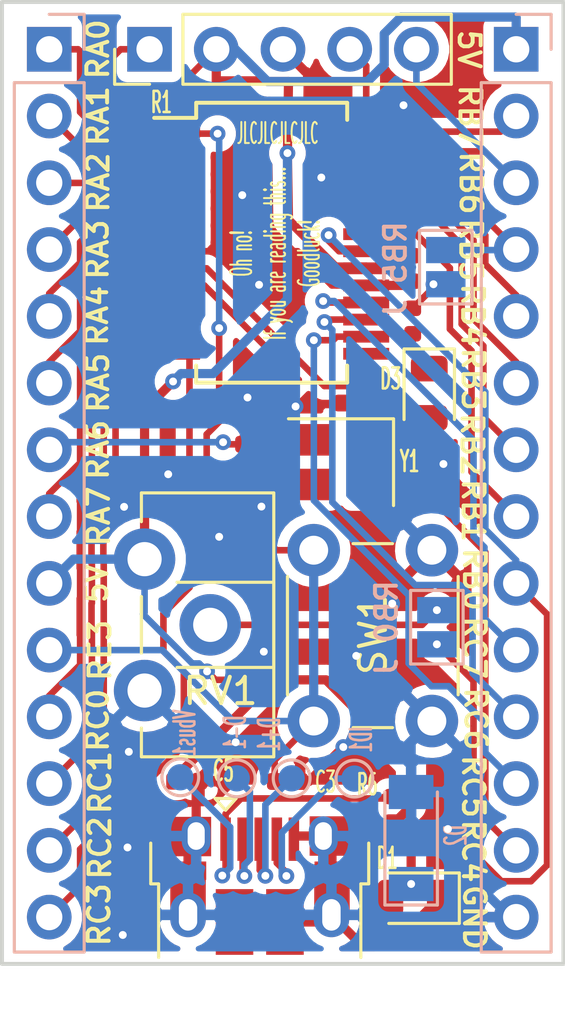
<source format=kicad_pcb>
(kicad_pcb (version 20171130) (host pcbnew "(5.1.5)-3")

  (general
    (thickness 1.6)
    (drawings 34)
    (tracks 409)
    (zones 0)
    (modules 27)
    (nets 37)
  )

  (page A4)
  (layers
    (0 F.Cu signal)
    (31 B.Cu signal)
    (32 B.Adhes user)
    (33 F.Adhes user)
    (34 B.Paste user)
    (35 F.Paste user)
    (36 B.SilkS user)
    (37 F.SilkS user)
    (38 B.Mask user)
    (39 F.Mask user)
    (40 Dwgs.User user)
    (41 Cmts.User user)
    (42 Eco1.User user)
    (43 Eco2.User user)
    (44 Edge.Cuts user)
    (45 Margin user)
    (46 B.CrtYd user)
    (47 F.CrtYd user)
    (48 B.Fab user)
    (49 F.Fab user)
  )

  (setup
    (last_trace_width 0.35)
    (user_trace_width 0.35)
    (trace_clearance 0.2)
    (zone_clearance 0.4)
    (zone_45_only no)
    (trace_min 0.2)
    (via_size 0.8)
    (via_drill 0.4)
    (via_min_size 0.4)
    (via_min_drill 0.3)
    (user_via 0.6 0.3)
    (uvia_size 0.3)
    (uvia_drill 0.1)
    (uvias_allowed no)
    (uvia_min_size 0.2)
    (uvia_min_drill 0.1)
    (edge_width 0.05)
    (segment_width 0.2)
    (pcb_text_width 0.3)
    (pcb_text_size 1.5 1.5)
    (mod_edge_width 0.12)
    (mod_text_size 1 1)
    (mod_text_width 0.15)
    (pad_size 1.524 1.524)
    (pad_drill 0.762)
    (pad_to_mask_clearance 0.051)
    (solder_mask_min_width 0.25)
    (aux_axis_origin 0 0)
    (visible_elements 7FFFFFFF)
    (pcbplotparams
      (layerselection 0x010fc_ffffffff)
      (usegerberextensions false)
      (usegerberattributes false)
      (usegerberadvancedattributes false)
      (creategerberjobfile false)
      (excludeedgelayer true)
      (linewidth 0.100000)
      (plotframeref false)
      (viasonmask false)
      (mode 1)
      (useauxorigin false)
      (hpglpennumber 1)
      (hpglpenspeed 20)
      (hpglpendiameter 15.000000)
      (psnegative false)
      (psa4output false)
      (plotreference true)
      (plotvalue true)
      (plotinvisibletext false)
      (padsonsilk false)
      (subtractmaskfromsilk false)
      (outputformat 1)
      (mirror false)
      (drillshape 1)
      (scaleselection 1)
      (outputdirectory ""))
  )

  (net 0 "")
  (net 1 GND)
  (net 2 /OSC1_CLKIN)
  (net 3 "Net-(C2-Pad2)")
  (net 4 +5V)
  (net 5 "Net-(D1-Pad1)")
  (net 6 "Net-(D3-Pad1)")
  (net 7 /RB6_ICSPCLK)
  (net 8 /RB7_ICSPDAT)
  (net 9 /VPP_MCLR_RE3)
  (net 10 /RC3)
  (net 11 /RC2)
  (net 12 /RC1)
  (net 13 /RC0)
  (net 14 /OSC2_CLKOUT)
  (net 15 /RA5)
  (net 16 /RA4)
  (net 17 /RA3)
  (net 18 /RA2)
  (net 19 /RA1)
  (net 20 /RA0)
  (net 21 /RC4)
  (net 22 /RC5)
  (net 23 /RC6)
  (net 24 /RC7)
  (net 25 /RB0)
  (net 26 /RB1)
  (net 27 /RB2)
  (net 28 /RB3)
  (net 29 /RB4)
  (net 30 /RB5)
  (net 31 "Net-(JP1-Pad1)")
  (net 32 "Net-(JP2-Pad1)")
  (net 33 "Net-(D+1-Pad1)")
  (net 34 "Net-(D-1-Pad1)")
  (net 35 "Net-(ID1-Pad1)")
  (net 36 "Net-(J5-Pad1)")

  (net_class Default "This is the default net class."
    (clearance 0.2)
    (trace_width 0.25)
    (via_dia 0.8)
    (via_drill 0.4)
    (uvia_dia 0.3)
    (uvia_drill 0.1)
    (add_net +5V)
    (add_net /OSC1_CLKIN)
    (add_net /OSC2_CLKOUT)
    (add_net /RA0)
    (add_net /RA1)
    (add_net /RA2)
    (add_net /RA3)
    (add_net /RA4)
    (add_net /RA5)
    (add_net /RB0)
    (add_net /RB1)
    (add_net /RB2)
    (add_net /RB3)
    (add_net /RB4)
    (add_net /RB5)
    (add_net /RB6_ICSPCLK)
    (add_net /RB7_ICSPDAT)
    (add_net /RC0)
    (add_net /RC1)
    (add_net /RC2)
    (add_net /RC3)
    (add_net /RC4)
    (add_net /RC5)
    (add_net /RC6)
    (add_net /RC7)
    (add_net /VPP_MCLR_RE3)
    (add_net GND)
    (add_net "Net-(C2-Pad2)")
    (add_net "Net-(D+1-Pad1)")
    (add_net "Net-(D-1-Pad1)")
    (add_net "Net-(D1-Pad1)")
    (add_net "Net-(D3-Pad1)")
    (add_net "Net-(ID1-Pad1)")
    (add_net "Net-(J5-Pad1)")
    (add_net "Net-(JP1-Pad1)")
    (add_net "Net-(JP2-Pad1)")
  )

  (module Potentiometer_THT:Potentiometer_ACP_CA9-H2,5_Horizontal (layer F.Cu) (tedit 5A3D4994) (tstamp 61042591)
    (at 143.63 119.4)
    (descr "Potentiometer, horizontal, ACP CA9-H2,5, http://www.acptechnologies.com/wp-content/uploads/2017/05/02-ACP-CA9-CE9.pdf")
    (tags "Potentiometer horizontal ACP CA9-H2,5")
    (path /61200158)
    (fp_text reference RV1 (at 2.89 5.02) (layer F.SilkS)
      (effects (font (size 1 1) (thickness 0.15)))
    )
    (fp_text value R_POT (at 0 8.65) (layer F.Fab)
      (effects (font (size 1 1) (thickness 0.15)))
    )
    (fp_text user %R (at 2.4 2.5) (layer F.Fab)
      (effects (font (size 1 1) (thickness 0.15)))
    )
    (fp_line (start 5.05 -2.7) (end -1.45 -2.7) (layer F.CrtYd) (width 0.05))
    (fp_line (start 5.05 7.65) (end 5.05 -2.7) (layer F.CrtYd) (width 0.05))
    (fp_line (start -1.45 7.65) (end 5.05 7.65) (layer F.CrtYd) (width 0.05))
    (fp_line (start -1.45 -2.7) (end -1.45 7.65) (layer F.CrtYd) (width 0.05))
    (fp_line (start 4.92 0.88) (end 4.92 4.12) (layer F.SilkS) (width 0.12))
    (fp_line (start -0.121 1.426) (end -0.121 3.575) (layer F.SilkS) (width 0.12))
    (fp_line (start 1.237 4.12) (end 4.92 4.12) (layer F.SilkS) (width 0.12))
    (fp_line (start 1.237 0.88) (end 4.92 0.88) (layer F.SilkS) (width 0.12))
    (fp_line (start -0.121 1.426) (end -0.121 3.575) (layer F.SilkS) (width 0.12))
    (fp_line (start -0.121 -2.521) (end -0.121 -1.426) (layer F.SilkS) (width 0.12))
    (fp_line (start -0.121 6.425) (end -0.121 7.52) (layer F.SilkS) (width 0.12))
    (fp_line (start 4.92 -2.521) (end 4.92 7.52) (layer F.SilkS) (width 0.12))
    (fp_line (start -0.121 7.52) (end 4.92 7.52) (layer F.SilkS) (width 0.12))
    (fp_line (start -0.121 -2.521) (end 4.92 -2.521) (layer F.SilkS) (width 0.12))
    (fp_line (start 4.8 1) (end 0 1) (layer F.Fab) (width 0.1))
    (fp_line (start 4.8 4) (end 4.8 1) (layer F.Fab) (width 0.1))
    (fp_line (start 0 4) (end 4.8 4) (layer F.Fab) (width 0.1))
    (fp_line (start 0 1) (end 0 4) (layer F.Fab) (width 0.1))
    (fp_line (start 0 -2.4) (end 4.8 -2.4) (layer F.Fab) (width 0.1))
    (fp_line (start 0 7.4) (end 0 -2.4) (layer F.Fab) (width 0.1))
    (fp_line (start 4.8 7.4) (end 0 7.4) (layer F.Fab) (width 0.1))
    (fp_line (start 4.8 -2.4) (end 4.8 7.4) (layer F.Fab) (width 0.1))
    (pad 1 thru_hole circle (at 0 0) (size 2.34 2.34) (drill 1.3) (layers *.Cu *.Mask)
      (net 4 +5V))
    (pad 2 thru_hole circle (at 2.5 2.5) (size 2.34 2.34) (drill 1.3) (layers *.Cu *.Mask)
      (net 32 "Net-(JP2-Pad1)"))
    (pad 3 thru_hole circle (at 0 5) (size 2.34 2.34) (drill 1.3) (layers *.Cu *.Mask)
      (net 1 GND))
    (model ${KISYS3DMOD}/Potentiometer_THT.3dshapes/Potentiometer_ACP_CA9-H2,5_Horizontal.wrl
      (at (xyz 0 0 0))
      (scale (xyz 1 1 1))
      (rotate (xyz 0 0 0))
    )
  )

  (module TestPoint:TestPoint_Pad_D1.0mm (layer B.Cu) (tedit 5A0F774F) (tstamp 61047CF8)
    (at 144.99 127.7 90)
    (descr "SMD pad as test Point, diameter 1.0mm")
    (tags "test point SMD pad")
    (path /6105E5CD)
    (attr virtual)
    (fp_text reference Vbus1 (at 1.68 0.17 90) (layer B.SilkS)
      (effects (font (size 0.8 0.4) (thickness 0.1)) (justify mirror))
    )
    (fp_text value TestPoint (at 0 -1.55 90) (layer B.Fab)
      (effects (font (size 1 1) (thickness 0.15)) (justify mirror))
    )
    (fp_circle (center 0 0) (end 0 -0.7) (layer B.SilkS) (width 0.12))
    (fp_circle (center 0 0) (end 1 0) (layer B.CrtYd) (width 0.05))
    (fp_text user %R (at 0 1.45 90) (layer B.Fab)
      (effects (font (size 1 1) (thickness 0.15)) (justify mirror))
    )
    (pad 1 smd circle (at 0 0 90) (size 1 1) (layers B.Cu B.Mask)
      (net 36 "Net-(J5-Pad1)"))
  )

  (module TestPoint:TestPoint_Pad_D1.0mm (layer B.Cu) (tedit 5A0F774F) (tstamp 61047A60)
    (at 151.62 127.75 90)
    (descr "SMD pad as test Point, diameter 1.0mm")
    (tags "test point SMD pad")
    (path /6106064F)
    (attr virtual)
    (fp_text reference ID1 (at 1.49 0.26 90) (layer B.SilkS)
      (effects (font (size 0.8 0.4) (thickness 0.1)) (justify mirror))
    )
    (fp_text value TestPoint (at 0 -1.55 90) (layer B.Fab)
      (effects (font (size 1 1) (thickness 0.15)) (justify mirror))
    )
    (fp_circle (center 0 0) (end 0 -0.7) (layer B.SilkS) (width 0.12))
    (fp_circle (center 0 0) (end 1 0) (layer B.CrtYd) (width 0.05))
    (fp_text user %R (at 0 1.45 90) (layer B.Fab)
      (effects (font (size 1 1) (thickness 0.15)) (justify mirror))
    )
    (pad 1 smd circle (at 0 0 90) (size 1 1) (layers B.Cu B.Mask)
      (net 35 "Net-(ID1-Pad1)"))
  )

  (module TestPoint:TestPoint_Pad_D1.0mm (layer B.Cu) (tedit 5A0F774F) (tstamp 61047A58)
    (at 147.14 127.74 90)
    (descr "SMD pad as test Point, diameter 1.0mm")
    (tags "test point SMD pad")
    (path /610604E0)
    (attr virtual)
    (fp_text reference D-1 (at 1.75 -0.06 90) (layer B.SilkS)
      (effects (font (size 0.8 0.4) (thickness 0.1)) (justify mirror))
    )
    (fp_text value TestPoint (at 0 -1.55 90) (layer B.Fab)
      (effects (font (size 1 1) (thickness 0.15)) (justify mirror))
    )
    (fp_circle (center 0 0) (end 0 -0.7) (layer B.SilkS) (width 0.12))
    (fp_circle (center 0 0) (end 1 0) (layer B.CrtYd) (width 0.05))
    (fp_text user %R (at 0 1.45 90) (layer B.Fab)
      (effects (font (size 1 1) (thickness 0.15)) (justify mirror))
    )
    (pad 1 smd circle (at 0 0 90) (size 1 1) (layers B.Cu B.Mask)
      (net 34 "Net-(D-1-Pad1)"))
  )

  (module TestPoint:TestPoint_Pad_D1.0mm (layer B.Cu) (tedit 5A0F774F) (tstamp 61047A50)
    (at 149.23 127.74 90)
    (descr "SMD pad as test Point, diameter 1.0mm")
    (tags "test point SMD pad")
    (path /61060360)
    (attr virtual)
    (fp_text reference D+1 (at 1.67 -0.85 90) (layer B.SilkS)
      (effects (font (size 0.8 0.4) (thickness 0.1)) (justify mirror))
    )
    (fp_text value TestPoint (at 0 -1.55 90) (layer B.Fab)
      (effects (font (size 1 1) (thickness 0.15)) (justify mirror))
    )
    (fp_circle (center 0 0) (end 0 -0.7) (layer B.SilkS) (width 0.12))
    (fp_circle (center 0 0) (end 1 0) (layer B.CrtYd) (width 0.05))
    (fp_text user %R (at 0 1.45 90) (layer B.Fab)
      (effects (font (size 1 1) (thickness 0.15)) (justify mirror))
    )
    (pad 1 smd circle (at 0 0 90) (size 1 1) (layers B.Cu B.Mask)
      (net 33 "Net-(D+1-Pad1)"))
  )

  (module Button_Switch_THT:SW_PUSH_6mm_H5mm (layer F.Cu) (tedit 5A02FE31) (tstamp 610425B0)
    (at 150.07 125.56 90)
    (descr "tactile push button, 6x6mm e.g. PHAP33xx series, height=5mm")
    (tags "tact sw push 6mm")
    (path /611DBA80)
    (fp_text reference SW1 (at 3.28 2.26 90) (layer F.SilkS)
      (effects (font (size 1 1) (thickness 0.15)))
    )
    (fp_text value SW_SPST (at 3.75 6.7 90) (layer F.Fab)
      (effects (font (size 1 1) (thickness 0.15)))
    )
    (fp_circle (center 3.25 2.25) (end 1.25 2.5) (layer F.Fab) (width 0.1))
    (fp_line (start 6.75 3) (end 6.75 1.5) (layer F.SilkS) (width 0.12))
    (fp_line (start 5.5 -1) (end 1 -1) (layer F.SilkS) (width 0.12))
    (fp_line (start -0.25 1.5) (end -0.25 3) (layer F.SilkS) (width 0.12))
    (fp_line (start 1 5.5) (end 5.5 5.5) (layer F.SilkS) (width 0.12))
    (fp_line (start 8 -1.25) (end 8 5.75) (layer F.CrtYd) (width 0.05))
    (fp_line (start 7.75 6) (end -1.25 6) (layer F.CrtYd) (width 0.05))
    (fp_line (start -1.5 5.75) (end -1.5 -1.25) (layer F.CrtYd) (width 0.05))
    (fp_line (start -1.25 -1.5) (end 7.75 -1.5) (layer F.CrtYd) (width 0.05))
    (fp_line (start -1.5 6) (end -1.25 6) (layer F.CrtYd) (width 0.05))
    (fp_line (start -1.5 5.75) (end -1.5 6) (layer F.CrtYd) (width 0.05))
    (fp_line (start -1.5 -1.5) (end -1.25 -1.5) (layer F.CrtYd) (width 0.05))
    (fp_line (start -1.5 -1.25) (end -1.5 -1.5) (layer F.CrtYd) (width 0.05))
    (fp_line (start 8 -1.5) (end 8 -1.25) (layer F.CrtYd) (width 0.05))
    (fp_line (start 7.75 -1.5) (end 8 -1.5) (layer F.CrtYd) (width 0.05))
    (fp_line (start 8 6) (end 8 5.75) (layer F.CrtYd) (width 0.05))
    (fp_line (start 7.75 6) (end 8 6) (layer F.CrtYd) (width 0.05))
    (fp_line (start 0.25 -0.75) (end 3.25 -0.75) (layer F.Fab) (width 0.1))
    (fp_line (start 0.25 5.25) (end 0.25 -0.75) (layer F.Fab) (width 0.1))
    (fp_line (start 6.25 5.25) (end 0.25 5.25) (layer F.Fab) (width 0.1))
    (fp_line (start 6.25 -0.75) (end 6.25 5.25) (layer F.Fab) (width 0.1))
    (fp_line (start 3.25 -0.75) (end 6.25 -0.75) (layer F.Fab) (width 0.1))
    (fp_text user %R (at 3.25 2.25 90) (layer F.Fab)
      (effects (font (size 1 1) (thickness 0.15)))
    )
    (pad 1 thru_hole circle (at 6.5 0 180) (size 2 2) (drill 1.1) (layers *.Cu *.Mask)
      (net 9 /VPP_MCLR_RE3))
    (pad 2 thru_hole circle (at 6.5 4.5 180) (size 2 2) (drill 1.1) (layers *.Cu *.Mask)
      (net 1 GND))
    (pad 1 thru_hole circle (at 0 0 180) (size 2 2) (drill 1.1) (layers *.Cu *.Mask)
      (net 9 /VPP_MCLR_RE3))
    (pad 2 thru_hole circle (at 0 4.5 180) (size 2 2) (drill 1.1) (layers *.Cu *.Mask)
      (net 1 GND))
    (model ${KISYS3DMOD}/Button_Switch_THT.3dshapes/SW_PUSH_6mm_H5mm.wrl
      (at (xyz 0 0 0))
      (scale (xyz 1 1 1))
      (rotate (xyz 0 0 0))
    )
  )

  (module Resistor_SMD:R_0402_1005Metric (layer F.Cu) (tedit 5B301BBD) (tstamp 6103E084)
    (at 153.08 128.92 270)
    (descr "Resistor SMD 0402 (1005 Metric), square (rectangular) end terminal, IPC_7351 nominal, (Body size source: http://www.tortai-tech.com/upload/download/2011102023233369053.pdf), generated with kicad-footprint-generator")
    (tags resistor)
    (path /6120BA4B)
    (attr smd)
    (fp_text reference R6 (at -0.94 0.97) (layer F.SilkS)
      (effects (font (size 0.8 0.4) (thickness 0.1)))
    )
    (fp_text value 0 (at 0 1.17 270) (layer F.Fab)
      (effects (font (size 1 1) (thickness 0.15)))
    )
    (fp_text user %R (at 0 0 270) (layer F.Fab)
      (effects (font (size 0.25 0.25) (thickness 0.04)))
    )
    (fp_line (start 0.93 0.47) (end -0.93 0.47) (layer F.CrtYd) (width 0.05))
    (fp_line (start 0.93 -0.47) (end 0.93 0.47) (layer F.CrtYd) (width 0.05))
    (fp_line (start -0.93 -0.47) (end 0.93 -0.47) (layer F.CrtYd) (width 0.05))
    (fp_line (start -0.93 0.47) (end -0.93 -0.47) (layer F.CrtYd) (width 0.05))
    (fp_line (start 0.5 0.25) (end -0.5 0.25) (layer F.Fab) (width 0.1))
    (fp_line (start 0.5 -0.25) (end 0.5 0.25) (layer F.Fab) (width 0.1))
    (fp_line (start -0.5 -0.25) (end 0.5 -0.25) (layer F.Fab) (width 0.1))
    (fp_line (start -0.5 0.25) (end -0.5 -0.25) (layer F.Fab) (width 0.1))
    (pad 2 smd roundrect (at 0.485 0 270) (size 0.59 0.64) (layers F.Cu F.Paste F.Mask) (roundrect_rratio 0.25)
      (net 4 +5V))
    (pad 1 smd roundrect (at -0.485 0 270) (size 0.59 0.64) (layers F.Cu F.Paste F.Mask) (roundrect_rratio 0.25)
      (net 36 "Net-(J5-Pad1)"))
    (model ${KISYS3DMOD}/Resistor_SMD.3dshapes/R_0402_1005Metric.wrl
      (at (xyz 0 0 0))
      (scale (xyz 1 1 1))
      (rotate (xyz 0 0 0))
    )
  )

  (module Resistor_SMD:R_0402_1005Metric (layer F.Cu) (tedit 5B301BBD) (tstamp 6103E073)
    (at 153.84 110.34 270)
    (descr "Resistor SMD 0402 (1005 Metric), square (rectangular) end terminal, IPC_7351 nominal, (Body size source: http://www.tortai-tech.com/upload/download/2011102023233369053.pdf), generated with kicad-footprint-generator")
    (tags resistor)
    (path /611F94C7)
    (attr smd)
    (fp_text reference R5 (at -1.47 0.05) (layer F.SilkS) hide
      (effects (font (size 0.8 0.4) (thickness 0.1)))
    )
    (fp_text value 1K (at 0 1.17 270) (layer F.Fab)
      (effects (font (size 1 1) (thickness 0.15)))
    )
    (fp_text user %R (at 0 0 270) (layer F.Fab)
      (effects (font (size 0.25 0.25) (thickness 0.04)))
    )
    (fp_line (start 0.93 0.47) (end -0.93 0.47) (layer F.CrtYd) (width 0.05))
    (fp_line (start 0.93 -0.47) (end 0.93 0.47) (layer F.CrtYd) (width 0.05))
    (fp_line (start -0.93 -0.47) (end 0.93 -0.47) (layer F.CrtYd) (width 0.05))
    (fp_line (start -0.93 0.47) (end -0.93 -0.47) (layer F.CrtYd) (width 0.05))
    (fp_line (start 0.5 0.25) (end -0.5 0.25) (layer F.Fab) (width 0.1))
    (fp_line (start 0.5 -0.25) (end 0.5 0.25) (layer F.Fab) (width 0.1))
    (fp_line (start -0.5 -0.25) (end 0.5 -0.25) (layer F.Fab) (width 0.1))
    (fp_line (start -0.5 0.25) (end -0.5 -0.25) (layer F.Fab) (width 0.1))
    (pad 2 smd roundrect (at 0.485 0 270) (size 0.59 0.64) (layers F.Cu F.Paste F.Mask) (roundrect_rratio 0.25)
      (net 6 "Net-(D3-Pad1)"))
    (pad 1 smd roundrect (at -0.485 0 270) (size 0.59 0.64) (layers F.Cu F.Paste F.Mask) (roundrect_rratio 0.25)
      (net 31 "Net-(JP1-Pad1)"))
    (model ${KISYS3DMOD}/Resistor_SMD.3dshapes/R_0402_1005Metric.wrl
      (at (xyz 0 0 0))
      (scale (xyz 1 1 1))
      (rotate (xyz 0 0 0))
    )
  )

  (module Resistor_SMD:R_0402_1005Metric (layer F.Cu) (tedit 5B301BBD) (tstamp 6103E062)
    (at 153.67 133.85 180)
    (descr "Resistor SMD 0402 (1005 Metric), square (rectangular) end terminal, IPC_7351 nominal, (Body size source: http://www.tortai-tech.com/upload/download/2011102023233369053.pdf), generated with kicad-footprint-generator")
    (tags resistor)
    (path /611FB970)
    (attr smd)
    (fp_text reference R4 (at 0 -1.17) (layer F.SilkS) hide
      (effects (font (size 1 1) (thickness 0.15)))
    )
    (fp_text value 1K (at 0 1.17) (layer F.Fab)
      (effects (font (size 1 1) (thickness 0.15)))
    )
    (fp_text user %R (at 0 0) (layer F.Fab)
      (effects (font (size 0.25 0.25) (thickness 0.04)))
    )
    (fp_line (start 0.93 0.47) (end -0.93 0.47) (layer F.CrtYd) (width 0.05))
    (fp_line (start 0.93 -0.47) (end 0.93 0.47) (layer F.CrtYd) (width 0.05))
    (fp_line (start -0.93 -0.47) (end 0.93 -0.47) (layer F.CrtYd) (width 0.05))
    (fp_line (start -0.93 0.47) (end -0.93 -0.47) (layer F.CrtYd) (width 0.05))
    (fp_line (start 0.5 0.25) (end -0.5 0.25) (layer F.Fab) (width 0.1))
    (fp_line (start 0.5 -0.25) (end 0.5 0.25) (layer F.Fab) (width 0.1))
    (fp_line (start -0.5 -0.25) (end 0.5 -0.25) (layer F.Fab) (width 0.1))
    (fp_line (start -0.5 0.25) (end -0.5 -0.25) (layer F.Fab) (width 0.1))
    (pad 2 smd roundrect (at 0.485 0 180) (size 0.59 0.64) (layers F.Cu F.Paste F.Mask) (roundrect_rratio 0.25)
      (net 1 GND))
    (pad 1 smd roundrect (at -0.485 0 180) (size 0.59 0.64) (layers F.Cu F.Paste F.Mask) (roundrect_rratio 0.25)
      (net 5 "Net-(D1-Pad1)"))
    (model ${KISYS3DMOD}/Resistor_SMD.3dshapes/R_0402_1005Metric.wrl
      (at (xyz 0 0 0))
      (scale (xyz 1 1 1))
      (rotate (xyz 0 0 0))
    )
  )

  (module Resistor_SMD:R_0402_1005Metric (layer F.Cu) (tedit 5B301BBD) (tstamp 6103E051)
    (at 147.86 115.03)
    (descr "Resistor SMD 0402 (1005 Metric), square (rectangular) end terminal, IPC_7351 nominal, (Body size source: http://www.tortai-tech.com/upload/download/2011102023233369053.pdf), generated with kicad-footprint-generator")
    (tags resistor)
    (path /61232C8A)
    (attr smd)
    (fp_text reference R3 (at 0 -1.17 180) (layer F.SilkS) hide
      (effects (font (size 1 1) (thickness 0.15)))
    )
    (fp_text value 100 (at 0 1.17 180) (layer F.Fab)
      (effects (font (size 1 1) (thickness 0.15)))
    )
    (fp_text user %R (at 0 0 180) (layer F.Fab)
      (effects (font (size 0.25 0.25) (thickness 0.04)))
    )
    (fp_line (start 0.93 0.47) (end -0.93 0.47) (layer F.CrtYd) (width 0.05))
    (fp_line (start 0.93 -0.47) (end 0.93 0.47) (layer F.CrtYd) (width 0.05))
    (fp_line (start -0.93 -0.47) (end 0.93 -0.47) (layer F.CrtYd) (width 0.05))
    (fp_line (start -0.93 0.47) (end -0.93 -0.47) (layer F.CrtYd) (width 0.05))
    (fp_line (start 0.5 0.25) (end -0.5 0.25) (layer F.Fab) (width 0.1))
    (fp_line (start 0.5 -0.25) (end 0.5 0.25) (layer F.Fab) (width 0.1))
    (fp_line (start -0.5 -0.25) (end 0.5 -0.25) (layer F.Fab) (width 0.1))
    (fp_line (start -0.5 0.25) (end -0.5 -0.25) (layer F.Fab) (width 0.1))
    (pad 2 smd roundrect (at 0.485 0) (size 0.59 0.64) (layers F.Cu F.Paste F.Mask) (roundrect_rratio 0.25)
      (net 3 "Net-(C2-Pad2)"))
    (pad 1 smd roundrect (at -0.485 0) (size 0.59 0.64) (layers F.Cu F.Paste F.Mask) (roundrect_rratio 0.25)
      (net 14 /OSC2_CLKOUT))
    (model ${KISYS3DMOD}/Resistor_SMD.3dshapes/R_0402_1005Metric.wrl
      (at (xyz 0 0 0))
      (scale (xyz 1 1 1))
      (rotate (xyz 0 0 0))
    )
  )

  (module Resistor_SMD:R_0402_1005Metric (layer F.Cu) (tedit 5B301BBD) (tstamp 6103E02F)
    (at 143.07 102.81 270)
    (descr "Resistor SMD 0402 (1005 Metric), square (rectangular) end terminal, IPC_7351 nominal, (Body size source: http://www.tortai-tech.com/upload/download/2011102023233369053.pdf), generated with kicad-footprint-generator")
    (tags resistor)
    (path /611E80ED)
    (attr smd)
    (fp_text reference R1 (at -0.79 -1.2 180) (layer F.SilkS)
      (effects (font (size 0.8 0.4) (thickness 0.1)))
    )
    (fp_text value 10K (at 0 1.17 90) (layer F.Fab)
      (effects (font (size 1 1) (thickness 0.15)))
    )
    (fp_text user %R (at 0 0 90) (layer F.Fab)
      (effects (font (size 0.25 0.25) (thickness 0.04)))
    )
    (fp_line (start 0.93 0.47) (end -0.93 0.47) (layer F.CrtYd) (width 0.05))
    (fp_line (start 0.93 -0.47) (end 0.93 0.47) (layer F.CrtYd) (width 0.05))
    (fp_line (start -0.93 -0.47) (end 0.93 -0.47) (layer F.CrtYd) (width 0.05))
    (fp_line (start -0.93 0.47) (end -0.93 -0.47) (layer F.CrtYd) (width 0.05))
    (fp_line (start 0.5 0.25) (end -0.5 0.25) (layer F.Fab) (width 0.1))
    (fp_line (start 0.5 -0.25) (end 0.5 0.25) (layer F.Fab) (width 0.1))
    (fp_line (start -0.5 -0.25) (end 0.5 -0.25) (layer F.Fab) (width 0.1))
    (fp_line (start -0.5 0.25) (end -0.5 -0.25) (layer F.Fab) (width 0.1))
    (pad 2 smd roundrect (at 0.485 0 270) (size 0.59 0.64) (layers F.Cu F.Paste F.Mask) (roundrect_rratio 0.25)
      (net 9 /VPP_MCLR_RE3))
    (pad 1 smd roundrect (at -0.485 0 270) (size 0.59 0.64) (layers F.Cu F.Paste F.Mask) (roundrect_rratio 0.25)
      (net 4 +5V))
    (model ${KISYS3DMOD}/Resistor_SMD.3dshapes/R_0402_1005Metric.wrl
      (at (xyz 0 0 0))
      (scale (xyz 1 1 1))
      (rotate (xyz 0 0 0))
    )
  )

  (module LED_SMD:LED_0805_2012Metric (layer F.Cu) (tedit 5B36C52C) (tstamp 6103DF63)
    (at 154.47 113.0875 270)
    (descr "LED SMD 0805 (2012 Metric), square (rectangular) end terminal, IPC_7351 nominal, (Body size source: https://docs.google.com/spreadsheets/d/1BsfQQcO9C6DZCsRaXUlFlo91Tg2WpOkGARC1WS5S8t0/edit?usp=sharing), generated with kicad-footprint-generator")
    (tags diode)
    (path /611F8DD0)
    (attr smd)
    (fp_text reference D3 (at -0.55 1.47 180) (layer F.SilkS)
      (effects (font (size 0.8 0.4) (thickness 0.1)))
    )
    (fp_text value LED (at 0 1.65 90) (layer F.Fab)
      (effects (font (size 1 1) (thickness 0.15)))
    )
    (fp_text user %R (at 0 0 90) (layer F.Fab)
      (effects (font (size 0.5 0.5) (thickness 0.08)))
    )
    (fp_line (start 1.68 0.95) (end -1.68 0.95) (layer F.CrtYd) (width 0.05))
    (fp_line (start 1.68 -0.95) (end 1.68 0.95) (layer F.CrtYd) (width 0.05))
    (fp_line (start -1.68 -0.95) (end 1.68 -0.95) (layer F.CrtYd) (width 0.05))
    (fp_line (start -1.68 0.95) (end -1.68 -0.95) (layer F.CrtYd) (width 0.05))
    (fp_line (start -1.685 0.96) (end 1 0.96) (layer F.SilkS) (width 0.12))
    (fp_line (start -1.685 -0.96) (end -1.685 0.96) (layer F.SilkS) (width 0.12))
    (fp_line (start 1 -0.96) (end -1.685 -0.96) (layer F.SilkS) (width 0.12))
    (fp_line (start 1 0.6) (end 1 -0.6) (layer F.Fab) (width 0.1))
    (fp_line (start -1 0.6) (end 1 0.6) (layer F.Fab) (width 0.1))
    (fp_line (start -1 -0.3) (end -1 0.6) (layer F.Fab) (width 0.1))
    (fp_line (start -0.7 -0.6) (end -1 -0.3) (layer F.Fab) (width 0.1))
    (fp_line (start 1 -0.6) (end -0.7 -0.6) (layer F.Fab) (width 0.1))
    (pad 2 smd roundrect (at 0.9375 0 270) (size 0.975 1.4) (layers F.Cu F.Paste F.Mask) (roundrect_rratio 0.25)
      (net 1 GND))
    (pad 1 smd roundrect (at -0.9375 0 270) (size 0.975 1.4) (layers F.Cu F.Paste F.Mask) (roundrect_rratio 0.25)
      (net 6 "Net-(D3-Pad1)"))
    (model ${KISYS3DMOD}/LED_SMD.3dshapes/LED_0805_2012Metric.wrl
      (at (xyz 0 0 0))
      (scale (xyz 1 1 1))
      (rotate (xyz 0 0 0))
    )
  )

  (module LED_SMD:LED_0805_2012Metric (layer F.Cu) (tedit 5B36C52C) (tstamp 6103DF37)
    (at 153.93 132.3 180)
    (descr "LED SMD 0805 (2012 Metric), square (rectangular) end terminal, IPC_7351 nominal, (Body size source: https://docs.google.com/spreadsheets/d/1BsfQQcO9C6DZCsRaXUlFlo91Tg2WpOkGARC1WS5S8t0/edit?usp=sharing), generated with kicad-footprint-generator")
    (tags diode)
    (path /611FAF79)
    (attr smd)
    (fp_text reference D1 (at 1.0625 1.52) (layer F.SilkS)
      (effects (font (size 0.8 0.4) (thickness 0.1)))
    )
    (fp_text value LED (at 0 1.65) (layer F.Fab)
      (effects (font (size 1 1) (thickness 0.15)))
    )
    (fp_text user %R (at 0 0) (layer F.Fab)
      (effects (font (size 0.5 0.5) (thickness 0.08)))
    )
    (fp_line (start 1.68 0.95) (end -1.68 0.95) (layer F.CrtYd) (width 0.05))
    (fp_line (start 1.68 -0.95) (end 1.68 0.95) (layer F.CrtYd) (width 0.05))
    (fp_line (start -1.68 -0.95) (end 1.68 -0.95) (layer F.CrtYd) (width 0.05))
    (fp_line (start -1.68 0.95) (end -1.68 -0.95) (layer F.CrtYd) (width 0.05))
    (fp_line (start -1.685 0.96) (end 1 0.96) (layer F.SilkS) (width 0.12))
    (fp_line (start -1.685 -0.96) (end -1.685 0.96) (layer F.SilkS) (width 0.12))
    (fp_line (start 1 -0.96) (end -1.685 -0.96) (layer F.SilkS) (width 0.12))
    (fp_line (start 1 0.6) (end 1 -0.6) (layer F.Fab) (width 0.1))
    (fp_line (start -1 0.6) (end 1 0.6) (layer F.Fab) (width 0.1))
    (fp_line (start -1 -0.3) (end -1 0.6) (layer F.Fab) (width 0.1))
    (fp_line (start -0.7 -0.6) (end -1 -0.3) (layer F.Fab) (width 0.1))
    (fp_line (start 1 -0.6) (end -0.7 -0.6) (layer F.Fab) (width 0.1))
    (pad 2 smd roundrect (at 0.9375 0 180) (size 0.975 1.4) (layers F.Cu F.Paste F.Mask) (roundrect_rratio 0.25)
      (net 4 +5V))
    (pad 1 smd roundrect (at -0.9375 0 180) (size 0.975 1.4) (layers F.Cu F.Paste F.Mask) (roundrect_rratio 0.25)
      (net 5 "Net-(D1-Pad1)"))
    (model ${KISYS3DMOD}/LED_SMD.3dshapes/LED_0805_2012Metric.wrl
      (at (xyz 0 0 0))
      (scale (xyz 1 1 1))
      (rotate (xyz 0 0 0))
    )
  )

  (module Capacitor_SMD:C_0402_1005Metric (layer F.Cu) (tedit 5B301BBE) (tstamp 6103DF24)
    (at 145.235 127.85)
    (descr "Capacitor SMD 0402 (1005 Metric), square (rectangular) end terminal, IPC_7351 nominal, (Body size source: http://www.tortai-tech.com/upload/download/2011102023233369053.pdf), generated with kicad-footprint-generator")
    (tags capacitor)
    (path /611E6240)
    (attr smd)
    (fp_text reference C5 (at 1.395 -0.39) (layer F.SilkS)
      (effects (font (size 0.8 0.4) (thickness 0.1)))
    )
    (fp_text value 10n (at 0 1.17) (layer F.Fab)
      (effects (font (size 1 1) (thickness 0.15)))
    )
    (fp_text user %R (at 0 0) (layer F.Fab)
      (effects (font (size 0.25 0.25) (thickness 0.04)))
    )
    (fp_line (start 0.93 0.47) (end -0.93 0.47) (layer F.CrtYd) (width 0.05))
    (fp_line (start 0.93 -0.47) (end 0.93 0.47) (layer F.CrtYd) (width 0.05))
    (fp_line (start -0.93 -0.47) (end 0.93 -0.47) (layer F.CrtYd) (width 0.05))
    (fp_line (start -0.93 0.47) (end -0.93 -0.47) (layer F.CrtYd) (width 0.05))
    (fp_line (start 0.5 0.25) (end -0.5 0.25) (layer F.Fab) (width 0.1))
    (fp_line (start 0.5 -0.25) (end 0.5 0.25) (layer F.Fab) (width 0.1))
    (fp_line (start -0.5 -0.25) (end 0.5 -0.25) (layer F.Fab) (width 0.1))
    (fp_line (start -0.5 0.25) (end -0.5 -0.25) (layer F.Fab) (width 0.1))
    (pad 2 smd roundrect (at 0.485 0) (size 0.59 0.64) (layers F.Cu F.Paste F.Mask) (roundrect_rratio 0.25)
      (net 1 GND))
    (pad 1 smd roundrect (at -0.485 0) (size 0.59 0.64) (layers F.Cu F.Paste F.Mask) (roundrect_rratio 0.25)
      (net 4 +5V))
    (model ${KISYS3DMOD}/Capacitor_SMD.3dshapes/C_0402_1005Metric.wrl
      (at (xyz 0 0 0))
      (scale (xyz 1 1 1))
      (rotate (xyz 0 0 0))
    )
  )

  (module Capacitor_SMD:C_0402_1005Metric (layer F.Cu) (tedit 5B301BBE) (tstamp 6103DF13)
    (at 153.8 108.34 270)
    (descr "Capacitor SMD 0402 (1005 Metric), square (rectangular) end terminal, IPC_7351 nominal, (Body size source: http://www.tortai-tech.com/upload/download/2011102023233369053.pdf), generated with kicad-footprint-generator")
    (tags capacitor)
    (path /61212BE8)
    (attr smd)
    (fp_text reference C4 (at 0 -1.17 270) (layer F.SilkS) hide
      (effects (font (size 1 1) (thickness 0.15)))
    )
    (fp_text value 100n (at 0 1.17 270) (layer F.Fab)
      (effects (font (size 1 1) (thickness 0.15)))
    )
    (fp_text user %R (at 0 0 270) (layer F.Fab)
      (effects (font (size 0.25 0.25) (thickness 0.04)))
    )
    (fp_line (start 0.93 0.47) (end -0.93 0.47) (layer F.CrtYd) (width 0.05))
    (fp_line (start 0.93 -0.47) (end 0.93 0.47) (layer F.CrtYd) (width 0.05))
    (fp_line (start -0.93 -0.47) (end 0.93 -0.47) (layer F.CrtYd) (width 0.05))
    (fp_line (start -0.93 0.47) (end -0.93 -0.47) (layer F.CrtYd) (width 0.05))
    (fp_line (start 0.5 0.25) (end -0.5 0.25) (layer F.Fab) (width 0.1))
    (fp_line (start 0.5 -0.25) (end 0.5 0.25) (layer F.Fab) (width 0.1))
    (fp_line (start -0.5 -0.25) (end 0.5 -0.25) (layer F.Fab) (width 0.1))
    (fp_line (start -0.5 0.25) (end -0.5 -0.25) (layer F.Fab) (width 0.1))
    (pad 2 smd roundrect (at 0.485 0 270) (size 0.59 0.64) (layers F.Cu F.Paste F.Mask) (roundrect_rratio 0.25)
      (net 1 GND))
    (pad 1 smd roundrect (at -0.485 0 270) (size 0.59 0.64) (layers F.Cu F.Paste F.Mask) (roundrect_rratio 0.25)
      (net 4 +5V))
    (model ${KISYS3DMOD}/Capacitor_SMD.3dshapes/C_0402_1005Metric.wrl
      (at (xyz 0 0 0))
      (scale (xyz 1 1 1))
      (rotate (xyz 0 0 0))
    )
  )

  (module Capacitor_SMD:C_0402_1005Metric (layer F.Cu) (tedit 5B301BBE) (tstamp 6103DF02)
    (at 149.07 127.86)
    (descr "Capacitor SMD 0402 (1005 Metric), square (rectangular) end terminal, IPC_7351 nominal, (Body size source: http://www.tortai-tech.com/upload/download/2011102023233369053.pdf), generated with kicad-footprint-generator")
    (tags capacitor)
    (path /611DD7EB)
    (attr smd)
    (fp_text reference C3 (at 1.45 0.02) (layer F.SilkS)
      (effects (font (size 0.8 0.4) (thickness 0.0875)))
    )
    (fp_text value 10n (at 0 1.17) (layer F.Fab)
      (effects (font (size 1 1) (thickness 0.15)))
    )
    (fp_text user %R (at 0 0) (layer F.Fab)
      (effects (font (size 0.25 0.25) (thickness 0.04)))
    )
    (fp_line (start 0.93 0.47) (end -0.93 0.47) (layer F.CrtYd) (width 0.05))
    (fp_line (start 0.93 -0.47) (end 0.93 0.47) (layer F.CrtYd) (width 0.05))
    (fp_line (start -0.93 -0.47) (end 0.93 -0.47) (layer F.CrtYd) (width 0.05))
    (fp_line (start -0.93 0.47) (end -0.93 -0.47) (layer F.CrtYd) (width 0.05))
    (fp_line (start 0.5 0.25) (end -0.5 0.25) (layer F.Fab) (width 0.1))
    (fp_line (start 0.5 -0.25) (end 0.5 0.25) (layer F.Fab) (width 0.1))
    (fp_line (start -0.5 -0.25) (end 0.5 -0.25) (layer F.Fab) (width 0.1))
    (fp_line (start -0.5 0.25) (end -0.5 -0.25) (layer F.Fab) (width 0.1))
    (pad 2 smd roundrect (at 0.485 0) (size 0.59 0.64) (layers F.Cu F.Paste F.Mask) (roundrect_rratio 0.25)
      (net 1 GND))
    (pad 1 smd roundrect (at -0.485 0) (size 0.59 0.64) (layers F.Cu F.Paste F.Mask) (roundrect_rratio 0.25)
      (net 9 /VPP_MCLR_RE3))
    (model ${KISYS3DMOD}/Capacitor_SMD.3dshapes/C_0402_1005Metric.wrl
      (at (xyz 0 0 0))
      (scale (xyz 1 1 1))
      (rotate (xyz 0 0 0))
    )
  )

  (module Capacitor_SMD:C_0402_1005Metric (layer F.Cu) (tedit 5B301BBE) (tstamp 6103DEF1)
    (at 147.86 116.12)
    (descr "Capacitor SMD 0402 (1005 Metric), square (rectangular) end terminal, IPC_7351 nominal, (Body size source: http://www.tortai-tech.com/upload/download/2011102023233369053.pdf), generated with kicad-footprint-generator")
    (tags capacitor)
    (path /6122C9E1)
    (attr smd)
    (fp_text reference C2 (at 0 -1.17) (layer F.SilkS) hide
      (effects (font (size 1 1) (thickness 0.15)))
    )
    (fp_text value 30pF (at 0 1.17) (layer F.Fab)
      (effects (font (size 1 1) (thickness 0.15)))
    )
    (fp_text user %R (at 0 0) (layer F.Fab)
      (effects (font (size 0.25 0.25) (thickness 0.04)))
    )
    (fp_line (start 0.93 0.47) (end -0.93 0.47) (layer F.CrtYd) (width 0.05))
    (fp_line (start 0.93 -0.47) (end 0.93 0.47) (layer F.CrtYd) (width 0.05))
    (fp_line (start -0.93 -0.47) (end 0.93 -0.47) (layer F.CrtYd) (width 0.05))
    (fp_line (start -0.93 0.47) (end -0.93 -0.47) (layer F.CrtYd) (width 0.05))
    (fp_line (start 0.5 0.25) (end -0.5 0.25) (layer F.Fab) (width 0.1))
    (fp_line (start 0.5 -0.25) (end 0.5 0.25) (layer F.Fab) (width 0.1))
    (fp_line (start -0.5 -0.25) (end 0.5 -0.25) (layer F.Fab) (width 0.1))
    (fp_line (start -0.5 0.25) (end -0.5 -0.25) (layer F.Fab) (width 0.1))
    (pad 2 smd roundrect (at 0.485 0) (size 0.59 0.64) (layers F.Cu F.Paste F.Mask) (roundrect_rratio 0.25)
      (net 3 "Net-(C2-Pad2)"))
    (pad 1 smd roundrect (at -0.485 0) (size 0.59 0.64) (layers F.Cu F.Paste F.Mask) (roundrect_rratio 0.25)
      (net 1 GND))
    (model ${KISYS3DMOD}/Capacitor_SMD.3dshapes/C_0402_1005Metric.wrl
      (at (xyz 0 0 0))
      (scale (xyz 1 1 1))
      (rotate (xyz 0 0 0))
    )
  )

  (module Capacitor_SMD:C_0402_1005Metric (layer F.Cu) (tedit 5B301BBE) (tstamp 6103DEE0)
    (at 151.62 113.46 180)
    (descr "Capacitor SMD 0402 (1005 Metric), square (rectangular) end terminal, IPC_7351 nominal, (Body size source: http://www.tortai-tech.com/upload/download/2011102023233369053.pdf), generated with kicad-footprint-generator")
    (tags capacitor)
    (path /6122C02F)
    (attr smd)
    (fp_text reference C1 (at 1.37 -0.02 180) (layer F.SilkS) hide
      (effects (font (size 0.8 0.4) (thickness 0.1)))
    )
    (fp_text value 30pF (at 0 1.17 180) (layer F.Fab)
      (effects (font (size 1 1) (thickness 0.15)))
    )
    (fp_text user %R (at 0 0 180) (layer F.Fab)
      (effects (font (size 0.25 0.25) (thickness 0.04)))
    )
    (fp_line (start 0.93 0.47) (end -0.93 0.47) (layer F.CrtYd) (width 0.05))
    (fp_line (start 0.93 -0.47) (end 0.93 0.47) (layer F.CrtYd) (width 0.05))
    (fp_line (start -0.93 -0.47) (end 0.93 -0.47) (layer F.CrtYd) (width 0.05))
    (fp_line (start -0.93 0.47) (end -0.93 -0.47) (layer F.CrtYd) (width 0.05))
    (fp_line (start 0.5 0.25) (end -0.5 0.25) (layer F.Fab) (width 0.1))
    (fp_line (start 0.5 -0.25) (end 0.5 0.25) (layer F.Fab) (width 0.1))
    (fp_line (start -0.5 -0.25) (end 0.5 -0.25) (layer F.Fab) (width 0.1))
    (fp_line (start -0.5 0.25) (end -0.5 -0.25) (layer F.Fab) (width 0.1))
    (pad 2 smd roundrect (at 0.485 0 180) (size 0.59 0.64) (layers F.Cu F.Paste F.Mask) (roundrect_rratio 0.25)
      (net 1 GND))
    (pad 1 smd roundrect (at -0.485 0 180) (size 0.59 0.64) (layers F.Cu F.Paste F.Mask) (roundrect_rratio 0.25)
      (net 2 /OSC1_CLKIN))
    (model ${KISYS3DMOD}/Capacitor_SMD.3dshapes/C_0402_1005Metric.wrl
      (at (xyz 0 0 0))
      (scale (xyz 1 1 1))
      (rotate (xyz 0 0 0))
    )
  )

  (module "Custom Footprints:Crystal_SMD_3225-2Pin_4Leg_3.2x2.5mm" (layer F.Cu) (tedit 61039584) (tstamp 6103E0C9)
    (at 151.11 115.71 180)
    (descr "SMD Crystal SERIES SMD3225/4 http://www.txccrystal.com/images/pdf/7m-accuracy.pdf, 3.2x2.5mm^2 package")
    (tags "SMD SMT crystal")
    (path /6122B6FF)
    (attr smd)
    (fp_text reference Y1 (at -2.61 0.03) (layer F.SilkS)
      (effects (font (size 0.8 0.4) (thickness 0.1)))
    )
    (fp_text value "12MHz, 20pF, 100ohm" (at 0 2.45) (layer F.Fab) hide
      (effects (font (size 1 1) (thickness 0.15)))
    )
    (fp_line (start 2.1 -1.7) (end -2.1 -1.7) (layer F.CrtYd) (width 0.05))
    (fp_line (start 2.1 1.7) (end 2.1 -1.7) (layer F.CrtYd) (width 0.05))
    (fp_line (start -2.1 1.7) (end 2.1 1.7) (layer F.CrtYd) (width 0.05))
    (fp_line (start -2.1 -1.7) (end -2.1 1.7) (layer F.CrtYd) (width 0.05))
    (fp_line (start -2 1.65) (end 2 1.65) (layer F.SilkS) (width 0.12))
    (fp_line (start -2 -1.65) (end -2 1.65) (layer F.SilkS) (width 0.12))
    (fp_line (start -1.6 0.25) (end -0.6 1.25) (layer F.Fab) (width 0.1))
    (fp_line (start 1.6 -1.25) (end -1.6 -1.25) (layer F.Fab) (width 0.1))
    (fp_line (start 1.6 1.25) (end 1.6 -1.25) (layer F.Fab) (width 0.1))
    (fp_line (start -1.6 1.25) (end 1.6 1.25) (layer F.Fab) (width 0.1))
    (fp_line (start -1.6 -1.25) (end -1.6 1.25) (layer F.Fab) (width 0.1))
    (fp_text user %R (at 0 0) (layer F.Fab)
      (effects (font (size 0.7 0.7) (thickness 0.105)))
    )
    (pad "" smd rect (at -1.1 -0.85 180) (size 1.4 1.2) (layers F.Cu F.Paste F.Mask))
    (pad 2 smd rect (at 1.1 -0.85 180) (size 1.4 1.2) (layers F.Cu F.Paste F.Mask)
      (net 3 "Net-(C2-Pad2)"))
    (pad "" smd rect (at 1.1 0.85 180) (size 1.4 1.2) (layers F.Cu F.Paste F.Mask))
    (pad 1 smd rect (at -1.1 0.85 180) (size 1.4 1.2) (layers F.Cu F.Paste F.Mask)
      (net 2 /OSC1_CLKIN))
    (model ${KISYS3DMOD}/Crystal.3dshapes/Crystal_SMD_3225-4Pin_3.2x2.5mm.wrl
      (at (xyz 0 0 0))
      (scale (xyz 1 1 1))
      (rotate (xyz 0 0 0))
    )
  )

  (module Package_SO:SSOP-28_5.3x10.2mm_P0.65mm (layer F.Cu) (tedit 5A02F25C) (tstamp 6103E0B5)
    (at 148.47 107.36)
    (descr "28-Lead Plastic Shrink Small Outline (SS)-5.30 mm Body [SSOP] (see Microchip Packaging Specification 00000049BS.pdf)")
    (tags "SSOP 0.65")
    (path /611D6B40)
    (attr smd)
    (fp_text reference U1 (at 0 -6.25) (layer F.SilkS) hide
      (effects (font (size 1 1) (thickness 0.15)))
    )
    (fp_text value PIC16F18854-SSOP-28 (at 0 6.25) (layer F.Fab) hide
      (effects (font (size 1 1) (thickness 0.15)))
    )
    (fp_text user %R (at 0 0) (layer F.Fab)
      (effects (font (size 0.8 0.8) (thickness 0.15)))
    )
    (fp_line (start -2.875 -4.75) (end -4.475 -4.75) (layer F.SilkS) (width 0.15))
    (fp_line (start -2.875 5.325) (end 2.875 5.325) (layer F.SilkS) (width 0.15))
    (fp_line (start -2.875 -5.325) (end 2.875 -5.325) (layer F.SilkS) (width 0.15))
    (fp_line (start -2.875 5.325) (end -2.875 4.675) (layer F.SilkS) (width 0.15))
    (fp_line (start 2.875 5.325) (end 2.875 4.675) (layer F.SilkS) (width 0.15))
    (fp_line (start 2.875 -5.325) (end 2.875 -4.675) (layer F.SilkS) (width 0.15))
    (fp_line (start -2.875 -5.325) (end -2.875 -4.75) (layer F.SilkS) (width 0.15))
    (fp_line (start -4.75 5.5) (end 4.75 5.5) (layer F.CrtYd) (width 0.05))
    (fp_line (start -4.75 -5.5) (end 4.75 -5.5) (layer F.CrtYd) (width 0.05))
    (fp_line (start 4.75 -5.5) (end 4.75 5.5) (layer F.CrtYd) (width 0.05))
    (fp_line (start -4.75 -5.5) (end -4.75 5.5) (layer F.CrtYd) (width 0.05))
    (fp_line (start -2.65 -4.1) (end -1.65 -5.1) (layer F.Fab) (width 0.15))
    (fp_line (start -2.65 5.1) (end -2.65 -4.1) (layer F.Fab) (width 0.15))
    (fp_line (start 2.65 5.1) (end -2.65 5.1) (layer F.Fab) (width 0.15))
    (fp_line (start 2.65 -5.1) (end 2.65 5.1) (layer F.Fab) (width 0.15))
    (fp_line (start -1.65 -5.1) (end 2.65 -5.1) (layer F.Fab) (width 0.15))
    (pad 28 smd rect (at 3.6 -4.225) (size 1.75 0.45) (layers F.Cu F.Paste F.Mask)
      (net 8 /RB7_ICSPDAT))
    (pad 27 smd rect (at 3.6 -3.575) (size 1.75 0.45) (layers F.Cu F.Paste F.Mask)
      (net 7 /RB6_ICSPCLK))
    (pad 26 smd rect (at 3.6 -2.925) (size 1.75 0.45) (layers F.Cu F.Paste F.Mask)
      (net 30 /RB5))
    (pad 25 smd rect (at 3.6 -2.275) (size 1.75 0.45) (layers F.Cu F.Paste F.Mask)
      (net 29 /RB4))
    (pad 24 smd rect (at 3.6 -1.625) (size 1.75 0.45) (layers F.Cu F.Paste F.Mask)
      (net 28 /RB3))
    (pad 23 smd rect (at 3.6 -0.975) (size 1.75 0.45) (layers F.Cu F.Paste F.Mask)
      (net 27 /RB2))
    (pad 22 smd rect (at 3.6 -0.325) (size 1.75 0.45) (layers F.Cu F.Paste F.Mask)
      (net 26 /RB1))
    (pad 21 smd rect (at 3.6 0.325) (size 1.75 0.45) (layers F.Cu F.Paste F.Mask)
      (net 25 /RB0))
    (pad 20 smd rect (at 3.6 0.975) (size 1.75 0.45) (layers F.Cu F.Paste F.Mask)
      (net 4 +5V))
    (pad 19 smd rect (at 3.6 1.625) (size 1.75 0.45) (layers F.Cu F.Paste F.Mask)
      (net 1 GND))
    (pad 18 smd rect (at 3.6 2.275) (size 1.75 0.45) (layers F.Cu F.Paste F.Mask)
      (net 24 /RC7))
    (pad 17 smd rect (at 3.6 2.925) (size 1.75 0.45) (layers F.Cu F.Paste F.Mask)
      (net 23 /RC6))
    (pad 16 smd rect (at 3.6 3.575) (size 1.75 0.45) (layers F.Cu F.Paste F.Mask)
      (net 22 /RC5))
    (pad 15 smd rect (at 3.6 4.225) (size 1.75 0.45) (layers F.Cu F.Paste F.Mask)
      (net 21 /RC4))
    (pad 14 smd rect (at -3.6 4.225) (size 1.75 0.45) (layers F.Cu F.Paste F.Mask)
      (net 10 /RC3))
    (pad 13 smd rect (at -3.6 3.575) (size 1.75 0.45) (layers F.Cu F.Paste F.Mask)
      (net 11 /RC2))
    (pad 12 smd rect (at -3.6 2.925) (size 1.75 0.45) (layers F.Cu F.Paste F.Mask)
      (net 12 /RC1))
    (pad 11 smd rect (at -3.6 2.275) (size 1.75 0.45) (layers F.Cu F.Paste F.Mask)
      (net 13 /RC0))
    (pad 10 smd rect (at -3.6 1.625) (size 1.75 0.45) (layers F.Cu F.Paste F.Mask)
      (net 14 /OSC2_CLKOUT))
    (pad 9 smd rect (at -3.6 0.975) (size 1.75 0.45) (layers F.Cu F.Paste F.Mask)
      (net 2 /OSC1_CLKIN))
    (pad 8 smd rect (at -3.6 0.325) (size 1.75 0.45) (layers F.Cu F.Paste F.Mask)
      (net 1 GND))
    (pad 7 smd rect (at -3.6 -0.325) (size 1.75 0.45) (layers F.Cu F.Paste F.Mask)
      (net 15 /RA5))
    (pad 6 smd rect (at -3.6 -0.975) (size 1.75 0.45) (layers F.Cu F.Paste F.Mask)
      (net 16 /RA4))
    (pad 5 smd rect (at -3.6 -1.625) (size 1.75 0.45) (layers F.Cu F.Paste F.Mask)
      (net 17 /RA3))
    (pad 4 smd rect (at -3.6 -2.275) (size 1.75 0.45) (layers F.Cu F.Paste F.Mask)
      (net 18 /RA2))
    (pad 3 smd rect (at -3.6 -2.925) (size 1.75 0.45) (layers F.Cu F.Paste F.Mask)
      (net 19 /RA1))
    (pad 2 smd rect (at -3.6 -3.575) (size 1.75 0.45) (layers F.Cu F.Paste F.Mask)
      (net 20 /RA0))
    (pad 1 smd rect (at -3.6 -4.225) (size 1.75 0.45) (layers F.Cu F.Paste F.Mask)
      (net 9 /VPP_MCLR_RE3))
    (model ${KISYS3DMOD}/Package_SO.3dshapes/SSOP-28_5.3x10.2mm_P0.65mm.wrl
      (at (xyz 0 0 0))
      (scale (xyz 1 1 1))
      (rotate (xyz 0 0 0))
    )
  )

  (module Jumper:SolderJumper-2_P1.3mm_Open_Pad1.0x1.5mm (layer B.Cu) (tedit 5A3EABFC) (tstamp 6103E01E)
    (at 154.76 121.99 270)
    (descr "SMD Solder Jumper, 1x1.5mm Pads, 0.3mm gap, open")
    (tags "solder jumper open")
    (path /612070C2)
    (attr virtual)
    (fp_text reference "RB0 J" (at 0.02 1.92 270) (layer B.SilkS)
      (effects (font (size 0.8 0.8) (thickness 0.15)) (justify mirror))
    )
    (fp_text value SolderJumper_2_Open (at 0 -1.9 270) (layer B.Fab)
      (effects (font (size 1 1) (thickness 0.15)) (justify mirror))
    )
    (fp_line (start 1.65 -1.25) (end -1.65 -1.25) (layer B.CrtYd) (width 0.05))
    (fp_line (start 1.65 -1.25) (end 1.65 1.25) (layer B.CrtYd) (width 0.05))
    (fp_line (start -1.65 1.25) (end -1.65 -1.25) (layer B.CrtYd) (width 0.05))
    (fp_line (start -1.65 1.25) (end 1.65 1.25) (layer B.CrtYd) (width 0.05))
    (fp_line (start -1.4 1) (end 1.4 1) (layer B.SilkS) (width 0.12))
    (fp_line (start 1.4 1) (end 1.4 -1) (layer B.SilkS) (width 0.12))
    (fp_line (start 1.4 -1) (end -1.4 -1) (layer B.SilkS) (width 0.12))
    (fp_line (start -1.4 -1) (end -1.4 1) (layer B.SilkS) (width 0.12))
    (pad 1 smd rect (at -0.65 0 270) (size 1 1.5) (layers B.Cu B.Mask)
      (net 32 "Net-(JP2-Pad1)"))
    (pad 2 smd rect (at 0.65 0 270) (size 1 1.5) (layers B.Cu B.Mask)
      (net 25 /RB0))
  )

  (module Jumper:SolderJumper-2_P1.3mm_Open_Pad1.0x1.5mm (layer B.Cu) (tedit 5A3EABFC) (tstamp 6103E010)
    (at 155.1 108.29 90)
    (descr "SMD Solder Jumper, 1x1.5mm Pads, 0.3mm gap, open")
    (tags "solder jumper open")
    (path /6120772C)
    (attr virtual)
    (fp_text reference "RB5 J" (at -0.06 -1.92 270) (layer B.SilkS)
      (effects (font (size 0.8 0.8) (thickness 0.15)) (justify mirror))
    )
    (fp_text value SolderJumper_2_Open (at 0 -1.9 90) (layer B.Fab)
      (effects (font (size 1 1) (thickness 0.15)) (justify mirror))
    )
    (fp_line (start 1.65 -1.25) (end -1.65 -1.25) (layer B.CrtYd) (width 0.05))
    (fp_line (start 1.65 -1.25) (end 1.65 1.25) (layer B.CrtYd) (width 0.05))
    (fp_line (start -1.65 1.25) (end -1.65 -1.25) (layer B.CrtYd) (width 0.05))
    (fp_line (start -1.65 1.25) (end 1.65 1.25) (layer B.CrtYd) (width 0.05))
    (fp_line (start -1.4 1) (end 1.4 1) (layer B.SilkS) (width 0.12))
    (fp_line (start 1.4 1) (end 1.4 -1) (layer B.SilkS) (width 0.12))
    (fp_line (start 1.4 -1) (end -1.4 -1) (layer B.SilkS) (width 0.12))
    (fp_line (start -1.4 -1) (end -1.4 1) (layer B.SilkS) (width 0.12))
    (pad 1 smd rect (at -0.65 0 90) (size 1 1.5) (layers B.Cu B.Mask)
      (net 31 "Net-(JP1-Pad1)"))
    (pad 2 smd rect (at 0.65 0 90) (size 1 1.5) (layers B.Cu B.Mask)
      (net 30 /RB5))
  )

  (module Connector_USB:USB_Micro-B_Amphenol_10103594-0001LF_Horizontal (layer F.Cu) (tedit 5A1DC0BD) (tstamp 6103E002)
    (at 148.04 131.82)
    (descr "Micro USB Type B 10103594-0001LF, http://cdn.amphenol-icc.com/media/wysiwyg/files/drawing/10103594.pdf")
    (tags "USB USB_B USB_micro USB_OTG")
    (path /611DE9C5)
    (attr smd)
    (fp_text reference J5 (at 1.925 -3.365) (layer F.SilkS) hide
      (effects (font (size 1 1) (thickness 0.15)))
    )
    (fp_text value USB_B_Micro (at -0.025 4.435) (layer F.Fab)
      (effects (font (size 1 1) (thickness 0.15)))
    )
    (fp_line (start 4.14 3.58) (end -4.13 3.58) (layer F.CrtYd) (width 0.05))
    (fp_line (start 4.14 3.58) (end 4.14 -2.88) (layer F.CrtYd) (width 0.05))
    (fp_line (start -4.13 -2.88) (end -4.13 3.58) (layer F.CrtYd) (width 0.05))
    (fp_line (start -4.13 -2.88) (end 4.14 -2.88) (layer F.CrtYd) (width 0.05))
    (fp_line (start -4.025 2.835) (end 3.975 2.835) (layer Dwgs.User) (width 0.1))
    (fp_line (start -3.775 3.335) (end -3.775 -0.865) (layer F.Fab) (width 0.12))
    (fp_line (start -2.975 -1.615) (end 3.725 -1.615) (layer F.Fab) (width 0.12))
    (fp_line (start 3.725 -1.615) (end 3.725 3.335) (layer F.Fab) (width 0.12))
    (fp_line (start 3.725 3.335) (end -3.775 3.335) (layer F.Fab) (width 0.12))
    (fp_line (start -3.775 -0.865) (end -2.975 -1.615) (layer F.Fab) (width 0.12))
    (fp_line (start -1.325 -2.865) (end -1.725 -3.315) (layer F.SilkS) (width 0.12))
    (fp_line (start -1.725 -3.315) (end -0.925 -3.315) (layer F.SilkS) (width 0.12))
    (fp_line (start -0.925 -3.315) (end -1.325 -2.865) (layer F.SilkS) (width 0.12))
    (fp_line (start 3.825 2.735) (end 3.825 -0.065) (layer F.SilkS) (width 0.12))
    (fp_line (start 3.825 -0.065) (end 4.125 -0.065) (layer F.SilkS) (width 0.12))
    (fp_line (start 4.125 -0.065) (end 4.125 -1.615) (layer F.SilkS) (width 0.12))
    (fp_line (start -3.875 2.735) (end -3.875 -0.065) (layer F.SilkS) (width 0.12))
    (fp_line (start -4.175 -0.065) (end -3.875 -0.065) (layer F.SilkS) (width 0.12))
    (fp_line (start -4.175 -0.065) (end -4.175 -1.615) (layer F.SilkS) (width 0.12))
    (fp_text user %R (at -0.025 -0.015) (layer F.Fab)
      (effects (font (size 1 1) (thickness 0.15)))
    )
    (fp_text user "PCB edge" (at -0.025 2.235) (layer Dwgs.User)
      (effects (font (size 0.5 0.5) (thickness 0.075)))
    )
    (pad 6 smd rect (at 0.935 1.385 90) (size 2.5 1.43) (layers F.Cu F.Paste F.Mask)
      (net 1 GND))
    (pad 6 smd rect (at -0.985 1.385 90) (size 2.5 1.43) (layers F.Cu F.Paste F.Mask)
      (net 1 GND))
    (pad 6 thru_hole oval (at 2.705 1.115 90) (size 1.7 1.35) (drill oval 1.2 0.7) (layers *.Cu *.Mask)
      (net 1 GND))
    (pad 6 thru_hole oval (at -2.755 1.115 90) (size 1.7 1.35) (drill oval 1.2 0.7) (layers *.Cu *.Mask)
      (net 1 GND))
    (pad 6 thru_hole oval (at 2.395 -1.885 90) (size 1.5 1.1) (drill oval 1.05 0.65) (layers *.Cu *.Mask)
      (net 1 GND))
    (pad 6 thru_hole oval (at -2.445 -1.885 90) (size 1.5 1.1) (drill oval 1.05 0.65) (layers *.Cu *.Mask)
      (net 1 GND))
    (pad 5 smd rect (at 1.275 -1.765 90) (size 1.65 0.4) (layers F.Cu F.Paste F.Mask)
      (net 1 GND))
    (pad 4 smd rect (at 0.625 -1.765 90) (size 1.65 0.4) (layers F.Cu F.Paste F.Mask)
      (net 35 "Net-(ID1-Pad1)"))
    (pad 3 smd rect (at -0.025 -1.765 90) (size 1.65 0.4) (layers F.Cu F.Paste F.Mask)
      (net 33 "Net-(D+1-Pad1)"))
    (pad 2 smd rect (at -0.675 -1.765 90) (size 1.65 0.4) (layers F.Cu F.Paste F.Mask)
      (net 34 "Net-(D-1-Pad1)"))
    (pad 1 smd rect (at -1.325 -1.765 90) (size 1.65 0.4) (layers F.Cu F.Paste F.Mask)
      (net 36 "Net-(J5-Pad1)"))
    (pad 6 smd rect (at 2.875 -1.885) (size 2 1.5) (layers F.Cu F.Paste F.Mask)
      (net 1 GND))
    (pad 6 smd rect (at -2.875 -1.865) (size 2 1.5) (layers F.Cu F.Paste F.Mask)
      (net 1 GND))
    (pad 6 smd rect (at 2.975 -0.565) (size 1.825 0.7) (layers F.Cu F.Paste F.Mask)
      (net 1 GND))
    (pad 6 smd rect (at -2.975 -0.565) (size 1.825 0.7) (layers F.Cu F.Paste F.Mask)
      (net 1 GND))
    (pad 6 smd rect (at -2.755 0.185) (size 1.35 2) (layers F.Cu F.Paste F.Mask)
      (net 1 GND))
    (pad 6 smd rect (at 2.725 0.185) (size 1.35 2) (layers F.Cu F.Paste F.Mask)
      (net 1 GND))
    (model ${KISYS3DMOD}/Connector_USB.3dshapes/USB_Micro-B_Amphenol_10103594-0001LF_Horizontal.wrl
      (at (xyz 0 0 0))
      (scale (xyz 1 1 1))
      (rotate (xyz 0 0 0))
    )
  )

  (module Connector_PinHeader_2.54mm:PinHeader_1x14_P2.54mm_Vertical (layer B.Cu) (tedit 59FED5CC) (tstamp 6103DFC0)
    (at 157.78 100 180)
    (descr "Through hole straight pin header, 1x14, 2.54mm pitch, single row")
    (tags "Through hole pin header THT 1x14 2.54mm single row")
    (path /6121B32C)
    (fp_text reference J3 (at 0 2.33) (layer B.SilkS) hide
      (effects (font (size 1 1) (thickness 0.15)) (justify mirror))
    )
    (fp_text value Conn_01x14_Male (at 0 -35.35) (layer B.Fab) hide
      (effects (font (size 1 1) (thickness 0.15)) (justify mirror))
    )
    (fp_text user %R (at 0 -16.51 270) (layer B.Fab)
      (effects (font (size 1 1) (thickness 0.15)) (justify mirror))
    )
    (fp_line (start 1.8 1.8) (end -1.8 1.8) (layer B.CrtYd) (width 0.05))
    (fp_line (start 1.8 -34.8) (end 1.8 1.8) (layer B.CrtYd) (width 0.05))
    (fp_line (start -1.8 -34.8) (end 1.8 -34.8) (layer B.CrtYd) (width 0.05))
    (fp_line (start -1.8 1.8) (end -1.8 -34.8) (layer B.CrtYd) (width 0.05))
    (fp_line (start -1.33 1.33) (end 0 1.33) (layer B.SilkS) (width 0.12))
    (fp_line (start -1.33 0) (end -1.33 1.33) (layer B.SilkS) (width 0.12))
    (fp_line (start -1.33 -1.27) (end 1.33 -1.27) (layer B.SilkS) (width 0.12))
    (fp_line (start 1.33 -1.27) (end 1.33 -34.35) (layer B.SilkS) (width 0.12))
    (fp_line (start -1.33 -1.27) (end -1.33 -34.35) (layer B.SilkS) (width 0.12))
    (fp_line (start -1.33 -34.35) (end 1.33 -34.35) (layer B.SilkS) (width 0.12))
    (fp_line (start -1.27 0.635) (end -0.635 1.27) (layer B.Fab) (width 0.1))
    (fp_line (start -1.27 -34.29) (end -1.27 0.635) (layer B.Fab) (width 0.1))
    (fp_line (start 1.27 -34.29) (end -1.27 -34.29) (layer B.Fab) (width 0.1))
    (fp_line (start 1.27 1.27) (end 1.27 -34.29) (layer B.Fab) (width 0.1))
    (fp_line (start -0.635 1.27) (end 1.27 1.27) (layer B.Fab) (width 0.1))
    (pad 14 thru_hole oval (at 0 -33.02 180) (size 1.7 1.7) (drill 1) (layers *.Cu *.Mask)
      (net 1 GND))
    (pad 13 thru_hole oval (at 0 -30.48 180) (size 1.7 1.7) (drill 1) (layers *.Cu *.Mask)
      (net 21 /RC4))
    (pad 12 thru_hole oval (at 0 -27.94 180) (size 1.7 1.7) (drill 1) (layers *.Cu *.Mask)
      (net 22 /RC5))
    (pad 11 thru_hole oval (at 0 -25.4 180) (size 1.7 1.7) (drill 1) (layers *.Cu *.Mask)
      (net 23 /RC6))
    (pad 10 thru_hole oval (at 0 -22.86 180) (size 1.7 1.7) (drill 1) (layers *.Cu *.Mask)
      (net 24 /RC7))
    (pad 9 thru_hole oval (at 0 -20.32 180) (size 1.7 1.7) (drill 1) (layers *.Cu *.Mask)
      (net 25 /RB0))
    (pad 8 thru_hole oval (at 0 -17.78 180) (size 1.7 1.7) (drill 1) (layers *.Cu *.Mask)
      (net 26 /RB1))
    (pad 7 thru_hole oval (at 0 -15.24 180) (size 1.7 1.7) (drill 1) (layers *.Cu *.Mask)
      (net 27 /RB2))
    (pad 6 thru_hole oval (at 0 -12.7 180) (size 1.7 1.7) (drill 1) (layers *.Cu *.Mask)
      (net 28 /RB3))
    (pad 5 thru_hole oval (at 0 -10.16 180) (size 1.7 1.7) (drill 1) (layers *.Cu *.Mask)
      (net 29 /RB4))
    (pad 4 thru_hole oval (at 0 -7.62 180) (size 1.7 1.7) (drill 1) (layers *.Cu *.Mask)
      (net 30 /RB5))
    (pad 3 thru_hole oval (at 0 -5.08 180) (size 1.7 1.7) (drill 1) (layers *.Cu *.Mask)
      (net 7 /RB6_ICSPCLK))
    (pad 2 thru_hole oval (at 0 -2.54 180) (size 1.7 1.7) (drill 1) (layers *.Cu *.Mask)
      (net 8 /RB7_ICSPDAT))
    (pad 1 thru_hole rect (at 0 0 180) (size 1.7 1.7) (drill 1) (layers *.Cu *.Mask)
      (net 4 +5V))
    (model ${KISYS3DMOD}/Connector_PinHeader_2.54mm.3dshapes/PinHeader_1x14_P2.54mm_Vertical.wrl
      (at (xyz 0 0 0))
      (scale (xyz 1 1 1))
      (rotate (xyz 0 0 0))
    )
  )

  (module Connector_PinHeader_2.54mm:PinHeader_1x14_P2.54mm_Vertical (layer B.Cu) (tedit 59FED5CC) (tstamp 6103DF9E)
    (at 140 100 180)
    (descr "Through hole straight pin header, 1x14, 2.54mm pitch, single row")
    (tags "Through hole pin header THT 1x14 2.54mm single row")
    (path /6121F81F)
    (fp_text reference J2 (at 0 2.33) (layer B.SilkS) hide
      (effects (font (size 1 1) (thickness 0.15)) (justify mirror))
    )
    (fp_text value Conn_01x14_Male (at 0 -35.35) (layer B.Fab) hide
      (effects (font (size 1 1) (thickness 0.15)) (justify mirror))
    )
    (fp_text user %R (at 0 -16.51 270) (layer B.Fab)
      (effects (font (size 1 1) (thickness 0.15)) (justify mirror))
    )
    (fp_line (start 1.8 1.8) (end -1.8 1.8) (layer B.CrtYd) (width 0.05))
    (fp_line (start 1.8 -34.8) (end 1.8 1.8) (layer B.CrtYd) (width 0.05))
    (fp_line (start -1.8 -34.8) (end 1.8 -34.8) (layer B.CrtYd) (width 0.05))
    (fp_line (start -1.8 1.8) (end -1.8 -34.8) (layer B.CrtYd) (width 0.05))
    (fp_line (start -1.33 1.33) (end 0 1.33) (layer B.SilkS) (width 0.12))
    (fp_line (start -1.33 0) (end -1.33 1.33) (layer B.SilkS) (width 0.12))
    (fp_line (start -1.33 -1.27) (end 1.33 -1.27) (layer B.SilkS) (width 0.12))
    (fp_line (start 1.33 -1.27) (end 1.33 -34.35) (layer B.SilkS) (width 0.12))
    (fp_line (start -1.33 -1.27) (end -1.33 -34.35) (layer B.SilkS) (width 0.12))
    (fp_line (start -1.33 -34.35) (end 1.33 -34.35) (layer B.SilkS) (width 0.12))
    (fp_line (start -1.27 0.635) (end -0.635 1.27) (layer B.Fab) (width 0.1))
    (fp_line (start -1.27 -34.29) (end -1.27 0.635) (layer B.Fab) (width 0.1))
    (fp_line (start 1.27 -34.29) (end -1.27 -34.29) (layer B.Fab) (width 0.1))
    (fp_line (start 1.27 1.27) (end 1.27 -34.29) (layer B.Fab) (width 0.1))
    (fp_line (start -0.635 1.27) (end 1.27 1.27) (layer B.Fab) (width 0.1))
    (pad 14 thru_hole oval (at 0 -33.02 180) (size 1.7 1.7) (drill 1) (layers *.Cu *.Mask)
      (net 10 /RC3))
    (pad 13 thru_hole oval (at 0 -30.48 180) (size 1.7 1.7) (drill 1) (layers *.Cu *.Mask)
      (net 11 /RC2))
    (pad 12 thru_hole oval (at 0 -27.94 180) (size 1.7 1.7) (drill 1) (layers *.Cu *.Mask)
      (net 12 /RC1))
    (pad 11 thru_hole oval (at 0 -25.4 180) (size 1.7 1.7) (drill 1) (layers *.Cu *.Mask)
      (net 13 /RC0))
    (pad 10 thru_hole oval (at 0 -22.86 180) (size 1.7 1.7) (drill 1) (layers *.Cu *.Mask)
      (net 9 /VPP_MCLR_RE3))
    (pad 9 thru_hole oval (at 0 -20.32 180) (size 1.7 1.7) (drill 1) (layers *.Cu *.Mask)
      (net 4 +5V))
    (pad 8 thru_hole oval (at 0 -17.78 180) (size 1.7 1.7) (drill 1) (layers *.Cu *.Mask)
      (net 2 /OSC1_CLKIN))
    (pad 7 thru_hole oval (at 0 -15.24 180) (size 1.7 1.7) (drill 1) (layers *.Cu *.Mask)
      (net 14 /OSC2_CLKOUT))
    (pad 6 thru_hole oval (at 0 -12.7 180) (size 1.7 1.7) (drill 1) (layers *.Cu *.Mask)
      (net 15 /RA5))
    (pad 5 thru_hole oval (at 0 -10.16 180) (size 1.7 1.7) (drill 1) (layers *.Cu *.Mask)
      (net 16 /RA4))
    (pad 4 thru_hole oval (at 0 -7.62 180) (size 1.7 1.7) (drill 1) (layers *.Cu *.Mask)
      (net 17 /RA3))
    (pad 3 thru_hole oval (at 0 -5.08 180) (size 1.7 1.7) (drill 1) (layers *.Cu *.Mask)
      (net 18 /RA2))
    (pad 2 thru_hole oval (at 0 -2.54 180) (size 1.7 1.7) (drill 1) (layers *.Cu *.Mask)
      (net 19 /RA1))
    (pad 1 thru_hole rect (at 0 0 180) (size 1.7 1.7) (drill 1) (layers *.Cu *.Mask)
      (net 20 /RA0))
    (model ${KISYS3DMOD}/Connector_PinHeader_2.54mm.3dshapes/PinHeader_1x14_P2.54mm_Vertical.wrl
      (at (xyz 0 0 0))
      (scale (xyz 1 1 1))
      (rotate (xyz 0 0 0))
    )
  )

  (module Connector_PinHeader_2.54mm:PinHeader_1x05_P2.54mm_Vertical (layer F.Cu) (tedit 59FED5CC) (tstamp 6103DF7C)
    (at 143.82 100 90)
    (descr "Through hole straight pin header, 1x05, 2.54mm pitch, single row")
    (tags "Through hole pin header THT 1x05 2.54mm single row")
    (path /611D8C50)
    (fp_text reference J1 (at 0 -2.33 90) (layer F.SilkS) hide
      (effects (font (size 1 1) (thickness 0.15)))
    )
    (fp_text value Conn_01x05_Male (at 0 12.49 90) (layer F.Fab) hide
      (effects (font (size 1 1) (thickness 0.15)))
    )
    (fp_text user %R (at 0 5.08) (layer F.Fab)
      (effects (font (size 1 1) (thickness 0.15)))
    )
    (fp_line (start 1.8 -1.8) (end -1.8 -1.8) (layer F.CrtYd) (width 0.05))
    (fp_line (start 1.8 11.95) (end 1.8 -1.8) (layer F.CrtYd) (width 0.05))
    (fp_line (start -1.8 11.95) (end 1.8 11.95) (layer F.CrtYd) (width 0.05))
    (fp_line (start -1.8 -1.8) (end -1.8 11.95) (layer F.CrtYd) (width 0.05))
    (fp_line (start -1.33 -1.33) (end 0 -1.33) (layer F.SilkS) (width 0.12))
    (fp_line (start -1.33 0) (end -1.33 -1.33) (layer F.SilkS) (width 0.12))
    (fp_line (start -1.33 1.27) (end 1.33 1.27) (layer F.SilkS) (width 0.12))
    (fp_line (start 1.33 1.27) (end 1.33 11.49) (layer F.SilkS) (width 0.12))
    (fp_line (start -1.33 1.27) (end -1.33 11.49) (layer F.SilkS) (width 0.12))
    (fp_line (start -1.33 11.49) (end 1.33 11.49) (layer F.SilkS) (width 0.12))
    (fp_line (start -1.27 -0.635) (end -0.635 -1.27) (layer F.Fab) (width 0.1))
    (fp_line (start -1.27 11.43) (end -1.27 -0.635) (layer F.Fab) (width 0.1))
    (fp_line (start 1.27 11.43) (end -1.27 11.43) (layer F.Fab) (width 0.1))
    (fp_line (start 1.27 -1.27) (end 1.27 11.43) (layer F.Fab) (width 0.1))
    (fp_line (start -0.635 -1.27) (end 1.27 -1.27) (layer F.Fab) (width 0.1))
    (pad 5 thru_hole oval (at 0 10.16 90) (size 1.7 1.7) (drill 1) (layers *.Cu *.Mask)
      (net 7 /RB6_ICSPCLK))
    (pad 4 thru_hole oval (at 0 7.62 90) (size 1.7 1.7) (drill 1) (layers *.Cu *.Mask)
      (net 8 /RB7_ICSPDAT))
    (pad 3 thru_hole oval (at 0 5.08 90) (size 1.7 1.7) (drill 1) (layers *.Cu *.Mask)
      (net 1 GND))
    (pad 2 thru_hole oval (at 0 2.54 90) (size 1.7 1.7) (drill 1) (layers *.Cu *.Mask)
      (net 4 +5V))
    (pad 1 thru_hole rect (at 0 0 90) (size 1.7 1.7) (drill 1) (layers *.Cu *.Mask)
      (net 9 /VPP_MCLR_RE3))
    (model ${KISYS3DMOD}/Connector_PinHeader_2.54mm.3dshapes/PinHeader_1x05_P2.54mm_Vertical.wrl
      (at (xyz 0 0 0))
      (scale (xyz 1 1 1))
      (rotate (xyz 0 0 0))
    )
  )

  (module Diode_SMD:D_MiniMELF (layer B.Cu) (tedit 5905D8F5) (tstamp 6103EDD2)
    (at 153.78 130.01 90)
    (descr "Diode Mini-MELF")
    (tags "Diode Mini-MELF")
    (path /6120B223)
    (attr smd)
    (fp_text reference D2 (at 0.1 1.7 90) (layer B.SilkS)
      (effects (font (size 0.8 0.4) (thickness 0.1)) (justify mirror))
    )
    (fp_text value 5V1 (at 0 -1.75 -90) (layer B.Fab)
      (effects (font (size 1 1) (thickness 0.15)) (justify mirror))
    )
    (fp_line (start -2.65 -1.1) (end -2.65 1.1) (layer B.CrtYd) (width 0.05))
    (fp_line (start 2.65 -1.1) (end -2.65 -1.1) (layer B.CrtYd) (width 0.05))
    (fp_line (start 2.65 1.1) (end 2.65 -1.1) (layer B.CrtYd) (width 0.05))
    (fp_line (start -2.65 1.1) (end 2.65 1.1) (layer B.CrtYd) (width 0.05))
    (fp_line (start -0.75 0) (end -0.35 0) (layer B.Fab) (width 0.1))
    (fp_line (start -0.35 0) (end -0.35 0.55) (layer B.Fab) (width 0.1))
    (fp_line (start -0.35 0) (end -0.35 -0.55) (layer B.Fab) (width 0.1))
    (fp_line (start -0.35 0) (end 0.25 0.4) (layer B.Fab) (width 0.1))
    (fp_line (start 0.25 0.4) (end 0.25 -0.4) (layer B.Fab) (width 0.1))
    (fp_line (start 0.25 -0.4) (end -0.35 0) (layer B.Fab) (width 0.1))
    (fp_line (start 0.25 0) (end 0.75 0) (layer B.Fab) (width 0.1))
    (fp_line (start -1.65 0.8) (end 1.65 0.8) (layer B.Fab) (width 0.1))
    (fp_line (start -1.65 -0.8) (end -1.65 0.8) (layer B.Fab) (width 0.1))
    (fp_line (start 1.65 -0.8) (end -1.65 -0.8) (layer B.Fab) (width 0.1))
    (fp_line (start 1.65 0.8) (end 1.65 -0.8) (layer B.Fab) (width 0.1))
    (fp_line (start -2.55 -1) (end 1.75 -1) (layer B.SilkS) (width 0.12))
    (fp_line (start -2.55 1) (end -2.55 -1) (layer B.SilkS) (width 0.12))
    (fp_line (start 1.75 1) (end -2.55 1) (layer B.SilkS) (width 0.12))
    (fp_text user %R (at 0 2 -90) (layer B.Fab)
      (effects (font (size 1 1) (thickness 0.15)) (justify mirror))
    )
    (pad 2 smd rect (at 1.75 0 90) (size 1.3 1.7) (layers B.Cu B.Paste B.Mask)
      (net 1 GND))
    (pad 1 smd rect (at -1.75 0 90) (size 1.3 1.7) (layers B.Cu B.Paste B.Mask)
      (net 4 +5V))
    (model ${KISYS3DMOD}/Diode_SMD.3dshapes/D_MiniMELF.wrl
      (at (xyz 0 0 0))
      (scale (xyz 1 1 1))
      (rotate (xyz 0 0 0))
    )
  )

  (gr_text GND (at 156.19 133.03 270) (layer F.SilkS) (tstamp 6104ADC6)
    (effects (font (size 0.8 0.8) (thickness 0.15)))
  )
  (gr_text RC4 (at 156.15 130.51 270) (layer F.SilkS) (tstamp 6104ADC6)
    (effects (font (size 0.8 0.8) (thickness 0.15)))
  )
  (gr_text RC5 (at 156.15 128.05 270) (layer F.SilkS) (tstamp 6104ADC6)
    (effects (font (size 0.8 0.8) (thickness 0.15)))
  )
  (gr_text RC6 (at 156.24 125.48 270) (layer F.SilkS) (tstamp 6104ADC6)
    (effects (font (size 0.8 0.8) (thickness 0.15)))
  )
  (gr_text RC7 (at 156.19 122.77 270) (layer F.SilkS) (tstamp 6104ADB5)
    (effects (font (size 0.8 0.8) (thickness 0.15)))
  )
  (gr_text RB0 (at 156.19 120.17 270) (layer F.SilkS) (tstamp 6104ADB5)
    (effects (font (size 0.8 0.8) (thickness 0.15)))
  )
  (gr_text RB1 (at 156.14 117.55 270) (layer F.SilkS) (tstamp 6104ADB5)
    (effects (font (size 0.8 0.8) (thickness 0.15)))
  )
  (gr_text RB2 (at 156.1 115.04 270) (layer F.SilkS) (tstamp 6104ADB5)
    (effects (font (size 0.8 0.8) (thickness 0.15)))
  )
  (gr_text RB3 (at 156.14 112.55 270) (layer F.SilkS) (tstamp 6104ADB5)
    (effects (font (size 0.8 0.8) (thickness 0.15)))
  )
  (gr_text RB4 (at 156.12 110.11 270) (layer F.SilkS) (tstamp 6104ADB5)
    (effects (font (size 0.8 0.8) (thickness 0.15)))
  )
  (gr_text RB5 (at 156.05 107.63 270) (layer F.SilkS) (tstamp 6104ADB5)
    (effects (font (size 0.8 0.8) (thickness 0.15)))
  )
  (gr_text RB6 (at 156.06 105.09 270) (layer F.SilkS) (tstamp 6104ADB5)
    (effects (font (size 0.8 0.8) (thickness 0.15)))
  )
  (gr_text RB7 (at 156.02 102.55 270) (layer F.SilkS) (tstamp 6104ADAC)
    (effects (font (size 0.8 0.8) (thickness 0.15)))
  )
  (gr_text 5V (at 155.99 100 270) (layer F.SilkS) (tstamp 6104ADAC)
    (effects (font (size 0.8 0.8) (thickness 0.15)))
  )
  (gr_text RC3 (at 141.9 132.93 90) (layer F.SilkS) (tstamp 6104A6E4)
    (effects (font (size 0.8 0.8) (thickness 0.15)))
  )
  (gr_text RC2 (at 141.93 130.39 90) (layer F.SilkS) (tstamp 6104A6E4)
    (effects (font (size 0.8 0.8) (thickness 0.15)))
  )
  (gr_text RC1 (at 141.93 127.9 90) (layer F.SilkS) (tstamp 6104A6E4)
    (effects (font (size 0.8 0.8) (thickness 0.15)))
  )
  (gr_text RC0 (at 141.84 125.53 90) (layer F.SilkS) (tstamp 6104A6E4)
    (effects (font (size 0.8 0.8) (thickness 0.15)))
  )
  (gr_text RE3 (at 141.93 122.87 90) (layer F.SilkS) (tstamp 6104A6E4)
    (effects (font (size 0.8 0.8) (thickness 0.15)))
  )
  (gr_text 5V (at 141.81 120.33 90) (layer F.SilkS) (tstamp 6104A6E4)
    (effects (font (size 0.8 0.8) (thickness 0.15)))
  )
  (gr_text RA7 (at 141.88 117.77 90) (layer F.SilkS) (tstamp 6104A6E4)
    (effects (font (size 0.8 0.8) (thickness 0.15)))
  )
  (gr_text RA6 (at 141.84 115.24 90) (layer F.SilkS) (tstamp 6104A6E4)
    (effects (font (size 0.8 0.8) (thickness 0.15)))
  )
  (gr_text RA5 (at 141.85 112.69 90) (layer F.SilkS) (tstamp 6104A6E4)
    (effects (font (size 0.8 0.8) (thickness 0.15)))
  )
  (gr_text RA4 (at 141.81 110.14 90) (layer F.SilkS) (tstamp 6104A6E4)
    (effects (font (size 0.8 0.8) (thickness 0.15)))
  )
  (gr_text RA3 (at 141.83 107.62 90) (layer F.SilkS) (tstamp 6104A6E4)
    (effects (font (size 0.8 0.8) (thickness 0.15)))
  )
  (gr_text RA2 (at 141.86 105.07 90) (layer F.SilkS) (tstamp 6104A6E4)
    (effects (font (size 0.8 0.8) (thickness 0.15)))
  )
  (gr_text RA1 (at 141.84 102.54 90) (layer F.SilkS) (tstamp 6104A6E4)
    (effects (font (size 0.8 0.8) (thickness 0.15)))
  )
  (gr_text RA0 (at 141.85 100 90) (layer F.SilkS)
    (effects (font (size 0.8 0.8) (thickness 0.15)))
  )
  (gr_text "Oh no!\nIf you are reading this...\nGoodluck!" (at 148.61 107.77 90) (layer F.SilkS)
    (effects (font (size 0.8 0.35) (thickness 0.075)))
  )
  (gr_text JLCJLCJLCJLC (at 148.7 103.2) (layer F.SilkS)
    (effects (font (size 0.8 0.3) (thickness 0.075)))
  )
  (gr_line (start 138.2 134.8) (end 138.2 98.2) (layer Edge.Cuts) (width 0.15) (tstamp 610406DB))
  (gr_line (start 159.58 134.8) (end 138.2 134.8) (layer Edge.Cuts) (width 0.15))
  (gr_line (start 159.58 98.2) (end 159.58 134.8) (layer Edge.Cuts) (width 0.15))
  (gr_line (start 138.2 98.2) (end 159.58 98.2) (layer Edge.Cuts) (width 0.15))

  (segment (start 153.64 108.985) (end 153.8 108.825) (width 0.35) (layer F.Cu) (net 1))
  (segment (start 152.07 108.985) (end 153.64 108.985) (width 0.35) (layer F.Cu) (net 1))
  (segment (start 147.055 133.205) (end 148.975 133.205) (width 0.35) (layer F.Cu) (net 1))
  (segment (start 150.475 133.205) (end 150.745 132.935) (width 0.35) (layer F.Cu) (net 1))
  (segment (start 148.975 133.205) (end 150.475 133.205) (width 0.35) (layer F.Cu) (net 1))
  (segment (start 150.745 132.025) (end 150.765 132.005) (width 0.35) (layer F.Cu) (net 1))
  (segment (start 150.745 132.935) (end 150.745 132.025) (width 0.35) (layer F.Cu) (net 1))
  (segment (start 145.285 132.005) (end 145.285 132.935) (width 0.35) (layer F.Cu) (net 1))
  (segment (start 146.785 132.935) (end 147.055 133.205) (width 0.35) (layer F.Cu) (net 1))
  (segment (start 145.285 132.935) (end 146.785 132.935) (width 0.35) (layer F.Cu) (net 1))
  (segment (start 145.285 130.075) (end 145.165 129.955) (width 0.35) (layer F.Cu) (net 1))
  (segment (start 145.285 132.005) (end 145.285 130.075) (width 0.35) (layer F.Cu) (net 1))
  (segment (start 145.185 129.935) (end 145.165 129.955) (width 0.35) (layer F.Cu) (net 1))
  (segment (start 145.595 129.935) (end 145.185 129.935) (width 0.35) (layer F.Cu) (net 1))
  (segment (start 150.435 129.935) (end 150.915 129.935) (width 0.35) (layer F.Cu) (net 1))
  (segment (start 150.435 131.675) (end 150.765 132.005) (width 0.35) (layer F.Cu) (net 1))
  (segment (start 150.435 129.935) (end 150.435 131.675) (width 0.35) (layer F.Cu) (net 1))
  (segment (start 150.765 130.085) (end 150.915 129.935) (width 0.35) (layer F.Cu) (net 1))
  (segment (start 150.765 132.005) (end 150.765 130.085) (width 0.35) (layer F.Cu) (net 1))
  (segment (start 151.66 133.85) (end 150.745 132.935) (width 0.35) (layer F.Cu) (net 1))
  (segment (start 153.185 133.85) (end 151.66 133.85) (width 0.35) (layer F.Cu) (net 1))
  (segment (start 157.54 133.02) (end 157.78 133.02) (width 0.35) (layer B.Cu) (net 1))
  (segment (start 153.78 128.26) (end 153.78 129.26) (width 0.35) (layer B.Cu) (net 1))
  (segment (start 151.89 130.49) (end 155.01 130.49) (width 0.35) (layer B.Cu) (net 1))
  (segment (start 150.435 129.935) (end 151.335 129.935) (width 0.35) (layer B.Cu) (net 1))
  (segment (start 153.78 129.26) (end 155.01 130.49) (width 0.35) (layer B.Cu) (net 1))
  (segment (start 151.335 129.935) (end 151.89 130.49) (width 0.35) (layer B.Cu) (net 1))
  (segment (start 155.01 130.49) (end 157.54 133.02) (width 0.35) (layer B.Cu) (net 1))
  (segment (start 149.435 129.935) (end 149.315 130.055) (width 0.35) (layer F.Cu) (net 1))
  (segment (start 150.915 129.935) (end 149.435 129.935) (width 0.35) (layer F.Cu) (net 1))
  (segment (start 153.78 126.35) (end 154.57 125.56) (width 0.35) (layer B.Cu) (net 1))
  (segment (start 153.78 128.26) (end 153.78 126.35) (width 0.35) (layer B.Cu) (net 1))
  (segment (start 145.595 127.975) (end 145.72 127.85) (width 0.35) (layer F.Cu) (net 1))
  (segment (start 145.595 129.935) (end 145.595 127.975) (width 0.35) (layer F.Cu) (net 1))
  (segment (start 153.069993 126.549993) (end 151.196907 126.549993) (width 0.35) (layer B.Cu) (net 1))
  (via (at 151.196907 126.549993) (size 0.6) (drill 0.3) (layers F.Cu B.Cu) (net 1))
  (segment (start 153.78 128.26) (end 153.78 127.26) (width 0.35) (layer B.Cu) (net 1))
  (segment (start 153.78 127.26) (end 153.069993 126.549993) (width 0.35) (layer B.Cu) (net 1))
  (segment (start 149.8869 127.86) (end 149.555 127.86) (width 0.35) (layer F.Cu) (net 1))
  (segment (start 151.196907 126.549993) (end 149.8869 127.86) (width 0.35) (layer F.Cu) (net 1))
  (via (at 147.097827 126.367827) (size 0.6) (drill 0.3) (layers F.Cu B.Cu) (net 1))
  (segment (start 145.72 127.85) (end 145.72 127.745654) (width 0.35) (layer F.Cu) (net 1))
  (segment (start 145.72 127.745654) (end 147.097827 126.367827) (width 0.35) (layer F.Cu) (net 1))
  (segment (start 145.597827 126.367827) (end 143.63 124.4) (width 0.35) (layer B.Cu) (net 1))
  (segment (start 147.097827 126.367827) (end 145.597827 126.367827) (width 0.35) (layer B.Cu) (net 1))
  (segment (start 150.945 108.985) (end 152.07 108.985) (width 0.25) (layer F.Cu) (net 1))
  (segment (start 150.760002 108.985) (end 150.945 108.985) (width 0.25) (layer F.Cu) (net 1))
  (segment (start 149.460002 107.685) (end 150.760002 108.985) (width 0.25) (layer F.Cu) (net 1))
  (segment (start 144.87 107.685) (end 149.460002 107.685) (width 0.25) (layer F.Cu) (net 1))
  (segment (start 154.57 125.56) (end 153.059999 124.049999) (width 0.35) (layer B.Cu) (net 1))
  (via (at 153.059999 121.090648) (size 0.6) (drill 0.3) (layers F.Cu B.Cu) (net 1))
  (segment (start 153.059999 124.049999) (end 153.059999 121.090648) (width 0.35) (layer B.Cu) (net 1))
  (segment (start 153.059999 120.570001) (end 154.57 119.06) (width 0.35) (layer F.Cu) (net 1))
  (segment (start 153.059999 121.090648) (end 153.059999 120.570001) (width 0.35) (layer F.Cu) (net 1))
  (via (at 146.47 118.55) (size 0.6) (drill 0.3) (layers F.Cu B.Cu) (net 1))
  (via (at 147.55 113.25) (size 0.6) (drill 0.3) (layers F.Cu B.Cu) (net 1))
  (via (at 147.35 105.55) (size 0.6) (drill 0.3) (layers F.Cu B.Cu) (net 1))
  (via (at 147.99 108.96) (size 0.6) (drill 0.3) (layers F.Cu B.Cu) (net 1))
  (via (at 144.53 116.17) (size 0.6) (drill 0.3) (layers F.Cu B.Cu) (net 1))
  (via (at 142.85 117.41) (size 0.6) (drill 0.3) (layers F.Cu B.Cu) (net 1))
  (via (at 151.69 123.08) (size 0.6) (drill 0.3) (layers F.Cu B.Cu) (net 1))
  (via (at 142.98 130.37) (size 0.6) (drill 0.3) (layers F.Cu B.Cu) (net 1))
  (via (at 142.8 133.7) (size 0.6) (drill 0.3) (layers F.Cu B.Cu) (net 1))
  (via (at 155.18 129.67) (size 0.6) (drill 0.3) (layers F.Cu B.Cu) (net 1))
  (via (at 148.17 122.92) (size 0.6) (drill 0.3) (layers F.Cu B.Cu) (net 1))
  (via (at 143.03 126.73) (size 0.6) (drill 0.3) (layers F.Cu B.Cu) (net 1))
  (segment (start 154.47 114.5125) (end 154.89 114.9325) (width 0.25) (layer F.Cu) (net 1))
  (segment (start 154.47 114.025) (end 154.47 114.5125) (width 0.25) (layer F.Cu) (net 1))
  (via (at 155.01 115.78) (size 0.6) (drill 0.3) (layers F.Cu B.Cu) (net 1))
  (via (at 148.08 117.4) (size 0.6) (drill 0.3) (layers F.Cu B.Cu) (net 1))
  (segment (start 147.375 116.695) (end 147.375 116.12) (width 0.25) (layer F.Cu) (net 1))
  (segment (start 148.08 117.4) (end 147.375 116.695) (width 0.25) (layer F.Cu) (net 1))
  (via (at 149.38 113.59) (size 0.6) (drill 0.3) (layers F.Cu B.Cu) (net 1))
  (segment (start 151.135 113.46) (end 149.51 113.46) (width 0.25) (layer F.Cu) (net 1))
  (segment (start 149.51 113.46) (end 149.38 113.59) (width 0.25) (layer F.Cu) (net 1))
  (via (at 150.36 104.88) (size 0.6) (drill 0.3) (layers F.Cu B.Cu) (net 1))
  (via (at 153.49 102.13) (size 0.6) (drill 0.3) (layers F.Cu B.Cu) (net 1))
  (segment (start 149.749999 100.849999) (end 149.789999 100.849999) (width 0.35) (layer F.Cu) (net 1))
  (segment (start 148.9 100) (end 149.749999 100.849999) (width 0.35) (layer F.Cu) (net 1))
  (segment (start 149.789999 100.849999) (end 150.54 101.6) (width 0.35) (layer F.Cu) (net 1))
  (segment (start 152.105 113.14) (end 152.105 113.46) (width 0.25) (layer F.Cu) (net 2))
  (segment (start 151.77999 112.81499) (end 152.105 113.14) (width 0.25) (layer F.Cu) (net 2))
  (segment (start 150.47499 112.81499) (end 151.77999 112.81499) (width 0.25) (layer F.Cu) (net 2))
  (segment (start 145.995 108.335) (end 150.47499 112.81499) (width 0.25) (layer F.Cu) (net 2))
  (segment (start 144.87 108.335) (end 145.995 108.335) (width 0.25) (layer F.Cu) (net 2))
  (segment (start 152.105 114.755) (end 152.21 114.86) (width 0.25) (layer F.Cu) (net 2))
  (segment (start 152.105 113.46) (end 152.105 114.755) (width 0.25) (layer F.Cu) (net 2))
  (segment (start 141.175001 115.735767) (end 140 116.910768) (width 0.25) (layer F.Cu) (net 2))
  (segment (start 142.988589 108.335) (end 141.64 109.683589) (width 0.25) (layer F.Cu) (net 2))
  (segment (start 144.87 108.335) (end 142.988589 108.335) (width 0.25) (layer F.Cu) (net 2))
  (segment (start 140 116.910768) (end 140 117.78) (width 0.25) (layer F.Cu) (net 2))
  (segment (start 141.64 109.683589) (end 141.64 111.103589) (width 0.25) (layer F.Cu) (net 2))
  (segment (start 141.175001 111.568588) (end 141.175001 115.735767) (width 0.25) (layer F.Cu) (net 2))
  (segment (start 141.64 111.103589) (end 141.175001 111.568588) (width 0.25) (layer F.Cu) (net 2))
  (segment (start 148.345 115.03) (end 148.345 116.12) (width 0.25) (layer F.Cu) (net 3))
  (segment (start 149.57 116.12) (end 150.01 116.56) (width 0.25) (layer F.Cu) (net 3))
  (segment (start 148.345 116.12) (end 149.57 116.12) (width 0.25) (layer F.Cu) (net 3))
  (segment (start 144.035 102.325) (end 146.36 100) (width 0.25) (layer F.Cu) (net 4))
  (segment (start 143.07 102.325) (end 144.035 102.325) (width 0.25) (layer F.Cu) (net 4))
  (segment (start 153.711058 107.855) (end 153.8 107.855) (width 0.35) (layer F.Cu) (net 4))
  (segment (start 153.231058 108.335) (end 153.711058 107.855) (width 0.35) (layer F.Cu) (net 4))
  (segment (start 152.07 108.335) (end 153.231058 108.335) (width 0.35) (layer F.Cu) (net 4))
  (segment (start 148.289079 101.202081) (end 146.36 101.202081) (width 0.35) (layer F.Cu) (net 4))
  (segment (start 148.311999 101.225001) (end 148.289079 101.202081) (width 0.35) (layer F.Cu) (net 4))
  (segment (start 149.105001 101.225001) (end 148.311999 101.225001) (width 0.35) (layer F.Cu) (net 4))
  (segment (start 152.07 108.285001) (end 150.894999 108.285001) (width 0.35) (layer F.Cu) (net 4))
  (segment (start 150.894999 108.285001) (end 149.11 106.500002) (width 0.35) (layer F.Cu) (net 4))
  (segment (start 149.11 101.23) (end 149.105001 101.225001) (width 0.35) (layer F.Cu) (net 4))
  (segment (start 146.36 101.202081) (end 146.36 100) (width 0.35) (layer F.Cu) (net 4))
  (segment (start 152.07 108.335) (end 152.07 108.285001) (width 0.35) (layer F.Cu) (net 4))
  (segment (start 157.754999 98.774999) (end 157.78 98.8) (width 0.35) (layer B.Cu) (net 4))
  (segment (start 153.391999 98.774999) (end 157.754999 98.774999) (width 0.35) (layer B.Cu) (net 4))
  (segment (start 152.754999 100.588001) (end 152.754999 99.411999) (width 0.35) (layer B.Cu) (net 4))
  (segment (start 152.117999 101.225001) (end 152.754999 100.588001) (width 0.35) (layer B.Cu) (net 4))
  (segment (start 152.754999 99.411999) (end 153.391999 98.774999) (width 0.35) (layer B.Cu) (net 4))
  (segment (start 148.311999 101.225001) (end 152.117999 101.225001) (width 0.35) (layer B.Cu) (net 4))
  (segment (start 157.78 98.8) (end 157.78 100) (width 0.35) (layer B.Cu) (net 4))
  (segment (start 147.086998 100) (end 148.311999 101.225001) (width 0.35) (layer B.Cu) (net 4))
  (segment (start 146.36 100) (end 147.086998 100) (width 0.35) (layer B.Cu) (net 4))
  (segment (start 140.92 119.4) (end 140 120.32) (width 0.35) (layer B.Cu) (net 4))
  (segment (start 143.63 119.4) (end 140.92 119.4) (width 0.35) (layer B.Cu) (net 4))
  (via (at 153.78 131.76) (size 0.6) (drill 0.3) (layers F.Cu B.Cu) (net 4))
  (segment (start 152.9925 132.3) (end 153.24 132.3) (width 0.35) (layer F.Cu) (net 4))
  (segment (start 153.24 132.3) (end 153.78 131.76) (width 0.35) (layer F.Cu) (net 4))
  (segment (start 153.78 130.105) (end 153.08 129.405) (width 0.35) (layer F.Cu) (net 4))
  (segment (start 153.78 131.76) (end 153.78 130.105) (width 0.35) (layer F.Cu) (net 4))
  (segment (start 153.77501 128.798932) (end 153.77501 127.230008) (width 0.35) (layer F.Cu) (net 4))
  (segment (start 153.168942 129.405) (end 153.77501 128.798932) (width 0.35) (layer F.Cu) (net 4))
  (segment (start 153.08 129.405) (end 153.168942 129.405) (width 0.35) (layer F.Cu) (net 4))
  (segment (start 148.518559 123.992499) (end 150.537501 123.992499) (width 0.35) (layer F.Cu) (net 4))
  (segment (start 145.04999 127.84501) (end 145.04999 127.461068) (width 0.35) (layer F.Cu) (net 4))
  (segment (start 145.045 127.85) (end 145.04999 127.84501) (width 0.35) (layer F.Cu) (net 4))
  (segment (start 144.75 127.85) (end 145.045 127.85) (width 0.35) (layer F.Cu) (net 4))
  (segment (start 153.77501 127.230008) (end 150.537501 123.992499) (width 0.35) (layer F.Cu) (net 4))
  (segment (start 145.04999 127.461068) (end 148.518559 123.992499) (width 0.35) (layer F.Cu) (net 4))
  (via (at 146.01 123.67) (size 0.6) (drill 0.3) (layers F.Cu B.Cu) (net 4))
  (segment (start 148.518559 123.992499) (end 146.332499 123.992499) (width 0.25) (layer F.Cu) (net 4))
  (segment (start 146.332499 123.992499) (end 146.01 123.67) (width 0.25) (layer F.Cu) (net 4))
  (segment (start 146.01 123.67) (end 145.710001 123.370001) (width 0.25) (layer B.Cu) (net 4))
  (segment (start 145.449013 123.370001) (end 143.569012 121.49) (width 0.25) (layer B.Cu) (net 4))
  (segment (start 145.710001 123.370001) (end 145.449013 123.370001) (width 0.25) (layer B.Cu) (net 4))
  (segment (start 143.63 121.429012) (end 143.63 119.4) (width 0.25) (layer B.Cu) (net 4))
  (segment (start 143.569012 121.49) (end 143.63 121.429012) (width 0.25) (layer B.Cu) (net 4))
  (via (at 149.07 103.95) (size 0.6) (drill 0.3) (layers F.Cu B.Cu) (net 4))
  (segment (start 149.11 106.500002) (end 149.07 103.95) (width 0.35) (layer F.Cu) (net 4))
  (segment (start 149.07 103.95) (end 149.11 101.23) (width 0.35) (layer F.Cu) (net 4))
  (segment (start 143.63 119.4) (end 143.63 113.72499) (width 0.35) (layer F.Cu) (net 4))
  (via (at 144.71499 112.64) (size 0.6) (drill 0.3) (layers F.Cu B.Cu) (net 4))
  (segment (start 143.63 113.72499) (end 144.71499 112.64) (width 0.35) (layer F.Cu) (net 4))
  (segment (start 145.014989 112.340001) (end 144.71499 112.64) (width 0.35) (layer B.Cu) (net 4))
  (segment (start 146.239999 112.340001) (end 145.014989 112.340001) (width 0.35) (layer B.Cu) (net 4))
  (segment (start 149.07 103.95) (end 149.07 109.51) (width 0.35) (layer B.Cu) (net 4))
  (segment (start 149.07 109.51) (end 146.239999 112.340001) (width 0.35) (layer B.Cu) (net 4))
  (segment (start 154.155 133.0125) (end 154.8675 132.3) (width 0.35) (layer F.Cu) (net 5))
  (segment (start 154.155 133.85) (end 154.155 133.0125) (width 0.35) (layer F.Cu) (net 5))
  (segment (start 153.84 111.52) (end 154.47 112.15) (width 0.25) (layer F.Cu) (net 6))
  (segment (start 153.84 110.825) (end 153.84 111.52) (width 0.25) (layer F.Cu) (net 6))
  (segment (start 156.930001 104.230001) (end 157.78 105.08) (width 0.25) (layer F.Cu) (net 7))
  (segment (start 156.584999 103.884999) (end 156.930001 104.230001) (width 0.25) (layer F.Cu) (net 7))
  (segment (start 152.815 103.785) (end 152.914999 103.884999) (width 0.25) (layer F.Cu) (net 7))
  (segment (start 152.914999 103.884999) (end 156.584999 103.884999) (width 0.25) (layer F.Cu) (net 7))
  (segment (start 152.07 103.785) (end 152.815 103.785) (width 0.25) (layer F.Cu) (net 7))
  (segment (start 153.98 101.28) (end 157.78 105.08) (width 0.25) (layer B.Cu) (net 7))
  (segment (start 153.98 100) (end 153.98 101.28) (width 0.25) (layer B.Cu) (net 7))
  (segment (start 152.07 100.63) (end 151.44 100) (width 0.25) (layer F.Cu) (net 8))
  (segment (start 152.07 103.135) (end 152.07 100.63) (width 0.25) (layer F.Cu) (net 8))
  (segment (start 157.185 103.135) (end 157.78 102.54) (width 0.25) (layer F.Cu) (net 8))
  (segment (start 152.07 103.135) (end 157.185 103.135) (width 0.25) (layer F.Cu) (net 8))
  (segment (start 143.23 103.135) (end 143.07 103.295) (width 0.25) (layer F.Cu) (net 9))
  (segment (start 144.87 103.135) (end 143.23 103.135) (width 0.25) (layer F.Cu) (net 9))
  (segment (start 142.42499 100.29501) (end 142.72 100) (width 0.25) (layer F.Cu) (net 9))
  (segment (start 142.42499 102.668222) (end 142.42499 100.29501) (width 0.25) (layer F.Cu) (net 9))
  (segment (start 142.701778 102.94501) (end 142.42499 102.668222) (width 0.25) (layer F.Cu) (net 9))
  (segment (start 142.72 100) (end 143.82 100) (width 0.25) (layer F.Cu) (net 9))
  (segment (start 143.01501 102.94501) (end 142.701778 102.94501) (width 0.25) (layer F.Cu) (net 9))
  (segment (start 143.07 103) (end 143.01501 102.94501) (width 0.25) (layer F.Cu) (net 9))
  (segment (start 143.07 103.295) (end 143.07 103) (width 0.25) (layer F.Cu) (net 9))
  (segment (start 148.585 127.045) (end 150.07 125.56) (width 0.25) (layer F.Cu) (net 9))
  (segment (start 148.585 127.86) (end 148.585 127.045) (width 0.25) (layer F.Cu) (net 9))
  (segment (start 144.302602 122.86) (end 141.202081 122.86) (width 0.25) (layer B.Cu) (net 9))
  (segment (start 147.002602 125.56) (end 144.302602 122.86) (width 0.25) (layer B.Cu) (net 9))
  (segment (start 141.202081 122.86) (end 140 122.86) (width 0.25) (layer B.Cu) (net 9))
  (segment (start 150.07 125.56) (end 147.002602 125.56) (width 0.25) (layer B.Cu) (net 9))
  (segment (start 150.07 125.56) (end 150.07 119.06) (width 0.35) (layer B.Cu) (net 9))
  (via (at 146.47 110.61) (size 0.6) (drill 0.3) (layers F.Cu B.Cu) (net 9))
  (segment (start 148.655787 119.06) (end 145.994999 116.399212) (width 0.25) (layer F.Cu) (net 9))
  (segment (start 145.994999 116.399212) (end 145.994999 114.649999) (width 0.25) (layer F.Cu) (net 9))
  (segment (start 145.994999 114.649999) (end 146.47 114.174998) (width 0.25) (layer F.Cu) (net 9))
  (segment (start 150.07 119.06) (end 148.655787 119.06) (width 0.25) (layer F.Cu) (net 9))
  (segment (start 146.47 114.174998) (end 146.47 110.61) (width 0.25) (layer F.Cu) (net 9))
  (segment (start 146.47 110.61) (end 146.47 103.27) (width 0.25) (layer B.Cu) (net 9))
  (via (at 146.41 103.21) (size 0.6) (drill 0.3) (layers F.Cu B.Cu) (net 9))
  (segment (start 146.47 103.27) (end 146.41 103.21) (width 0.25) (layer B.Cu) (net 9))
  (segment (start 144.945 103.21) (end 144.87 103.135) (width 0.25) (layer F.Cu) (net 9))
  (segment (start 146.41 103.21) (end 144.945 103.21) (width 0.25) (layer F.Cu) (net 9))
  (segment (start 140.849999 132.170001) (end 140 133.02) (width 0.25) (layer F.Cu) (net 10))
  (segment (start 141.175001 131.844999) (end 140.849999 132.170001) (width 0.25) (layer F.Cu) (net 10))
  (segment (start 141.175001 130.436767) (end 141.175001 131.844999) (width 0.25) (layer F.Cu) (net 10))
  (segment (start 145.125001 126.486767) (end 141.175001 130.436767) (width 0.25) (layer F.Cu) (net 10))
  (segment (start 144.347601 122.904999) (end 145.125001 123.682399) (width 0.25) (layer F.Cu) (net 10))
  (segment (start 145.34 120.477398) (end 144.347601 121.469797) (width 0.25) (layer F.Cu) (net 10))
  (segment (start 145.34 111.765) (end 145.34 120.477398) (width 0.25) (layer F.Cu) (net 10))
  (segment (start 145.125001 123.682399) (end 145.125001 126.486767) (width 0.25) (layer F.Cu) (net 10))
  (segment (start 144.87 111.585) (end 145.52 111.585) (width 0.25) (layer F.Cu) (net 10))
  (segment (start 145.52 111.585) (end 145.34 111.765) (width 0.25) (layer F.Cu) (net 10))
  (segment (start 144.347601 121.469797) (end 144.347601 122.904999) (width 0.25) (layer F.Cu) (net 10))
  (segment (start 142.06 118.731824) (end 142.06 119.368176) (width 0.25) (layer F.Cu) (net 11))
  (segment (start 144.87 110.935) (end 143.745 110.935) (width 0.25) (layer F.Cu) (net 11))
  (segment (start 143.745 110.935) (end 142.525034 112.154966) (width 0.25) (layer F.Cu) (net 11))
  (segment (start 142.075023 128.404977) (end 140.849999 129.630001) (width 0.25) (layer F.Cu) (net 11))
  (segment (start 142.075023 116.843199) (end 142.075023 118.716801) (width 0.25) (layer F.Cu) (net 11))
  (segment (start 142.06 119.368176) (end 142.075023 119.383199) (width 0.25) (layer F.Cu) (net 11))
  (segment (start 142.525034 116.363201) (end 142.060029 116.828205) (width 0.25) (layer F.Cu) (net 11))
  (segment (start 142.525034 112.154966) (end 142.525034 116.363201) (width 0.25) (layer F.Cu) (net 11))
  (segment (start 140.849999 129.630001) (end 140 130.48) (width 0.25) (layer F.Cu) (net 11))
  (segment (start 142.075023 119.383199) (end 142.075023 128.404977) (width 0.25) (layer F.Cu) (net 11))
  (segment (start 142.075023 118.716801) (end 142.06 118.731824) (width 0.25) (layer F.Cu) (net 11))
  (segment (start 142.060029 116.828205) (end 142.075023 116.843199) (width 0.25) (layer F.Cu) (net 11))
  (segment (start 140.849999 127.090001) (end 140 127.94) (width 0.25) (layer F.Cu) (net 12))
  (segment (start 141.625012 126.314988) (end 140.849999 127.090001) (width 0.25) (layer F.Cu) (net 12))
  (segment (start 141.609989 122.094576) (end 141.625012 122.109599) (width 0.25) (layer F.Cu) (net 12))
  (segment (start 141.625012 122.109599) (end 141.625012 126.314988) (width 0.25) (layer F.Cu) (net 12))
  (segment (start 141.609989 121.085424) (end 141.609989 122.094576) (width 0.25) (layer F.Cu) (net 12))
  (segment (start 141.625012 121.070401) (end 141.609989 121.085424) (width 0.25) (layer F.Cu) (net 12))
  (segment (start 144.87 110.285) (end 143.745 110.285) (width 0.25) (layer F.Cu) (net 12))
  (segment (start 142.075023 116.176801) (end 141.609989 116.641835) (width 0.25) (layer F.Cu) (net 12))
  (segment (start 143.745 110.285) (end 142.075023 111.954977) (width 0.25) (layer F.Cu) (net 12))
  (segment (start 141.609989 118.545424) (end 141.609989 119.554576) (width 0.25) (layer F.Cu) (net 12))
  (segment (start 142.075023 111.954977) (end 142.075023 116.176801) (width 0.25) (layer F.Cu) (net 12))
  (segment (start 141.625012 119.569599) (end 141.625012 121.070401) (width 0.25) (layer F.Cu) (net 12))
  (segment (start 141.609989 116.641835) (end 141.609989 117.014576) (width 0.25) (layer F.Cu) (net 12))
  (segment (start 141.609989 117.014576) (end 141.625012 117.029599) (width 0.25) (layer F.Cu) (net 12))
  (segment (start 141.625012 117.029599) (end 141.625012 118.530401) (width 0.25) (layer F.Cu) (net 12))
  (segment (start 141.625012 118.530401) (end 141.609989 118.545424) (width 0.25) (layer F.Cu) (net 12))
  (segment (start 141.609989 119.554576) (end 141.625012 119.569599) (width 0.25) (layer F.Cu) (net 12))
  (segment (start 141.159978 117.200976) (end 141.175001 117.215999) (width 0.25) (layer F.Cu) (net 13))
  (segment (start 141.175001 117.215999) (end 141.175001 118.344001) (width 0.25) (layer F.Cu) (net 13))
  (segment (start 141.159978 122.280976) (end 141.175001 122.295999) (width 0.25) (layer F.Cu) (net 13))
  (segment (start 141.175001 120.884001) (end 141.159978 120.899024) (width 0.25) (layer F.Cu) (net 13))
  (segment (start 141.175001 122.295999) (end 141.175001 123.424001) (width 0.25) (layer F.Cu) (net 13))
  (segment (start 141.175001 118.344001) (end 141.159978 118.359024) (width 0.25) (layer F.Cu) (net 13))
  (segment (start 141.175001 123.424001) (end 140 124.599002) (width 0.25) (layer F.Cu) (net 13))
  (segment (start 140 124.599002) (end 140 125.4) (width 0.25) (layer F.Cu) (net 13))
  (segment (start 141.625012 115.990401) (end 141.159978 116.455435) (width 0.25) (layer F.Cu) (net 13))
  (segment (start 141.159978 119.740976) (end 141.175001 119.755999) (width 0.25) (layer F.Cu) (net 13))
  (segment (start 141.159978 118.359024) (end 141.159978 119.740976) (width 0.25) (layer F.Cu) (net 13))
  (segment (start 141.159978 116.455435) (end 141.159978 117.200976) (width 0.25) (layer F.Cu) (net 13))
  (segment (start 141.625012 111.754988) (end 141.625012 115.990401) (width 0.25) (layer F.Cu) (net 13))
  (segment (start 141.159978 120.899024) (end 141.159978 122.280976) (width 0.25) (layer F.Cu) (net 13))
  (segment (start 143.745 109.635) (end 141.625012 111.754988) (width 0.25) (layer F.Cu) (net 13))
  (segment (start 144.87 109.635) (end 143.745 109.635) (width 0.25) (layer F.Cu) (net 13))
  (segment (start 141.175001 119.755999) (end 141.175001 120.884001) (width 0.25) (layer F.Cu) (net 13))
  (segment (start 147.375 114.71) (end 147.375 115.03) (width 0.25) (layer F.Cu) (net 14))
  (segment (start 149.502501 112.582499) (end 147.375 114.71) (width 0.25) (layer F.Cu) (net 14))
  (segment (start 144.87 108.985) (end 145.905002 108.985) (width 0.25) (layer F.Cu) (net 14))
  (segment (start 145.905002 108.985) (end 149.502501 112.582499) (width 0.25) (layer F.Cu) (net 14))
  (via (at 146.62 114.95) (size 0.6) (drill 0.3) (layers F.Cu B.Cu) (net 14))
  (segment (start 147.375 115.03) (end 146.7 115.03) (width 0.25) (layer F.Cu) (net 14))
  (segment (start 146.7 115.03) (end 146.62 114.95) (width 0.25) (layer F.Cu) (net 14))
  (segment (start 140.29 114.95) (end 140 115.24) (width 0.25) (layer B.Cu) (net 14))
  (segment (start 146.62 114.95) (end 140.29 114.95) (width 0.25) (layer B.Cu) (net 14))
  (segment (start 144.87 107.035) (end 143.652178 107.035) (width 0.25) (layer F.Cu) (net 15))
  (segment (start 140 111.899002) (end 140 112.7) (width 0.25) (layer F.Cu) (net 15))
  (segment (start 141.175001 109.512177) (end 141.175001 110.724001) (width 0.25) (layer F.Cu) (net 15))
  (segment (start 143.652178 107.035) (end 141.175001 109.512177) (width 0.25) (layer F.Cu) (net 15))
  (segment (start 141.175001 110.724001) (end 140 111.899002) (width 0.25) (layer F.Cu) (net 15))
  (segment (start 144.87 106.385) (end 142.128589 106.385) (width 0.25) (layer F.Cu) (net 16))
  (segment (start 142.128589 106.385) (end 141.175001 107.338588) (width 0.25) (layer F.Cu) (net 16))
  (segment (start 141.175001 108.118588) (end 140 109.293589) (width 0.25) (layer F.Cu) (net 16))
  (segment (start 141.175001 107.338588) (end 141.175001 108.118588) (width 0.25) (layer F.Cu) (net 16))
  (segment (start 140 109.293589) (end 140 110.16) (width 0.25) (layer F.Cu) (net 16))
  (segment (start 141.885 105.735) (end 140 107.62) (width 0.25) (layer F.Cu) (net 17))
  (segment (start 144.87 105.735) (end 141.885 105.735) (width 0.25) (layer F.Cu) (net 17))
  (segment (start 140.005 105.085) (end 140 105.08) (width 0.25) (layer F.Cu) (net 18))
  (segment (start 144.87 105.085) (end 140.005 105.085) (width 0.25) (layer F.Cu) (net 18))
  (segment (start 141.895 104.435) (end 140 102.54) (width 0.25) (layer F.Cu) (net 19))
  (segment (start 144.87 104.435) (end 141.895 104.435) (width 0.25) (layer F.Cu) (net 19))
  (segment (start 141.175001 100.075001) (end 141.1 100) (width 0.25) (layer F.Cu) (net 20))
  (segment (start 141.175001 102.388233) (end 141.175001 100.075001) (width 0.25) (layer F.Cu) (net 20))
  (segment (start 143.438222 103.91501) (end 142.701778 103.91501) (width 0.25) (layer F.Cu) (net 20))
  (segment (start 141.1 100) (end 140 100) (width 0.25) (layer F.Cu) (net 20))
  (segment (start 143.568232 103.785) (end 143.438222 103.91501) (width 0.25) (layer F.Cu) (net 20))
  (segment (start 142.701778 103.91501) (end 141.175001 102.388233) (width 0.25) (layer F.Cu) (net 20))
  (segment (start 144.87 103.785) (end 143.568232 103.785) (width 0.25) (layer F.Cu) (net 20))
  (segment (start 156.930001 129.630001) (end 157.78 130.48) (width 0.25) (layer F.Cu) (net 21))
  (segment (start 156.604999 119.133997) (end 156.604999 129.304999) (width 0.25) (layer F.Cu) (net 21))
  (segment (start 156.604999 129.304999) (end 156.930001 129.630001) (width 0.25) (layer F.Cu) (net 21))
  (segment (start 153.33499 115.863988) (end 156.604999 119.133997) (width 0.25) (layer F.Cu) (net 21))
  (segment (start 153.33499 113.32499) (end 153.33499 115.863988) (width 0.25) (layer F.Cu) (net 21))
  (segment (start 152.07 112.06) (end 153.33499 113.32499) (width 0.25) (layer F.Cu) (net 21))
  (segment (start 152.07 111.585) (end 152.07 112.06) (width 0.25) (layer F.Cu) (net 21))
  (segment (start 156.604999 126.764999) (end 156.604999 125.633997) (width 0.25) (layer B.Cu) (net 22))
  (via (at 150.075223 111.069285) (size 0.6) (drill 0.3) (layers F.Cu B.Cu) (net 22))
  (segment (start 153.684999 123.364999) (end 153.684999 120.772411) (width 0.25) (layer B.Cu) (net 22))
  (segment (start 156.604999 125.633997) (end 155.206001 124.234999) (width 0.25) (layer B.Cu) (net 22))
  (segment (start 157.78 127.94) (end 156.604999 126.764999) (width 0.25) (layer B.Cu) (net 22))
  (segment (start 150.075223 111.493549) (end 150.075223 111.069285) (width 0.25) (layer B.Cu) (net 22))
  (segment (start 153.684999 120.772411) (end 150.075223 117.162635) (width 0.25) (layer B.Cu) (net 22))
  (segment (start 150.945 110.935) (end 150.810715 111.069285) (width 0.25) (layer F.Cu) (net 22))
  (segment (start 150.810715 111.069285) (end 150.499487 111.069285) (width 0.25) (layer F.Cu) (net 22))
  (segment (start 150.075223 117.162635) (end 150.075223 111.493549) (width 0.25) (layer B.Cu) (net 22))
  (segment (start 152.07 110.935) (end 150.945 110.935) (width 0.25) (layer F.Cu) (net 22))
  (segment (start 154.554999 124.234999) (end 153.684999 123.364999) (width 0.25) (layer B.Cu) (net 22))
  (segment (start 155.206001 124.234999) (end 154.554999 124.234999) (width 0.25) (layer B.Cu) (net 22))
  (segment (start 150.499487 111.069285) (end 150.075223 111.069285) (width 0.25) (layer F.Cu) (net 22))
  (via (at 150.47879 110.378523) (size 0.6) (drill 0.3) (layers F.Cu B.Cu) (net 23))
  (segment (start 155.640003 120.385001) (end 153.933999 120.385001) (width 0.25) (layer B.Cu) (net 23))
  (segment (start 150.778789 110.678522) (end 150.47879 110.378523) (width 0.25) (layer B.Cu) (net 23))
  (segment (start 153.933999 120.385001) (end 150.778789 117.229791) (width 0.25) (layer B.Cu) (net 23))
  (segment (start 156.119991 120.864989) (end 155.640003 120.385001) (width 0.25) (layer B.Cu) (net 23))
  (segment (start 150.778789 117.229791) (end 150.778789 110.678522) (width 0.25) (layer B.Cu) (net 23))
  (segment (start 150.572313 110.285) (end 150.47879 110.378523) (width 0.25) (layer F.Cu) (net 23))
  (segment (start 157.78 125.4) (end 156.119991 123.739991) (width 0.25) (layer B.Cu) (net 23))
  (segment (start 156.119991 123.739991) (end 156.119991 120.864989) (width 0.25) (layer B.Cu) (net 23))
  (segment (start 152.07 110.285) (end 150.572313 110.285) (width 0.25) (layer F.Cu) (net 23))
  (via (at 150.43 109.58) (size 0.6) (drill 0.3) (layers F.Cu B.Cu) (net 24))
  (segment (start 156.57 121.65) (end 156.57 118.945412) (width 0.25) (layer B.Cu) (net 24))
  (segment (start 150.854264 109.58) (end 150.43 109.58) (width 0.25) (layer B.Cu) (net 24))
  (segment (start 156.154988 114.880724) (end 150.854264 109.58) (width 0.25) (layer B.Cu) (net 24))
  (segment (start 156.154988 118.530401) (end 156.154988 114.880724) (width 0.25) (layer B.Cu) (net 24))
  (segment (start 156.57 118.945412) (end 156.154988 118.530401) (width 0.25) (layer B.Cu) (net 24))
  (segment (start 157.78 122.86) (end 156.57 121.65) (width 0.25) (layer B.Cu) (net 24))
  (segment (start 150.485 109.635) (end 150.43 109.58) (width 0.25) (layer F.Cu) (net 24))
  (segment (start 152.07 109.635) (end 150.485 109.635) (width 0.25) (layer F.Cu) (net 24))
  (via (at 150.637297 107.072703) (size 0.6) (drill 0.3) (layers F.Cu B.Cu) (net 25))
  (segment (start 150.637297 107.287299) (end 150.637297 107.072703) (width 0.25) (layer F.Cu) (net 25))
  (segment (start 152.07 107.685) (end 151.034998 107.685) (width 0.25) (layer F.Cu) (net 25))
  (segment (start 151.034998 107.685) (end 150.637297 107.287299) (width 0.25) (layer F.Cu) (net 25))
  (segment (start 150.637297 107.072703) (end 156.604999 113.040405) (width 0.25) (layer B.Cu) (net 25))
  (segment (start 157.78 119.44359) (end 157.78 120.32) (width 0.25) (layer B.Cu) (net 25))
  (segment (start 156.604999 118.268589) (end 157.78 119.44359) (width 0.25) (layer B.Cu) (net 25))
  (segment (start 156.604999 113.040405) (end 156.604999 118.268589) (width 0.25) (layer B.Cu) (net 25))
  (segment (start 156.154989 124.034989) (end 154.76 122.64) (width 0.25) (layer F.Cu) (net 25))
  (via (at 154.76 122.64) (size 0.6) (drill 0.3) (layers F.Cu B.Cu) (net 25))
  (segment (start 156.154989 130.593991) (end 156.154989 124.034989) (width 0.25) (layer F.Cu) (net 25))
  (segment (start 157.215999 131.655001) (end 156.154989 130.593991) (width 0.25) (layer F.Cu) (net 25))
  (segment (start 158.344001 131.655001) (end 157.215999 131.655001) (width 0.25) (layer F.Cu) (net 25))
  (segment (start 158.955001 131.044001) (end 158.344001 131.655001) (width 0.25) (layer F.Cu) (net 25))
  (segment (start 158.955001 121.495001) (end 158.955001 131.044001) (width 0.25) (layer F.Cu) (net 25))
  (segment (start 157.78 120.32) (end 158.955001 121.495001) (width 0.25) (layer F.Cu) (net 25))
  (segment (start 156.08 111.471824) (end 156.08 116.08) (width 0.25) (layer F.Cu) (net 26))
  (segment (start 153.968232 107.035) (end 155.254966 108.321734) (width 0.25) (layer F.Cu) (net 26))
  (segment (start 155.254966 108.321734) (end 155.254966 110.64679) (width 0.25) (layer F.Cu) (net 26))
  (segment (start 155.254966 110.64679) (end 156.08 111.471824) (width 0.25) (layer F.Cu) (net 26))
  (segment (start 156.08 116.08) (end 156.930001 116.930001) (width 0.25) (layer F.Cu) (net 26))
  (segment (start 156.930001 116.930001) (end 157.78 117.78) (width 0.25) (layer F.Cu) (net 26))
  (segment (start 152.07 107.035) (end 153.968232 107.035) (width 0.25) (layer F.Cu) (net 26))
  (segment (start 152.07 106.385) (end 154.63577 106.385) (width 0.25) (layer F.Cu) (net 27))
  (segment (start 154.63577 106.385) (end 155.704977 107.454207) (width 0.25) (layer F.Cu) (net 27))
  (segment (start 155.704977 107.454207) (end 155.704977 110.460389) (width 0.25) (layer F.Cu) (net 27))
  (segment (start 156.930001 114.390001) (end 157.78 115.24) (width 0.25) (layer F.Cu) (net 27))
  (segment (start 155.704977 110.460389) (end 156.530011 111.285423) (width 0.25) (layer F.Cu) (net 27))
  (segment (start 156.530011 113.990011) (end 156.930001 114.390001) (width 0.25) (layer F.Cu) (net 27))
  (segment (start 156.530011 111.285423) (end 156.530011 113.990011) (width 0.25) (layer F.Cu) (net 27))
  (segment (start 156.604999 110.724001) (end 157.78 111.899002) (width 0.25) (layer F.Cu) (net 28))
  (segment (start 156.154988 110.264988) (end 156.604999 110.714999) (width 0.25) (layer F.Cu) (net 28))
  (segment (start 154.62218 105.735) (end 156.154988 107.267807) (width 0.25) (layer F.Cu) (net 28))
  (segment (start 157.78 111.899002) (end 157.78 112.7) (width 0.25) (layer F.Cu) (net 28))
  (segment (start 152.07 105.735) (end 154.62218 105.735) (width 0.25) (layer F.Cu) (net 28))
  (segment (start 156.604999 110.714999) (end 156.604999 110.724001) (width 0.25) (layer F.Cu) (net 28))
  (segment (start 156.154988 107.267807) (end 156.154988 110.264988) (width 0.25) (layer F.Cu) (net 28))
  (segment (start 152.07 105.085) (end 154.60859 105.085) (width 0.25) (layer F.Cu) (net 29))
  (segment (start 157.78 109.359002) (end 157.78 110.16) (width 0.25) (layer F.Cu) (net 29))
  (segment (start 156.604999 107.081407) (end 156.604999 108.184001) (width 0.25) (layer F.Cu) (net 29))
  (segment (start 156.604999 108.184001) (end 157.78 109.359002) (width 0.25) (layer F.Cu) (net 29))
  (segment (start 154.60859 105.085) (end 156.604999 107.081407) (width 0.25) (layer F.Cu) (net 29))
  (segment (start 154.595 104.435) (end 157.78 107.62) (width 0.25) (layer F.Cu) (net 30))
  (segment (start 152.07 104.435) (end 154.595 104.435) (width 0.25) (layer F.Cu) (net 30))
  (segment (start 157.76 107.64) (end 157.78 107.62) (width 0.25) (layer B.Cu) (net 30))
  (segment (start 155.1 107.64) (end 157.76 107.64) (width 0.25) (layer B.Cu) (net 30))
  (via (at 154.629966 108.94) (size 0.6) (drill 0.3) (layers F.Cu B.Cu) (net 31))
  (segment (start 153.84 109.855) (end 154.629966 109.065034) (width 0.25) (layer F.Cu) (net 31))
  (segment (start 154.629966 109.065034) (end 154.629966 108.94) (width 0.25) (layer F.Cu) (net 31))
  (via (at 154.76 121.34) (size 0.6) (drill 0.3) (layers F.Cu B.Cu) (net 32))
  (segment (start 146.13 121.9) (end 154.2 121.9) (width 0.25) (layer F.Cu) (net 32))
  (segment (start 154.2 121.9) (end 154.76 121.34) (width 0.25) (layer F.Cu) (net 32))
  (via (at 148.229796 131.449205) (size 0.6) (drill 0.3) (layers F.Cu B.Cu) (net 33))
  (segment (start 148.015 130.055) (end 148.015 131.234409) (width 0.25) (layer F.Cu) (net 33))
  (segment (start 148.015 131.234409) (end 148.229796 131.449205) (width 0.25) (layer F.Cu) (net 33))
  (segment (start 148.229796 128.740204) (end 149.23 127.74) (width 0.25) (layer B.Cu) (net 33))
  (segment (start 148.229796 131.449205) (end 148.229796 128.740204) (width 0.25) (layer B.Cu) (net 33))
  (via (at 147.429815 131.454999) (size 0.6) (drill 0.3) (layers F.Cu B.Cu) (net 34))
  (segment (start 147.365 130.055) (end 147.365 131.390184) (width 0.25) (layer F.Cu) (net 34))
  (segment (start 147.365 131.390184) (end 147.429815 131.454999) (width 0.25) (layer F.Cu) (net 34))
  (segment (start 147.639999 130.820551) (end 147.639999 128.239999) (width 0.25) (layer B.Cu) (net 34))
  (segment (start 147.429815 131.030735) (end 147.639999 130.820551) (width 0.25) (layer B.Cu) (net 34))
  (segment (start 147.639999 128.239999) (end 147.14 127.74) (width 0.25) (layer B.Cu) (net 34))
  (segment (start 147.429815 131.454999) (end 147.429815 131.030735) (width 0.25) (layer B.Cu) (net 34))
  (segment (start 149.029777 131.324184) (end 149.029777 131.454999) (width 0.25) (layer F.Cu) (net 35))
  (via (at 149.029777 131.454999) (size 0.6) (drill 0.3) (layers F.Cu B.Cu) (net 35))
  (segment (start 148.665 130.055) (end 148.665 130.959407) (width 0.25) (layer F.Cu) (net 35))
  (segment (start 148.665 130.959407) (end 149.029777 131.324184) (width 0.25) (layer F.Cu) (net 35))
  (segment (start 150.912894 127.75) (end 151.62 127.75) (width 0.25) (layer B.Cu) (net 35))
  (segment (start 148.854797 129.808097) (end 150.912894 127.75) (width 0.25) (layer B.Cu) (net 35))
  (segment (start 148.854797 131.454797) (end 148.854797 129.808097) (width 0.25) (layer B.Cu) (net 35))
  (segment (start 148.854999 131.454999) (end 148.854797 131.454797) (width 0.25) (layer B.Cu) (net 35))
  (segment (start 149.029777 131.454999) (end 148.854999 131.454999) (width 0.25) (layer B.Cu) (net 35))
  (via (at 146.59 131.44) (size 0.6) (drill 0.3) (layers F.Cu B.Cu) (net 36))
  (segment (start 146.715 130.055) (end 146.715 131.315) (width 0.25) (layer F.Cu) (net 36))
  (segment (start 146.715 131.315) (end 146.59 131.44) (width 0.25) (layer F.Cu) (net 36))
  (segment (start 145.489999 128.199999) (end 144.99 127.7) (width 0.25) (layer B.Cu) (net 36))
  (segment (start 146.889999 131.140001) (end 146.889999 129.599999) (width 0.25) (layer B.Cu) (net 36))
  (segment (start 146.889999 129.599999) (end 145.489999 128.199999) (width 0.25) (layer B.Cu) (net 36))
  (segment (start 146.59 131.44) (end 146.889999 131.140001) (width 0.25) (layer B.Cu) (net 36))
  (segment (start 147.304988 128.50501) (end 152.68999 128.50501) (width 0.25) (layer F.Cu) (net 36))
  (segment (start 152.76 128.435) (end 153.08 128.435) (width 0.25) (layer F.Cu) (net 36))
  (segment (start 152.68999 128.50501) (end 152.76 128.435) (width 0.25) (layer F.Cu) (net 36))
  (segment (start 146.715 129.094998) (end 147.304988 128.50501) (width 0.25) (layer F.Cu) (net 36))
  (segment (start 146.715 130.055) (end 146.715 129.094998) (width 0.25) (layer F.Cu) (net 36))

  (zone (net 1) (net_name GND) (layer F.Cu) (tstamp 0) (hatch edge 0.508)
    (connect_pads (clearance 0.4))
    (min_thickness 0.205)
    (fill yes (arc_segments 32) (thermal_gap 0.4) (thermal_bridge_width 0.4))
    (polygon
      (pts
        (xy 159.48 98.32) (xy 159.5 134.71) (xy 138.3 134.7) (xy 138.27 98.28)
      )
    )
    (filled_polygon
      (pts
        (xy 152.000069 132.75625) (xy 152.014455 132.90231) (xy 152.057059 133.042758) (xy 152.126244 133.172195) (xy 152.219353 133.285647)
        (xy 152.332805 133.378756) (xy 152.399891 133.414614) (xy 152.394771 133.431493) (xy 152.385069 133.53) (xy 152.3875 133.626875)
        (xy 152.513125 133.7525) (xy 153.0875 133.7525) (xy 153.0875 133.7325) (xy 153.2825 133.7325) (xy 153.2825 133.7525)
        (xy 153.3025 133.7525) (xy 153.3025 133.9475) (xy 153.2825 133.9475) (xy 153.2825 133.9675) (xy 153.0875 133.9675)
        (xy 153.0875 133.9475) (xy 152.513125 133.9475) (xy 152.3875 134.073125) (xy 152.385069 134.17) (xy 152.39024 134.2225)
        (xy 151.137422 134.2225) (xy 151.309693 134.149799) (xy 151.501697 134.019653) (xy 151.664622 133.85455) (xy 151.792206 133.660834)
        (xy 151.879547 133.44595) (xy 151.923288 133.218156) (xy 151.907614 133.194539) (xy 151.935229 133.103507) (xy 151.944931 133.005)
        (xy 151.9425 132.228125) (xy 151.823941 132.109566) (xy 151.9275 132.109931) (xy 152.000069 132.102784)
      )
    )
    (filled_polygon
      (pts
        (xy 155.52749 126.655378) (xy 155.527489 130.563175) (xy 155.524454 130.593991) (xy 155.527489 130.624807) (xy 155.527489 130.624814)
        (xy 155.534558 130.69658) (xy 155.536569 130.717002) (xy 155.56199 130.800805) (xy 155.57245 130.835286) (xy 155.630717 130.944297)
        (xy 155.709133 131.039847) (xy 155.73308 131.0595) (xy 156.750494 132.076915) (xy 156.770143 132.100857) (xy 156.781515 132.11019)
        (xy 156.63134 132.305966) (xy 156.51411 132.543778) (xy 156.46288 132.712673) (xy 156.557005 132.9225) (xy 157.6825 132.9225)
        (xy 157.6825 132.9025) (xy 157.8775 132.9025) (xy 157.8775 132.9225) (xy 157.8975 132.9225) (xy 157.8975 133.1175)
        (xy 157.8775 133.1175) (xy 157.8775 133.1375) (xy 157.6825 133.1375) (xy 157.6825 133.1175) (xy 156.557005 133.1175)
        (xy 156.46288 133.327327) (xy 156.51411 133.496222) (xy 156.63134 133.734034) (xy 156.792712 133.944407) (xy 156.992025 134.119255)
        (xy 157.170787 134.2225) (xy 154.920337 134.2225) (xy 154.942395 134.149783) (xy 154.954931 134.0225) (xy 154.954931 133.6775)
        (xy 154.942395 133.550217) (xy 154.928658 133.504931) (xy 155.11125 133.504931) (xy 155.25731 133.490545) (xy 155.397758 133.447941)
        (xy 155.527195 133.378756) (xy 155.640647 133.285647) (xy 155.733756 133.172195) (xy 155.802941 133.042758) (xy 155.845545 132.90231)
        (xy 155.859931 132.75625) (xy 155.859931 131.84375) (xy 155.845545 131.69769) (xy 155.802941 131.557242) (xy 155.733756 131.427805)
        (xy 155.640647 131.314353) (xy 155.527195 131.221244) (xy 155.397758 131.152059) (xy 155.25731 131.109455) (xy 155.11125 131.095069)
        (xy 154.62375 131.095069) (xy 154.47769 131.109455) (xy 154.4575 131.11558) (xy 154.4575 130.138278) (xy 154.460778 130.104999)
        (xy 154.455607 130.0525) (xy 154.447697 129.972187) (xy 154.408957 129.844478) (xy 154.346046 129.72678) (xy 154.261383 129.623617)
        (xy 154.23553 129.6024) (xy 154.0826 129.449471) (xy 154.230545 129.301527) (xy 154.256392 129.280315) (xy 154.277605 129.254467)
        (xy 154.277609 129.254463) (xy 154.341056 129.177152) (xy 154.358521 129.144478) (xy 154.403967 129.059454) (xy 154.442707 128.931745)
        (xy 154.45251 128.832214) (xy 154.45251 128.832213) (xy 154.455788 128.798932) (xy 154.45251 128.76565) (xy 154.45251 127.263286)
        (xy 154.455788 127.230007) (xy 154.450124 127.1725) (xy 154.442707 127.097195) (xy 154.430302 127.056302) (xy 154.608275 127.069285)
        (xy 154.901987 127.032817) (xy 155.18294 126.939751) (xy 155.376689 126.836189) (xy 155.477363 126.605251)
      )
    )
    (filled_polygon
      (pts
        (xy 148.738502 124.848299) (xy 148.62524 125.121737) (xy 148.5675 125.412017) (xy 148.5675 125.707983) (xy 148.62524 125.998263)
        (xy 148.660117 126.082464) (xy 148.163086 126.579496) (xy 148.139145 126.599144) (xy 148.060729 126.694693) (xy 148.035748 126.74143)
        (xy 148.002461 126.803705) (xy 147.970617 126.908681) (xy 147.96658 126.921989) (xy 147.9575 127.014176) (xy 147.9575 127.014184)
        (xy 147.954465 127.045) (xy 147.9575 127.075816) (xy 147.9575 127.248901) (xy 147.895023 127.325029) (xy 147.834732 127.437825)
        (xy 147.797605 127.560217) (xy 147.785069 127.6875) (xy 147.785069 127.87751) (xy 147.335803 127.87751) (xy 147.304987 127.874475)
        (xy 147.274171 127.87751) (xy 147.274164 127.87751) (xy 147.193811 127.885424) (xy 147.181976 127.88659) (xy 147.063692 127.922471)
        (xy 146.954681 127.980738) (xy 146.859132 128.059154) (xy 146.839483 128.083096) (xy 146.293086 128.629494) (xy 146.269145 128.649142)
        (xy 146.249496 128.673084) (xy 146.249495 128.673085) (xy 146.241768 128.6825) (xy 146.222687 128.705751) (xy 146.165 128.700069)
        (xy 145.388125 128.7025) (xy 145.360145 128.73048) (xy 145.334761 128.715181) (xy 145.282303 128.725306) (xy 145.09133 128.805711)
        (xy 145.063748 128.824373) (xy 144.941875 128.7025) (xy 144.165 128.700069) (xy 144.066493 128.709771) (xy 143.971771 128.738505)
        (xy 143.884475 128.785165) (xy 143.80796 128.84796) (xy 143.745165 128.924475) (xy 143.698505 129.011771) (xy 143.669771 129.106493)
        (xy 143.660069 129.205) (xy 143.6625 129.731875) (xy 143.788125 129.8575) (xy 145.0675 129.8575) (xy 145.0675 129.8375)
        (xy 145.2625 129.8375) (xy 145.2625 129.8575) (xy 145.2825 129.8575) (xy 145.2825 130.0325) (xy 144.5425 130.0325)
        (xy 144.5425 130.0525) (xy 143.788125 130.0525) (xy 143.6625 130.178125) (xy 143.660069 130.705) (xy 143.666929 130.774654)
        (xy 143.657271 130.806493) (xy 143.647569 130.905) (xy 143.65 131.031875) (xy 143.775625 131.1575) (xy 143.945588 131.1575)
        (xy 143.971771 131.171495) (xy 144.066493 131.200229) (xy 144.105692 131.20409) (xy 144.106156 131.3525) (xy 143.775625 131.3525)
        (xy 143.65 131.478125) (xy 143.647569 131.605) (xy 143.657271 131.703507) (xy 143.686005 131.798229) (xy 143.732665 131.885525)
        (xy 143.79546 131.96204) (xy 143.871975 132.024835) (xy 143.959271 132.071495) (xy 144.053993 132.100229) (xy 144.1525 132.109931)
        (xy 144.225953 132.109672) (xy 144.1075 132.228125) (xy 144.105069 133.005) (xy 144.1075 133.029683) (xy 144.1075 133.032502)
        (xy 144.107778 133.032502) (xy 144.114771 133.103507) (xy 144.136112 133.173857) (xy 144.106712 133.218156) (xy 144.150453 133.44595)
        (xy 144.237794 133.660834) (xy 144.365378 133.85455) (xy 144.528303 134.019653) (xy 144.720307 134.149799) (xy 144.892578 134.2225)
        (xy 140.631161 134.2225) (xy 140.640649 134.21857) (xy 140.862168 134.070555) (xy 141.050555 133.882168) (xy 141.19857 133.660649)
        (xy 141.300524 133.41451) (xy 141.3525 133.15321) (xy 141.3525 132.88679) (xy 141.300524 132.62549) (xy 141.295078 132.612341)
        (xy 141.315504 132.591915) (xy 141.315509 132.591909) (xy 141.59691 132.310508) (xy 141.620857 132.290855) (xy 141.699273 132.195306)
        (xy 141.75754 132.086295) (xy 141.76171 132.072547) (xy 141.793421 131.968011) (xy 141.795041 131.951564) (xy 141.802501 131.875823)
        (xy 141.802501 131.875816) (xy 141.805536 131.845) (xy 141.802501 131.814184) (xy 141.802501 130.696685) (xy 144.084451 128.414736)
        (xy 144.141162 128.483838) (xy 144.240029 128.564977) (xy 144.352825 128.625268) (xy 144.475217 128.662395) (xy 144.6025 128.674931)
        (xy 144.8975 128.674931) (xy 145.024783 128.662395) (xy 145.147175 128.625268) (xy 145.17897 128.608273) (xy 145.231771 128.636495)
        (xy 145.326493 128.665229) (xy 145.425 128.674931) (xy 145.496875 128.6725) (xy 145.6225 128.546875) (xy 145.6225 128.211137)
        (xy 145.678947 128.105532) (xy 145.717687 127.977823) (xy 145.720673 127.9475) (xy 145.8175 127.9475) (xy 145.8175 128.546875)
        (xy 145.943125 128.6725) (xy 146.015 128.674931) (xy 146.113507 128.665229) (xy 146.208229 128.636495) (xy 146.295525 128.589835)
        (xy 146.37204 128.52704) (xy 146.434835 128.450525) (xy 146.481495 128.363229) (xy 146.510229 128.268507) (xy 146.519931 128.17)
        (xy 146.5175 128.073125) (xy 146.391875 127.9475) (xy 145.8175 127.9475) (xy 145.720673 127.9475) (xy 145.72749 127.878292)
        (xy 145.72749 127.878289) (xy 145.730768 127.84501) (xy 145.72749 127.811731) (xy 145.72749 127.741696) (xy 145.736686 127.7325)
        (xy 145.8175 127.7325) (xy 145.8175 127.7525) (xy 146.391875 127.7525) (xy 146.5175 127.626875) (xy 146.519931 127.53)
        (xy 146.510229 127.431493) (xy 146.481495 127.336771) (xy 146.434835 127.249475) (xy 146.37204 127.17296) (xy 146.3304 127.138786)
        (xy 148.799189 124.669999) (xy 148.857638 124.669999)
      )
    )
    (filled_polygon
      (pts
        (xy 147.1525 133.1075) (xy 148.8775 133.1075) (xy 148.8775 133.0875) (xy 149.0725 133.0875) (xy 149.0725 133.1075)
        (xy 149.0925 133.1075) (xy 149.0925 133.3025) (xy 149.0725 133.3025) (xy 149.0725 133.3225) (xy 148.8775 133.3225)
        (xy 148.8775 133.3025) (xy 147.1525 133.3025) (xy 147.1525 133.3225) (xy 146.9575 133.3225) (xy 146.9575 133.3025)
        (xy 146.9375 133.3025) (xy 146.9375 133.1075) (xy 146.9575 133.1075) (xy 146.9575 133.0875) (xy 147.1525 133.0875)
      )
    )
    (filled_polygon
      (pts
        (xy 150.8425 132.8375) (xy 150.8625 132.8375) (xy 150.8625 133.0325) (xy 150.8425 133.0325) (xy 150.8425 133.0525)
        (xy 150.6675 133.0525) (xy 150.6675 132.8175) (xy 150.8425 132.8175)
      )
    )
    (filled_polygon
      (pts
        (xy 145.3825 133.0525) (xy 145.1875 133.0525) (xy 145.1875 132.8175) (xy 145.3825 132.8175)
      )
    )
    (filled_polygon
      (pts
        (xy 149.4125 130.0325) (xy 149.3825 130.0325) (xy 149.3825 130.1725) (xy 149.369931 130.1725) (xy 149.369931 129.9375)
        (xy 149.4125 129.9375)
      )
    )
    (filled_polygon
      (pts
        (xy 151.0325 130.0325) (xy 150.7975 130.0325) (xy 150.7975 129.8375) (xy 151.0325 129.8375)
      )
    )
    (filled_polygon
      (pts
        (xy 142.722715 125.814647) (xy 143.016132 125.964467) (xy 143.33314 126.054166) (xy 143.661555 126.080296) (xy 143.988759 126.041854)
        (xy 144.302175 125.940315) (xy 144.497502 125.835911) (xy 144.497502 126.226847) (xy 142.702523 128.021827) (xy 142.702523 125.773252)
      )
    )
    (filled_polygon
      (pts
        (xy 153.097511 127.510639) (xy 153.097511 127.635069) (xy 152.9075 127.635069) (xy 152.780217 127.647605) (xy 152.657825 127.684732)
        (xy 152.545029 127.745023) (xy 152.446162 127.826162) (xy 152.404021 127.87751) (xy 149.4375 127.87751) (xy 149.4375 127.7625)
        (xy 149.4575 127.7625) (xy 149.4575 127.163125) (xy 149.405897 127.111522) (xy 149.547536 126.969883) (xy 149.631737 127.00476)
        (xy 149.793687 127.036974) (xy 149.778125 127.0375) (xy 149.6525 127.163125) (xy 149.6525 127.7625) (xy 150.226875 127.7625)
        (xy 150.3525 127.636875) (xy 150.354931 127.54) (xy 150.345229 127.441493) (xy 150.316495 127.346771) (xy 150.269835 127.259475)
        (xy 150.20704 127.18296) (xy 150.130525 127.120165) (xy 150.043229 127.073505) (xy 150.006951 127.0625) (xy 150.217983 127.0625)
        (xy 150.508263 127.00476) (xy 150.781701 126.891498) (xy 151.027788 126.727068) (xy 151.237068 126.517788) (xy 151.401498 126.271701)
        (xy 151.51476 125.998263) (xy 151.526436 125.939563)
      )
    )
    (filled_polygon
      (pts
        (xy 153.9575 122.560961) (xy 153.9575 122.719039) (xy 153.98834 122.874081) (xy 154.048834 123.020126) (xy 154.136658 123.151564)
        (xy 154.248436 123.263342) (xy 154.379874 123.351166) (xy 154.525919 123.41166) (xy 154.673622 123.44104) (xy 155.52749 124.294909)
        (xy 155.52749 124.464622) (xy 155.477363 124.514749) (xy 155.376689 124.283811) (xy 155.112217 124.150955) (xy 154.826907 124.072249)
        (xy 154.531725 124.050715) (xy 154.238013 124.087183) (xy 153.95706 124.180249) (xy 153.763311 124.283811) (xy 153.662636 124.51475)
        (xy 154.57 125.422114) (xy 154.584142 125.407972) (xy 154.722028 125.545858) (xy 154.707886 125.56) (xy 154.722028 125.574142)
        (xy 154.584142 125.712028) (xy 154.57 125.697886) (xy 154.555858 125.712028) (xy 154.417972 125.574142) (xy 154.432114 125.56)
        (xy 153.52475 124.652636) (xy 153.293811 124.753311) (xy 153.160955 125.017783) (xy 153.082249 125.303093) (xy 153.063482 125.56035)
        (xy 151.040109 123.536979) (xy 151.018884 123.511116) (xy 150.915721 123.426453) (xy 150.798023 123.363542) (xy 150.670314 123.324802)
        (xy 150.570783 123.314999) (xy 150.57078 123.314999) (xy 150.537501 123.311721) (xy 150.504222 123.314999) (xy 148.551837 123.314999)
        (xy 148.518558 123.311721) (xy 148.485279 123.314999) (xy 148.485277 123.314999) (xy 148.385746 123.324802) (xy 148.258037 123.363542)
        (xy 148.255311 123.364999) (xy 146.947896 123.364999) (xy 147.196157 123.199116) (xy 147.429116 122.966157) (xy 147.612151 122.692226)
        (xy 147.680382 122.5275) (xy 153.964156 122.5275)
      )
    )
    (filled_polygon
      (pts
        (xy 143.782028 124.385858) (xy 143.767886 124.4) (xy 143.782028 124.414142) (xy 143.644142 124.552028) (xy 143.63 124.537886)
        (xy 143.615858 124.552028) (xy 143.477972 124.414142) (xy 143.492114 124.4) (xy 143.477972 124.385858) (xy 143.615858 124.247972)
        (xy 143.63 124.262114) (xy 143.644142 124.247972)
      )
    )
    (filled_polygon
      (pts
        (xy 154.187499 117.603916) (xy 153.95706 117.680249) (xy 153.763311 117.783811) (xy 153.662636 118.01475) (xy 154.57 118.922114)
        (xy 154.584142 118.907972) (xy 154.722028 119.045858) (xy 154.707886 119.06) (xy 155.61525 119.967364) (xy 155.846189 119.866689)
        (xy 155.977499 119.605294) (xy 155.977499 122.970081) (xy 155.56104 122.553622) (xy 155.53166 122.405919) (xy 155.471166 122.259874)
        (xy 155.383342 122.128436) (xy 155.271564 122.016658) (xy 155.231667 121.99) (xy 155.271564 121.963342) (xy 155.383342 121.851564)
        (xy 155.471166 121.720126) (xy 155.53166 121.574081) (xy 155.5625 121.419039) (xy 155.5625 121.260961) (xy 155.53166 121.105919)
        (xy 155.471166 120.959874) (xy 155.383342 120.828436) (xy 155.271564 120.716658) (xy 155.140126 120.628834) (xy 154.994081 120.56834)
        (xy 154.848736 120.539429) (xy 154.901987 120.532817) (xy 155.18294 120.439751) (xy 155.376689 120.336189) (xy 155.477364 120.10525)
        (xy 154.57 119.197886) (xy 153.662636 120.10525) (xy 153.763311 120.336189) (xy 154.027783 120.469045) (xy 154.313093 120.547751)
        (xy 154.544542 120.564636) (xy 154.525919 120.56834) (xy 154.379874 120.628834) (xy 154.248436 120.716658) (xy 154.136658 120.828436)
        (xy 154.048834 120.959874) (xy 153.98834 121.105919) (xy 153.95896 121.253622) (xy 153.940082 121.2725) (xy 147.680382 121.2725)
        (xy 147.612151 121.107774) (xy 147.429116 120.833843) (xy 147.196157 120.600884) (xy 146.922226 120.417849) (xy 146.61785 120.291773)
        (xy 146.294727 120.2275) (xy 145.9675 120.2275) (xy 145.9675 117.259131) (xy 148.190282 119.481914) (xy 148.209931 119.505856)
        (xy 148.30548 119.584272) (xy 148.414491 119.642539) (xy 148.473774 119.660522) (xy 148.532774 119.67842) (xy 148.554367 119.680547)
        (xy 148.624963 119.6875) (xy 148.62497 119.6875) (xy 148.655786 119.690535) (xy 148.686602 119.6875) (xy 148.703625 119.6875)
        (xy 148.738502 119.771701) (xy 148.902932 120.017788) (xy 149.112212 120.227068) (xy 149.358299 120.391498) (xy 149.631737 120.50476)
        (xy 149.922017 120.5625) (xy 150.217983 120.5625) (xy 150.508263 120.50476) (xy 150.781701 120.391498) (xy 151.027788 120.227068)
        (xy 151.237068 120.017788) (xy 151.401498 119.771701) (xy 151.51476 119.498263) (xy 151.5725 119.207983) (xy 151.5725 119.098275)
        (xy 153.060715 119.098275) (xy 153.097183 119.391987) (xy 153.190249 119.67294) (xy 153.293811 119.866689) (xy 153.52475 119.967364)
        (xy 154.432114 119.06) (xy 153.52475 118.152636) (xy 153.293811 118.253311) (xy 153.160955 118.517783) (xy 153.082249 118.803093)
        (xy 153.060715 119.098275) (xy 151.5725 119.098275) (xy 151.5725 118.912017) (xy 151.51476 118.621737) (xy 151.401498 118.348299)
        (xy 151.237068 118.102212) (xy 151.027788 117.892932) (xy 150.781701 117.728502) (xy 150.628227 117.664931) (xy 150.71 117.664931)
        (xy 150.808507 117.655229) (xy 150.903229 117.626495) (xy 150.990525 117.579835) (xy 151.06704 117.51704) (xy 151.11 117.464694)
        (xy 151.15296 117.51704) (xy 151.229475 117.579835) (xy 151.316771 117.626495) (xy 151.411493 117.655229) (xy 151.51 117.664931)
        (xy 152.91 117.664931) (xy 153.008507 117.655229) (xy 153.103229 117.626495) (xy 153.190525 117.579835) (xy 153.26704 117.51704)
        (xy 153.329835 117.440525) (xy 153.376495 117.353229) (xy 153.405229 117.258507) (xy 153.414931 117.16) (xy 153.414931 116.831347)
      )
    )
    (filled_polygon
      (pts
        (xy 147.598125 116.9425) (xy 147.67 116.944931) (xy 147.768507 116.935229) (xy 147.863229 116.906495) (xy 147.91603 116.878273)
        (xy 147.947825 116.895268) (xy 148.070217 116.932395) (xy 148.1975 116.944931) (xy 148.4925 116.944931) (xy 148.619783 116.932395)
        (xy 148.742175 116.895268) (xy 148.805069 116.86165) (xy 148.805069 117.16) (xy 148.814771 117.258507) (xy 148.843505 117.353229)
        (xy 148.890165 117.440525) (xy 148.95296 117.51704) (xy 149.029475 117.579835) (xy 149.116771 117.626495) (xy 149.211493 117.655229)
        (xy 149.31 117.664931) (xy 149.511773 117.664931) (xy 149.358299 117.728502) (xy 149.112212 117.892932) (xy 148.902932 118.102212)
        (xy 148.775754 118.292548) (xy 147.425705 116.9425) (xy 147.472502 116.9425) (xy 147.472502 116.816877)
      )
    )
    (filled_polygon
      (pts
        (xy 144.712501 118.117228) (xy 144.696157 118.100884) (xy 144.422226 117.917849) (xy 144.3075 117.870328) (xy 144.3075 114.005618)
        (xy 144.7125 113.600619)
      )
    )
    (filled_polygon
      (pts
        (xy 154.5675 113.9275) (xy 154.5875 113.9275) (xy 154.5875 114.1225) (xy 154.5675 114.1225) (xy 154.5675 114.889375)
        (xy 154.693125 115.015) (xy 155.17 115.017431) (xy 155.268507 115.007729) (xy 155.363229 114.978995) (xy 155.450525 114.932335)
        (xy 155.452501 114.930714) (xy 155.452501 116.049174) (xy 155.449465 116.08) (xy 155.46158 116.203011) (xy 155.497461 116.321295)
        (xy 155.507838 116.340708) (xy 155.555729 116.430307) (xy 155.598488 116.482408) (xy 155.60497 116.490306) (xy 155.634145 116.525856)
        (xy 155.658086 116.545504) (xy 156.484922 117.372341) (xy 156.479476 117.38549) (xy 156.4275 117.64679) (xy 156.4275 117.91321)
        (xy 156.466203 118.107782) (xy 153.96249 115.60407) (xy 153.96249 115.01645) (xy 154.246875 115.015) (xy 154.3725 114.889375)
        (xy 154.3725 114.1225) (xy 154.3525 114.1225) (xy 154.3525 113.9275) (xy 154.3725 113.9275) (xy 154.3725 113.9075)
        (xy 154.5675 113.9075)
      )
    )
    (filled_polygon
      (pts
        (xy 142.9525 117.870328) (xy 142.837774 117.917849) (xy 142.702523 118.008221) (xy 142.702523 117.07313) (xy 142.946947 116.828706)
        (xy 142.9525 116.824149)
      )
    )
    (filled_polygon
      (pts
        (xy 147.4725 116.0225) (xy 147.4925 116.0225) (xy 147.4925 116.2175) (xy 147.4725 116.2175) (xy 147.4725 116.2375)
        (xy 147.2775 116.2375) (xy 147.2775 116.2175) (xy 147.2575 116.2175) (xy 147.2575 116.0225) (xy 147.2775 116.0225)
        (xy 147.2775 116.0025) (xy 147.4725 116.0025)
      )
    )
    (filled_polygon
      (pts
        (xy 148.615082 112.582499) (xy 147.0975 114.100082) (xy 147.0975 111.115341) (xy 147.117697 111.085114)
      )
    )
    (filled_polygon
      (pts
        (xy 150.009484 113.236903) (xy 150.029134 113.260846) (xy 150.124683 113.339262) (xy 150.233694 113.397529) (xy 150.256027 113.404304)
        (xy 150.351978 113.433411) (xy 150.415651 113.439681) (xy 150.444166 113.44249) (xy 150.444171 113.44249) (xy 150.47499 113.445525)
        (xy 150.505809 113.44249) (xy 151.2525 113.44249) (xy 151.2525 113.5575) (xy 151.2325 113.5575) (xy 151.2325 113.5775)
        (xy 151.0375 113.5775) (xy 151.0375 113.5575) (xy 150.463125 113.5575) (xy 150.3375 113.683125) (xy 150.335695 113.755069)
        (xy 149.31 113.755069) (xy 149.211493 113.764771) (xy 149.205973 113.766445) (xy 149.8725 113.099919)
      )
    )
    (filled_polygon
      (pts
        (xy 145.793954 101.580301) (xy 145.878617 101.683464) (xy 145.938489 101.732599) (xy 145.98178 101.768127) (xy 146.099478 101.831038)
        (xy 146.227187 101.869778) (xy 146.36 101.882859) (xy 146.393282 101.879581) (xy 148.135945 101.879581) (xy 148.179186 101.892698)
        (xy 148.278717 101.902501) (xy 148.311999 101.905779) (xy 148.345281 101.902501) (xy 148.422537 101.902501) (xy 148.398899 103.509913)
        (xy 148.358834 103.569874) (xy 148.29834 103.715919) (xy 148.2675 103.870961) (xy 148.2675 104.029039) (xy 148.29834 104.184081)
        (xy 148.358834 104.330126) (xy 148.399331 104.390734) (xy 148.431978 106.472019) (xy 148.429222 106.500002) (xy 148.433023 106.538587)
        (xy 148.433106 106.543906) (xy 148.436283 106.571687) (xy 148.442304 106.632815) (xy 148.44386 106.637944) (xy 148.444469 106.643271)
        (xy 148.463223 106.701775) (xy 148.481044 106.760524) (xy 148.48357 106.765249) (xy 148.485207 106.770357) (xy 148.515004 106.82406)
        (xy 148.543954 106.878222) (xy 148.547356 106.882368) (xy 148.549956 106.887053) (xy 148.589677 106.933934) (xy 148.607402 106.955532)
        (xy 148.611159 106.959289) (xy 148.636227 106.988876) (xy 148.658244 107.006374) (xy 150.392395 108.740526) (xy 150.413616 108.766384)
        (xy 150.427161 108.7775) (xy 150.350961 108.7775) (xy 150.195919 108.80834) (xy 150.049874 108.868834) (xy 149.918436 108.956658)
        (xy 149.806658 109.068436) (xy 149.718834 109.199874) (xy 149.65834 109.345919) (xy 149.6275 109.500961) (xy 149.6275 109.659039)
        (xy 149.65834 109.814081) (xy 149.718834 109.960126) (xy 149.758739 110.019848) (xy 149.70713 110.144442) (xy 149.67629 110.299484)
        (xy 149.67629 110.370685) (xy 149.563659 110.445943) (xy 149.451881 110.557721) (xy 149.364057 110.689159) (xy 149.326719 110.7793)
        (xy 146.460509 107.913091) (xy 146.440856 107.889144) (xy 146.345307 107.810728) (xy 146.236296 107.752461) (xy 146.118011 107.71658)
        (xy 146.049487 107.709831) (xy 146.025525 107.690165) (xy 146.015862 107.685) (xy 146.025525 107.679835) (xy 146.10204 107.61704)
        (xy 146.146459 107.562916) (xy 146.2475 107.461875) (xy 146.249931 107.46) (xy 146.240229 107.361493) (xy 146.239776 107.36)
        (xy 146.240229 107.358507) (xy 146.249931 107.26) (xy 146.249931 106.81) (xy 146.240229 106.711493) (xy 146.239776 106.71)
        (xy 146.240229 106.708507) (xy 146.249931 106.61) (xy 146.249931 106.16) (xy 146.240229 106.061493) (xy 146.239776 106.06)
        (xy 146.240229 106.058507) (xy 146.249931 105.96) (xy 146.249931 105.51) (xy 146.240229 105.411493) (xy 146.239776 105.41)
        (xy 146.240229 105.408507) (xy 146.249931 105.31) (xy 146.249931 104.86) (xy 146.240229 104.761493) (xy 146.239776 104.76)
        (xy 146.240229 104.758507) (xy 146.249931 104.66) (xy 146.249931 104.21) (xy 146.240229 104.111493) (xy 146.239776 104.11)
        (xy 146.240229 104.108507) (xy 146.249931 104.01) (xy 146.249931 103.996382) (xy 146.330961 104.0125) (xy 146.489039 104.0125)
        (xy 146.644081 103.98166) (xy 146.790126 103.921166) (xy 146.921564 103.833342) (xy 147.033342 103.721564) (xy 147.121166 103.590126)
        (xy 147.18166 103.444081) (xy 147.2125 103.289039) (xy 147.2125 103.130961) (xy 147.18166 102.975919) (xy 147.121166 102.829874)
        (xy 147.033342 102.698436) (xy 146.921564 102.586658) (xy 146.790126 102.498834) (xy 146.644081 102.43834) (xy 146.489039 102.4075)
        (xy 146.330961 102.4075) (xy 146.175919 102.43834) (xy 146.034004 102.497123) (xy 146.025525 102.490165) (xy 145.938229 102.443505)
        (xy 145.843507 102.414771) (xy 145.745 102.405069) (xy 144.842349 102.405069) (xy 145.749773 101.497645)
      )
    )
    (filled_polygon
      (pts
        (xy 153.827466 108.860961) (xy 153.827466 108.9425) (xy 153.7025 108.9425) (xy 153.7025 108.9225) (xy 153.6825 108.9225)
        (xy 153.6825 108.840955) (xy 153.712441 108.816383) (xy 153.733665 108.790521) (xy 153.816687 108.7075) (xy 153.857992 108.7075)
      )
    )
    (filled_polygon
      (pts
        (xy 150.24143 100.640649) (xy 150.389445 100.862168) (xy 150.577832 101.050555) (xy 150.799351 101.19857) (xy 151.04549 101.300524)
        (xy 151.30679 101.3525) (xy 151.442501 101.3525) (xy 151.4425 102.405069) (xy 151.195 102.405069) (xy 151.096493 102.414771)
        (xy 151.001771 102.443505) (xy 150.914475 102.490165) (xy 150.83796 102.55296) (xy 150.775165 102.629475) (xy 150.728505 102.716771)
        (xy 150.699771 102.811493) (xy 150.690069 102.91) (xy 150.690069 103.36) (xy 150.699771 103.458507) (xy 150.700224 103.46)
        (xy 150.699771 103.461493) (xy 150.690069 103.56) (xy 150.690069 104.01) (xy 150.699771 104.108507) (xy 150.700224 104.11)
        (xy 150.699771 104.111493) (xy 150.690069 104.21) (xy 150.690069 104.66) (xy 150.699771 104.758507) (xy 150.700224 104.76)
        (xy 150.699771 104.761493) (xy 150.690069 104.86) (xy 150.690069 105.31) (xy 150.699771 105.408507) (xy 150.700224 105.41)
        (xy 150.699771 105.411493) (xy 150.690069 105.51) (xy 150.690069 105.96) (xy 150.699771 106.058507) (xy 150.700224 106.06)
        (xy 150.699771 106.061493) (xy 150.690069 106.16) (xy 150.690069 106.270203) (xy 150.558258 106.270203) (xy 150.403216 106.301043)
        (xy 150.257171 106.361537) (xy 150.125733 106.449361) (xy 150.07161 106.503484) (xy 149.783112 106.214986) (xy 149.754179 104.370515)
        (xy 149.781166 104.330126) (xy 149.84166 104.184081) (xy 149.8725 104.029039) (xy 149.8725 103.870961) (xy 149.84166 103.715919)
        (xy 149.781166 103.569874) (xy 149.753766 103.528867) (xy 149.787011 101.268251) (xy 149.790778 101.23) (xy 149.784723 101.168527)
        (xy 149.779577 101.10702) (xy 149.77819 101.102193) (xy 149.777697 101.097188) (xy 149.759767 101.038081) (xy 149.759482 101.03709)
        (xy 149.824407 100.987288) (xy 149.999255 100.787975) (xy 150.131859 100.55838) (xy 150.165871 100.458234)
      )
    )
    (filled_polygon
      (pts
        (xy 156.57296 98.79296) (xy 156.510165 98.869475) (xy 156.463505 98.956771) (xy 156.434771 99.051493) (xy 156.425069 99.15)
        (xy 156.425069 100.85) (xy 156.434771 100.948507) (xy 156.463505 101.043229) (xy 156.510165 101.130525) (xy 156.57296 101.20704)
        (xy 156.649475 101.269835) (xy 156.736771 101.316495) (xy 156.831493 101.345229) (xy 156.93 101.354931) (xy 157.119145 101.354931)
        (xy 156.917832 101.489445) (xy 156.729445 101.677832) (xy 156.58143 101.899351) (xy 156.479476 102.14549) (xy 156.4275 102.40679)
        (xy 156.4275 102.5075) (xy 153.246648 102.5075) (xy 153.225525 102.490165) (xy 153.138229 102.443505) (xy 153.043507 102.414771)
        (xy 152.945 102.405069) (xy 152.6975 102.405069) (xy 152.6975 100.660819) (xy 152.700535 100.63) (xy 152.697192 100.596045)
        (xy 152.692587 100.549296) (xy 152.68948 100.517741) (xy 152.71 100.468202) (xy 152.78143 100.640649) (xy 152.929445 100.862168)
        (xy 153.117832 101.050555) (xy 153.339351 101.19857) (xy 153.58549 101.300524) (xy 153.84679 101.3525) (xy 154.11321 101.3525)
        (xy 154.37451 101.300524) (xy 154.620649 101.19857) (xy 154.842168 101.050555) (xy 155.030555 100.862168) (xy 155.17857 100.640649)
        (xy 155.280524 100.39451) (xy 155.3325 100.13321) (xy 155.3325 99.86679) (xy 155.280524 99.60549) (xy 155.17857 99.359351)
        (xy 155.030555 99.137832) (xy 154.842168 98.949445) (xy 154.620649 98.80143) (xy 154.562877 98.7775) (xy 156.591798 98.7775)
      )
    )
    (filled_polygon
      (pts
        (xy 148.9975 99.9025) (xy 149.0175 99.9025) (xy 149.0175 100.0975) (xy 148.9975 100.0975) (xy 148.9975 100.1175)
        (xy 148.8025 100.1175) (xy 148.8025 100.0975) (xy 148.7825 100.0975) (xy 148.7825 99.9025) (xy 148.8025 99.9025)
        (xy 148.8025 99.8825) (xy 148.9975 99.8825)
      )
    )
  )
  (zone (net 1) (net_name GND) (layer B.Cu) (tstamp 61056A26) (hatch edge 0.508)
    (connect_pads (clearance 0.4))
    (min_thickness 0.205)
    (fill yes (arc_segments 32) (thermal_gap 0.4) (thermal_bridge_width 0.4))
    (polygon
      (pts
        (xy 159.47 98.34) (xy 159.49 134.73) (xy 138.29 134.72) (xy 138.26 98.3)
      )
    )
    (filled_polygon
      (pts
        (xy 153.0575 121.032331) (xy 153.057499 123.334183) (xy 153.054464 123.364999) (xy 153.057499 123.395815) (xy 153.057499 123.395822)
        (xy 153.065413 123.476175) (xy 153.066579 123.48801) (xy 153.069318 123.49704) (xy 153.10246 123.606294) (xy 153.160727 123.715305)
        (xy 153.239143 123.810855) (xy 153.26309 123.830508) (xy 153.749067 124.316486) (xy 153.662636 124.51475) (xy 154.57 125.422114)
        (xy 154.584142 125.407972) (xy 154.722028 125.545858) (xy 154.707886 125.56) (xy 155.61525 126.467364) (xy 155.846189 126.366689)
        (xy 155.9775 126.105293) (xy 155.977499 126.734182) (xy 155.974464 126.764999) (xy 155.977499 126.795815) (xy 155.977499 126.795822)
        (xy 155.985413 126.876175) (xy 155.986579 126.88801) (xy 156.008813 126.961307) (xy 156.02246 127.006294) (xy 156.080727 127.115305)
        (xy 156.159143 127.210855) (xy 156.18309 127.230508) (xy 156.484923 127.532341) (xy 156.479476 127.54549) (xy 156.4275 127.80679)
        (xy 156.4275 128.07321) (xy 156.479476 128.33451) (xy 156.58143 128.580649) (xy 156.729445 128.802168) (xy 156.917832 128.990555)
        (xy 157.139351 129.13857) (xy 157.311798 129.21) (xy 157.139351 129.28143) (xy 156.917832 129.429445) (xy 156.729445 129.617832)
        (xy 156.58143 129.839351) (xy 156.479476 130.08549) (xy 156.4275 130.34679) (xy 156.4275 130.61321) (xy 156.479476 130.87451)
        (xy 156.58143 131.120649) (xy 156.729445 131.342168) (xy 156.917832 131.530555) (xy 157.139351 131.67857) (xy 157.321766 131.754129)
        (xy 157.22162 131.788141) (xy 156.992025 131.920745) (xy 156.792712 132.095593) (xy 156.63134 132.305966) (xy 156.51411 132.543778)
        (xy 156.46288 132.712673) (xy 156.557005 132.9225) (xy 157.6825 132.9225) (xy 157.6825 132.9025) (xy 157.8775 132.9025)
        (xy 157.8775 132.9225) (xy 157.8975 132.9225) (xy 157.8975 133.1175) (xy 157.8775 133.1175) (xy 157.8775 133.1375)
        (xy 157.6825 133.1375) (xy 157.6825 133.1175) (xy 156.557005 133.1175) (xy 156.46288 133.327327) (xy 156.51411 133.496222)
        (xy 156.63134 133.734034) (xy 156.792712 133.944407) (xy 156.992025 134.119255) (xy 157.170787 134.2225) (xy 151.137422 134.2225)
        (xy 151.309693 134.149799) (xy 151.501697 134.019653) (xy 151.664622 133.85455) (xy 151.792206 133.660834) (xy 151.879547 133.44595)
        (xy 151.923288 133.218156) (xy 151.800076 133.0325) (xy 150.8425 133.0325) (xy 150.8425 133.0525) (xy 150.6475 133.0525)
        (xy 150.6475 133.0325) (xy 149.689924 133.0325) (xy 149.566712 133.218156) (xy 149.610453 133.44595) (xy 149.697794 133.660834)
        (xy 149.825378 133.85455) (xy 149.988303 134.019653) (xy 150.180307 134.149799) (xy 150.352578 134.2225) (xy 145.677422 134.2225)
        (xy 145.849693 134.149799) (xy 146.041697 134.019653) (xy 146.204622 133.85455) (xy 146.332206 133.660834) (xy 146.419547 133.44595)
        (xy 146.463288 133.218156) (xy 146.340076 133.0325) (xy 145.3825 133.0325) (xy 145.3825 133.0525) (xy 145.1875 133.0525)
        (xy 145.1875 133.0325) (xy 144.229924 133.0325) (xy 144.106712 133.218156) (xy 144.150453 133.44595) (xy 144.237794 133.660834)
        (xy 144.365378 133.85455) (xy 144.528303 134.019653) (xy 144.720307 134.149799) (xy 144.892578 134.2225) (xy 140.631161 134.2225)
        (xy 140.640649 134.21857) (xy 140.862168 134.070555) (xy 141.050555 133.882168) (xy 141.19857 133.660649) (xy 141.300524 133.41451)
        (xy 141.3525 133.15321) (xy 141.3525 132.88679) (xy 141.305767 132.651844) (xy 144.106712 132.651844) (xy 144.229924 132.8375)
        (xy 145.1875 132.8375) (xy 145.1875 131.712653) (xy 145.005131 131.616244) (xy 144.934012 131.630014) (xy 144.720307 131.720201)
        (xy 144.528303 131.850347) (xy 144.365378 132.01545) (xy 144.237794 132.209166) (xy 144.150453 132.42405) (xy 144.106712 132.651844)
        (xy 141.305767 132.651844) (xy 141.300524 132.62549) (xy 141.19857 132.379351) (xy 141.050555 132.157832) (xy 140.862168 131.969445)
        (xy 140.640649 131.82143) (xy 140.468202 131.75) (xy 140.640649 131.67857) (xy 140.862168 131.530555) (xy 141.050555 131.342168)
        (xy 141.19857 131.120649) (xy 141.300524 130.87451) (xy 141.3525 130.61321) (xy 141.3525 130.34679) (xy 141.300524 130.08549)
        (xy 141.278575 130.0325) (xy 144.5425 130.0325) (xy 144.5425 130.2325) (xy 144.581745 130.435959) (xy 144.659929 130.627852)
        (xy 144.774047 130.800805) (xy 144.919713 130.948172) (xy 145.09133 131.064289) (xy 145.282303 131.144694) (xy 145.334761 131.154819)
        (xy 145.4975 131.056733) (xy 145.4975 130.0325) (xy 144.5425 130.0325) (xy 141.278575 130.0325) (xy 141.19857 129.839351)
        (xy 141.050555 129.617832) (xy 140.862168 129.429445) (xy 140.640649 129.28143) (xy 140.468202 129.21) (xy 140.640649 129.13857)
        (xy 140.862168 128.990555) (xy 141.050555 128.802168) (xy 141.19857 128.580649) (xy 141.300524 128.33451) (xy 141.3525 128.07321)
        (xy 141.3525 127.80679) (xy 141.300524 127.54549) (xy 141.19857 127.299351) (xy 141.050555 127.077832) (xy 140.862168 126.889445)
        (xy 140.640649 126.74143) (xy 140.468202 126.67) (xy 140.640649 126.59857) (xy 140.862168 126.450555) (xy 141.050555 126.262168)
        (xy 141.19857 126.040649) (xy 141.300524 125.79451) (xy 141.345916 125.566308) (xy 142.601578 125.566308) (xy 142.722715 125.814647)
        (xy 143.016132 125.964467) (xy 143.33314 126.054166) (xy 143.661555 126.080296) (xy 143.988759 126.041854) (xy 144.302175 125.940315)
        (xy 144.537285 125.814647) (xy 144.658422 125.566308) (xy 143.63 124.537886) (xy 142.601578 125.566308) (xy 141.345916 125.566308)
        (xy 141.3525 125.53321) (xy 141.3525 125.26679) (xy 141.300524 125.00549) (xy 141.19857 124.759351) (xy 141.050555 124.537832)
        (xy 140.862168 124.349445) (xy 140.640649 124.20143) (xy 140.468202 124.13) (xy 140.640649 124.05857) (xy 140.862168 123.910555)
        (xy 141.050555 123.722168) (xy 141.19857 123.500649) (xy 141.204016 123.4875) (xy 142.226044 123.4875) (xy 142.215353 123.492715)
        (xy 142.065533 123.786132) (xy 141.975834 124.10314) (xy 141.949704 124.431555) (xy 141.988146 124.758759) (xy 142.089685 125.072175)
        (xy 142.215353 125.307285) (xy 142.463692 125.428422) (xy 143.492114 124.4) (xy 143.477972 124.385858) (xy 143.615858 124.247972)
        (xy 143.63 124.262114) (xy 143.644142 124.247972) (xy 143.782028 124.385858) (xy 143.767886 124.4) (xy 144.796308 125.428422)
        (xy 145.044647 125.307285) (xy 145.194467 125.013868) (xy 145.277081 124.721898) (xy 146.537097 125.981914) (xy 146.556746 126.005856)
        (xy 146.652295 126.084272) (xy 146.761306 126.142539) (xy 146.783639 126.149314) (xy 146.87959 126.178421) (xy 146.943263 126.184691)
        (xy 146.971778 126.1875) (xy 146.971783 126.1875) (xy 147.002602 126.190535) (xy 147.033421 126.1875) (xy 148.703625 126.1875)
        (xy 148.738502 126.271701) (xy 148.902932 126.517788) (xy 149.112212 126.727068) (xy 149.128613 126.738027) (xy 148.937581 126.776025)
        (xy 148.755138 126.851596) (xy 148.590943 126.961307) (xy 148.451307 127.100943) (xy 148.341596 127.265138) (xy 148.266025 127.447581)
        (xy 148.2275 127.641262) (xy 148.2275 127.838738) (xy 148.230212 127.85237) (xy 148.17424 127.908342) (xy 148.164271 127.889692)
        (xy 148.138589 127.858399) (xy 148.1425 127.838738) (xy 148.1425 127.641262) (xy 148.103975 127.447581) (xy 148.028404 127.265138)
        (xy 147.918693 127.100943) (xy 147.779057 126.961307) (xy 147.614862 126.851596) (xy 147.432419 126.776025) (xy 147.238738 126.7375)
        (xy 147.041262 126.7375) (xy 146.847581 126.776025) (xy 146.665138 126.851596) (xy 146.500943 126.961307) (xy 146.361307 127.100943)
        (xy 146.251596 127.265138) (xy 146.176025 127.447581) (xy 146.1375 127.641262) (xy 146.1375 127.838738) (xy 146.167629 127.990211)
        (xy 145.989788 127.81237) (xy 145.9925 127.798738) (xy 145.9925 127.601262) (xy 145.953975 127.407581) (xy 145.878404 127.225138)
        (xy 145.768693 127.060943) (xy 145.629057 126.921307) (xy 145.464862 126.811596) (xy 145.282419 126.736025) (xy 145.088738 126.6975)
        (xy 144.891262 126.6975) (xy 144.697581 126.736025) (xy 144.515138 126.811596) (xy 144.350943 126.921307) (xy 144.211307 127.060943)
        (xy 144.101596 127.225138) (xy 144.026025 127.407581) (xy 143.9875 127.601262) (xy 143.9875 127.798738) (xy 144.026025 127.992419)
        (xy 144.101596 128.174862) (xy 144.211307 128.339057) (xy 144.350943 128.478693) (xy 144.515138 128.588404) (xy 144.697581 128.663975)
        (xy 144.891262 128.7025) (xy 145.088738 128.7025) (xy 145.10237 128.699788) (xy 145.173639 128.771057) (xy 145.09133 128.805711)
        (xy 144.919713 128.921828) (xy 144.774047 129.069195) (xy 144.659929 129.242148) (xy 144.581745 129.434041) (xy 144.5425 129.6375)
        (xy 144.5425 129.8375) (xy 145.4975 129.8375) (xy 145.4975 129.8175) (xy 145.6925 129.8175) (xy 145.6925 129.8375)
        (xy 145.7125 129.8375) (xy 145.7125 130.0325) (xy 145.6925 130.0325) (xy 145.6925 131.056733) (xy 145.842649 131.147231)
        (xy 145.81834 131.205919) (xy 145.7875 131.360961) (xy 145.7875 131.519039) (xy 145.81834 131.674081) (xy 145.834849 131.713936)
        (xy 145.635988 131.630014) (xy 145.564869 131.616244) (xy 145.3825 131.712653) (xy 145.3825 132.8375) (xy 146.340076 132.8375)
        (xy 146.463288 132.651844) (xy 149.566712 132.651844) (xy 149.689924 132.8375) (xy 150.6475 132.8375) (xy 150.6475 131.712653)
        (xy 150.8425 131.712653) (xy 150.8425 132.8375) (xy 151.800076 132.8375) (xy 151.923288 132.651844) (xy 151.879547 132.42405)
        (xy 151.792206 132.209166) (xy 151.664622 132.01545) (xy 151.501697 131.850347) (xy 151.309693 131.720201) (xy 151.095988 131.630014)
        (xy 151.024869 131.616244) (xy 150.8425 131.712653) (xy 150.6475 131.712653) (xy 150.465131 131.616244) (xy 150.394012 131.630014)
        (xy 150.180307 131.720201) (xy 149.988303 131.850347) (xy 149.825378 132.01545) (xy 149.697794 132.209166) (xy 149.610453 132.42405)
        (xy 149.566712 132.651844) (xy 146.463288 132.651844) (xy 146.419547 132.42405) (xy 146.332206 132.209166) (xy 146.325569 132.199089)
        (xy 146.355919 132.21166) (xy 146.510961 132.2425) (xy 146.669039 132.2425) (xy 146.824081 132.21166) (xy 146.970126 132.151166)
        (xy 146.998684 132.132084) (xy 147.049689 132.166165) (xy 147.195734 132.226659) (xy 147.350776 132.257499) (xy 147.508854 132.257499)
        (xy 147.663896 132.226659) (xy 147.809941 132.166165) (xy 147.834141 132.149995) (xy 147.84967 132.160371) (xy 147.995715 132.220865)
        (xy 148.150757 132.251705) (xy 148.308835 132.251705) (xy 148.463877 132.220865) (xy 148.609922 132.160371) (xy 148.625451 132.149995)
        (xy 148.649651 132.166165) (xy 148.795696 132.226659) (xy 148.950738 132.257499) (xy 149.108816 132.257499) (xy 149.263858 132.226659)
        (xy 149.409903 132.166165) (xy 149.541341 132.078341) (xy 149.653119 131.966563) (xy 149.740943 131.835125) (xy 149.801437 131.68908)
        (xy 149.832277 131.534038) (xy 149.832277 131.37596) (xy 149.801437 131.220918) (xy 149.740943 131.074873) (xy 149.653119 130.943435)
        (xy 149.541341 130.831657) (xy 149.482297 130.792205) (xy 149.482297 130.584576) (xy 149.499929 130.627852) (xy 149.614047 130.800805)
        (xy 149.759713 130.948172) (xy 149.93133 131.064289) (xy 150.122303 131.144694) (xy 150.174761 131.154819) (xy 150.3375 131.056733)
        (xy 150.3375 130.0325) (xy 150.5325 130.0325) (xy 150.5325 131.056733) (xy 150.695239 131.154819) (xy 150.747697 131.144694)
        (xy 150.8301 131.11) (xy 152.425069 131.11) (xy 152.425069 132.41) (xy 152.434771 132.508507) (xy 152.463505 132.603229)
        (xy 152.510165 132.690525) (xy 152.57296 132.76704) (xy 152.649475 132.829835) (xy 152.736771 132.876495) (xy 152.831493 132.905229)
        (xy 152.93 132.914931) (xy 154.63 132.914931) (xy 154.728507 132.905229) (xy 154.823229 132.876495) (xy 154.910525 132.829835)
        (xy 154.98704 132.76704) (xy 155.049835 132.690525) (xy 155.096495 132.603229) (xy 155.125229 132.508507) (xy 155.134931 132.41)
        (xy 155.134931 131.11) (xy 155.125229 131.011493) (xy 155.096495 130.916771) (xy 155.049835 130.829475) (xy 154.98704 130.75296)
        (xy 154.910525 130.690165) (xy 154.823229 130.643505) (xy 154.728507 130.614771) (xy 154.63 130.605069) (xy 152.93 130.605069)
        (xy 152.831493 130.614771) (xy 152.736771 130.643505) (xy 152.649475 130.690165) (xy 152.57296 130.75296) (xy 152.510165 130.829475)
        (xy 152.463505 130.916771) (xy 152.434771 131.011493) (xy 152.425069 131.11) (xy 150.8301 131.11) (xy 150.93867 131.064289)
        (xy 151.110287 130.948172) (xy 151.255953 130.800805) (xy 151.370071 130.627852) (xy 151.448255 130.435959) (xy 151.4875 130.2325)
        (xy 151.4875 130.0325) (xy 150.5325 130.0325) (xy 150.3375 130.0325) (xy 150.3175 130.0325) (xy 150.3175 129.8375)
        (xy 150.3375 129.8375) (xy 150.3375 129.8175) (xy 150.5325 129.8175) (xy 150.5325 129.8375) (xy 151.4875 129.8375)
        (xy 151.4875 129.6375) (xy 151.448255 129.434041) (xy 151.370071 129.242148) (xy 151.255953 129.069195) (xy 151.110287 128.921828)
        (xy 150.93867 128.805711) (xy 150.802101 128.748212) (xy 151.005327 128.544986) (xy 151.145138 128.638404) (xy 151.327581 128.713975)
        (xy 151.521262 128.7525) (xy 151.718738 128.7525) (xy 151.912419 128.713975) (xy 152.094862 128.638404) (xy 152.259057 128.528693)
        (xy 152.398693 128.389057) (xy 152.4275 128.345944) (xy 152.4275 128.357502) (xy 152.553123 128.357502) (xy 152.4275 128.483125)
        (xy 152.425069 128.91) (xy 152.434771 129.008507) (xy 152.463505 129.103229) (xy 152.510165 129.190525) (xy 152.57296 129.26704)
        (xy 152.649475 129.329835) (xy 152.736771 129.376495) (xy 152.831493 129.405229) (xy 152.93 129.414931) (xy 153.556875 129.4125)
        (xy 153.6825 129.286875) (xy 153.6825 128.3575) (xy 153.8775 128.3575) (xy 153.8775 129.286875) (xy 154.003125 129.4125)
        (xy 154.63 129.414931) (xy 154.728507 129.405229) (xy 154.823229 129.376495) (xy 154.910525 129.329835) (xy 154.98704 129.26704)
        (xy 155.049835 129.190525) (xy 155.096495 129.103229) (xy 155.125229 129.008507) (xy 155.134931 128.91) (xy 155.1325 128.483125)
        (xy 155.006875 128.3575) (xy 153.8775 128.3575) (xy 153.6825 128.3575) (xy 153.6625 128.3575) (xy 153.6625 128.1625)
        (xy 153.6825 128.1625) (xy 153.6825 127.233125) (xy 153.8775 127.233125) (xy 153.8775 128.1625) (xy 155.006875 128.1625)
        (xy 155.1325 128.036875) (xy 155.134931 127.61) (xy 155.125229 127.511493) (xy 155.096495 127.416771) (xy 155.049835 127.329475)
        (xy 154.98704 127.25296) (xy 154.910525 127.190165) (xy 154.823229 127.143505) (xy 154.728507 127.114771) (xy 154.63 127.105069)
        (xy 154.003125 127.1075) (xy 153.8775 127.233125) (xy 153.6825 127.233125) (xy 153.556875 127.1075) (xy 152.93 127.105069)
        (xy 152.831493 127.114771) (xy 152.736771 127.143505) (xy 152.649475 127.190165) (xy 152.57296 127.25296) (xy 152.523953 127.312675)
        (xy 152.508404 127.275138) (xy 152.398693 127.110943) (xy 152.259057 126.971307) (xy 152.094862 126.861596) (xy 151.912419 126.786025)
        (xy 151.718738 126.7475) (xy 151.521262 126.7475) (xy 151.327581 126.786025) (xy 151.145138 126.861596) (xy 150.980943 126.971307)
        (xy 150.841307 127.110943) (xy 150.830169 127.127612) (xy 150.800678 127.130517) (xy 150.789882 127.13158) (xy 150.704564 127.157461)
        (xy 150.671598 127.167461) (xy 150.562587 127.225728) (xy 150.467038 127.304144) (xy 150.447389 127.328086) (xy 150.216193 127.559282)
        (xy 150.193975 127.447581) (xy 150.118404 127.265138) (xy 150.008693 127.100943) (xy 149.97025 127.0625) (xy 150.217983 127.0625)
        (xy 150.508263 127.00476) (xy 150.781701 126.891498) (xy 151.027788 126.727068) (xy 151.149606 126.60525) (xy 153.662636 126.60525)
        (xy 153.763311 126.836189) (xy 154.027783 126.969045) (xy 154.313093 127.047751) (xy 154.608275 127.069285) (xy 154.901987 127.032817)
        (xy 155.18294 126.939751) (xy 155.376689 126.836189) (xy 155.477364 126.60525) (xy 154.57 125.697886) (xy 153.662636 126.60525)
        (xy 151.149606 126.60525) (xy 151.237068 126.517788) (xy 151.401498 126.271701) (xy 151.51476 125.998263) (xy 151.5725 125.707983)
        (xy 151.5725 125.598275) (xy 153.060715 125.598275) (xy 153.097183 125.891987) (xy 153.190249 126.17294) (xy 153.293811 126.366689)
        (xy 153.52475 126.467364) (xy 154.432114 125.56) (xy 153.52475 124.652636) (xy 153.293811 124.753311) (xy 153.160955 125.017783)
        (xy 153.082249 125.303093) (xy 153.060715 125.598275) (xy 151.5725 125.598275) (xy 151.5725 125.412017) (xy 151.51476 125.121737)
        (xy 151.401498 124.848299) (xy 151.237068 124.602212) (xy 151.027788 124.392932) (xy 150.781701 124.228502) (xy 150.7475 124.214335)
        (xy 150.7475 120.405665) (xy 150.781701 120.391498) (xy 151.027788 120.227068) (xy 151.237068 120.017788) (xy 151.401498 119.771701)
        (xy 151.51476 119.498263) (xy 151.516199 119.491029)
      )
    )
    (filled_polygon
      (pts
        (xy 142.61296 98.79296) (xy 142.550165 98.869475) (xy 142.503505 98.956771) (xy 142.474771 99.051493) (xy 142.465069 99.15)
        (xy 142.465069 100.85) (xy 142.474771 100.948507) (xy 142.503505 101.043229) (xy 142.550165 101.130525) (xy 142.61296 101.20704)
        (xy 142.689475 101.269835) (xy 142.776771 101.316495) (xy 142.871493 101.345229) (xy 142.97 101.354931) (xy 144.67 101.354931)
        (xy 144.768507 101.345229) (xy 144.863229 101.316495) (xy 144.950525 101.269835) (xy 145.02704 101.20704) (xy 145.089835 101.130525)
        (xy 145.136495 101.043229) (xy 145.165229 100.948507) (xy 145.174931 100.85) (xy 145.174931 100.660855) (xy 145.309445 100.862168)
        (xy 145.497832 101.050555) (xy 145.719351 101.19857) (xy 145.96549 101.300524) (xy 146.22679 101.3525) (xy 146.49321 101.3525)
        (xy 146.75451 101.300524) (xy 147.000649 101.19857) (xy 147.196545 101.067676) (xy 147.809395 101.680526) (xy 147.830616 101.706384)
        (xy 147.899237 101.762699) (xy 147.933778 101.791047) (xy 147.958521 101.804272) (xy 148.051477 101.853958) (xy 148.179186 101.892698)
        (xy 148.278717 101.902501) (xy 148.278719 101.902501) (xy 148.311998 101.905779) (xy 148.345278 101.902501) (xy 152.08472 101.902501)
        (xy 152.117999 101.905779) (xy 152.151278 101.902501) (xy 152.151281 101.902501) (xy 152.250812 101.892698) (xy 152.378521 101.853958)
        (xy 152.496219 101.791047) (xy 152.599382 101.706384) (xy 152.620607 101.680521) (xy 153.197405 101.103724) (xy 153.339351 101.19857)
        (xy 153.352501 101.204017) (xy 153.352501 101.249174) (xy 153.349465 101.28) (xy 153.36158 101.403011) (xy 153.397461 101.521295)
        (xy 153.397462 101.521296) (xy 153.455729 101.630307) (xy 153.534145 101.725856) (xy 153.558087 101.745505) (xy 156.484922 104.672341)
        (xy 156.479476 104.68549) (xy 156.4275 104.94679) (xy 156.4275 105.21321) (xy 156.479476 105.47451) (xy 156.58143 105.720649)
        (xy 156.729445 105.942168) (xy 156.917832 106.130555) (xy 157.139351 106.27857) (xy 157.311798 106.35) (xy 157.139351 106.42143)
        (xy 156.917832 106.569445) (xy 156.729445 106.757832) (xy 156.58143 106.979351) (xy 156.567699 107.0125) (xy 156.336434 107.0125)
        (xy 156.316495 106.946771) (xy 156.269835 106.859475) (xy 156.20704 106.78296) (xy 156.130525 106.720165) (xy 156.043229 106.673505)
        (xy 155.948507 106.644771) (xy 155.85 106.635069) (xy 154.35 106.635069) (xy 154.251493 106.644771) (xy 154.156771 106.673505)
        (xy 154.069475 106.720165) (xy 153.99296 106.78296) (xy 153.930165 106.859475) (xy 153.883505 106.946771) (xy 153.854771 107.041493)
        (xy 153.845069 107.14) (xy 153.845069 108.14) (xy 153.854771 108.238507) (xy 153.870391 108.29) (xy 153.854771 108.341493)
        (xy 153.845069 108.44) (xy 153.845069 108.772465) (xy 153.827466 108.860961) (xy 153.827466 109.019039) (xy 153.845069 109.107535)
        (xy 153.845069 109.393057) (xy 151.438337 106.986325) (xy 151.408957 106.838622) (xy 151.348463 106.692577) (xy 151.260639 106.561139)
        (xy 151.148861 106.449361) (xy 151.017423 106.361537) (xy 150.871378 106.301043) (xy 150.716336 106.270203) (xy 150.558258 106.270203)
        (xy 150.403216 106.301043) (xy 150.257171 106.361537) (xy 150.125733 106.449361) (xy 150.013955 106.561139) (xy 149.926131 106.692577)
        (xy 149.865637 106.838622) (xy 149.834797 106.993664) (xy 149.834797 107.151742) (xy 149.865637 107.306784) (xy 149.926131 107.452829)
        (xy 150.013955 107.584267) (xy 150.125733 107.696045) (xy 150.257171 107.783869) (xy 150.403216 107.844363) (xy 150.550919 107.873743)
        (xy 155.977499 113.300324) (xy 155.977499 113.815816) (xy 151.319773 109.158091) (xy 151.30012 109.134144) (xy 151.204571 109.055728)
        (xy 151.09556 108.997461) (xy 150.977275 108.96158) (xy 150.943122 108.958216) (xy 150.941564 108.956658) (xy 150.810126 108.868834)
        (xy 150.664081 108.80834) (xy 150.509039 108.7775) (xy 150.350961 108.7775) (xy 150.195919 108.80834) (xy 150.049874 108.868834)
        (xy 149.918436 108.956658) (xy 149.806658 109.068436) (xy 149.7475 109.156972) (xy 149.7475 104.380511) (xy 149.781166 104.330126)
        (xy 149.84166 104.184081) (xy 149.8725 104.029039) (xy 149.8725 103.870961) (xy 149.84166 103.715919) (xy 149.781166 103.569874)
        (xy 149.693342 103.438436) (xy 149.581564 103.326658) (xy 149.450126 103.238834) (xy 149.304081 103.17834) (xy 149.149039 103.1475)
        (xy 148.990961 103.1475) (xy 148.835919 103.17834) (xy 148.689874 103.238834) (xy 148.558436 103.326658) (xy 148.446658 103.438436)
        (xy 148.358834 103.569874) (xy 148.29834 103.715919) (xy 148.2675 103.870961) (xy 148.2675 104.029039) (xy 148.29834 104.184081)
        (xy 148.358834 104.330126) (xy 148.3925 104.380511) (xy 148.392501 109.22937) (xy 147.242372 110.379499) (xy 147.24166 110.375919)
        (xy 147.181166 110.229874) (xy 147.0975 110.104659) (xy 147.0975 103.625545) (xy 147.121166 103.590126) (xy 147.18166 103.444081)
        (xy 147.2125 103.289039) (xy 147.2125 103.130961) (xy 147.18166 102.975919) (xy 147.121166 102.829874) (xy 147.033342 102.698436)
        (xy 146.921564 102.586658) (xy 146.790126 102.498834) (xy 146.644081 102.43834) (xy 146.489039 102.4075) (xy 146.330961 102.4075)
        (xy 146.175919 102.43834) (xy 146.029874 102.498834) (xy 145.898436 102.586658) (xy 145.786658 102.698436) (xy 145.698834 102.829874)
        (xy 145.63834 102.975919) (xy 145.6075 103.130961) (xy 145.6075 103.289039) (xy 145.63834 103.444081) (xy 145.698834 103.590126)
        (xy 145.786658 103.721564) (xy 145.842501 103.777407) (xy 145.8425 110.104659) (xy 145.758834 110.229874) (xy 145.69834 110.375919)
        (xy 145.6675 110.530961) (xy 145.6675 110.689039) (xy 145.69834 110.844081) (xy 145.758834 110.990126) (xy 145.846658 111.121564)
        (xy 145.958436 111.233342) (xy 146.089874 111.321166) (xy 146.235919 111.38166) (xy 146.2395 111.382372) (xy 145.959371 111.662501)
        (xy 145.048271 111.662501) (xy 145.014989 111.659223) (xy 144.981707 111.662501) (xy 144.882176 111.672304) (xy 144.754467 111.711044)
        (xy 144.636769 111.773955) (xy 144.534829 111.857615) (xy 144.480909 111.86834) (xy 144.334864 111.928834) (xy 144.203426 112.016658)
        (xy 144.091648 112.128436) (xy 144.003824 112.259874) (xy 143.94333 112.405919) (xy 143.91249 112.560961) (xy 143.91249 112.719039)
        (xy 143.94333 112.874081) (xy 144.003824 113.020126) (xy 144.091648 113.151564) (xy 144.203426 113.263342) (xy 144.334864 113.351166)
        (xy 144.480909 113.41166) (xy 144.635951 113.4425) (xy 144.794029 113.4425) (xy 144.949071 113.41166) (xy 145.095116 113.351166)
        (xy 145.226554 113.263342) (xy 145.338332 113.151564) (xy 145.426156 113.020126) (xy 145.427243 113.017501) (xy 146.20672 113.017501)
        (xy 146.239999 113.020779) (xy 146.273278 113.017501) (xy 146.273281 113.017501) (xy 146.372812 113.007698) (xy 146.500521 112.968958)
        (xy 146.618219 112.906047) (xy 146.721382 112.821384) (xy 146.742607 112.795521) (xy 149.525525 110.012604) (xy 149.551383 109.991383)
        (xy 149.636046 109.88822) (xy 149.665908 109.832352) (xy 149.718834 109.960126) (xy 149.758739 110.019848) (xy 149.70713 110.144442)
        (xy 149.67629 110.299484) (xy 149.67629 110.370685) (xy 149.563659 110.445943) (xy 149.451881 110.557721) (xy 149.364057 110.689159)
        (xy 149.303563 110.835204) (xy 149.272723 110.990246) (xy 149.272723 111.148324) (xy 149.303563 111.303366) (xy 149.364057 111.449411)
        (xy 149.447724 111.574628) (xy 149.447723 117.131819) (xy 149.444688 117.162635) (xy 149.447723 117.193451) (xy 149.447723 117.193458)
        (xy 149.456803 117.285645) (xy 149.492684 117.40393) (xy 149.550951 117.512941) (xy 149.629367 117.608491) (xy 149.636449 117.614303)
        (xy 149.631737 117.61524) (xy 149.358299 117.728502) (xy 149.112212 117.892932) (xy 148.902932 118.102212) (xy 148.738502 118.348299)
        (xy 148.62524 118.621737) (xy 148.5675 118.912017) (xy 148.5675 119.207983) (xy 148.62524 119.498263) (xy 148.738502 119.771701)
        (xy 148.902932 120.017788) (xy 149.112212 120.227068) (xy 149.358299 120.391498) (xy 149.392501 120.405665) (xy 149.3925 124.214335)
        (xy 149.358299 124.228502) (xy 149.112212 124.392932) (xy 148.902932 124.602212) (xy 148.738502 124.848299) (xy 148.703625 124.9325)
        (xy 147.262521 124.9325) (xy 146.572463 124.242443) (xy 146.633342 124.181564) (xy 146.721166 124.050126) (xy 146.78166 123.904081)
        (xy 146.8125 123.749039) (xy 146.8125 123.590961) (xy 146.782479 123.440036) (xy 146.922226 123.382151) (xy 147.196157 123.199116)
        (xy 147.429116 122.966157) (xy 147.612151 122.692226) (xy 147.738227 122.38785) (xy 147.8025 122.064727) (xy 147.8025 121.735273)
        (xy 147.738227 121.41215) (xy 147.612151 121.107774) (xy 147.429116 120.833843) (xy 147.196157 120.600884) (xy 146.922226 120.417849)
        (xy 146.61785 120.291773) (xy 146.294727 120.2275) (xy 145.965273 120.2275) (xy 145.64215 120.291773) (xy 145.337774 120.417849)
        (xy 145.063843 120.600884) (xy 144.830884 120.833843) (xy 144.647849 121.107774) (xy 144.521773 121.41215) (xy 144.498016 121.531586)
        (xy 144.2575 121.29107) (xy 144.2575 120.950382) (xy 144.422226 120.882151) (xy 144.696157 120.699116) (xy 144.929116 120.466157)
        (xy 145.112151 120.192226) (xy 145.238227 119.88785) (xy 145.3025 119.564727) (xy 145.3025 119.235273) (xy 145.238227 118.91215)
        (xy 145.112151 118.607774) (xy 144.929116 118.333843) (xy 144.696157 118.100884) (xy 144.422226 117.917849) (xy 144.11785 117.791773)
        (xy 143.794727 117.7275) (xy 143.465273 117.7275) (xy 143.14215 117.791773) (xy 142.837774 117.917849) (xy 142.563843 118.100884)
        (xy 142.330884 118.333843) (xy 142.147849 118.607774) (xy 142.100328 118.7225) (xy 140.970223 118.7225) (xy 141.050555 118.642168)
        (xy 141.19857 118.420649) (xy 141.300524 118.17451) (xy 141.3525 117.91321) (xy 141.3525 117.64679) (xy 141.300524 117.38549)
        (xy 141.19857 117.139351) (xy 141.050555 116.917832) (xy 140.862168 116.729445) (xy 140.640649 116.58143) (xy 140.468202 116.51)
        (xy 140.640649 116.43857) (xy 140.862168 116.290555) (xy 141.050555 116.102168) (xy 141.19857 115.880649) (xy 141.300524 115.63451)
        (xy 141.311864 115.5775) (xy 146.114659 115.5775) (xy 146.239874 115.661166) (xy 146.385919 115.72166) (xy 146.540961 115.7525)
        (xy 146.699039 115.7525) (xy 146.854081 115.72166) (xy 147.000126 115.661166) (xy 147.131564 115.573342) (xy 147.243342 115.461564)
        (xy 147.331166 115.330126) (xy 147.39166 115.184081) (xy 147.4225 115.029039) (xy 147.4225 114.870961) (xy 147.39166 114.715919)
        (xy 147.331166 114.569874) (xy 147.243342 114.438436) (xy 147.131564 114.326658) (xy 147.000126 114.238834) (xy 146.854081 114.17834)
        (xy 146.699039 114.1475) (xy 146.540961 114.1475) (xy 146.385919 114.17834) (xy 146.239874 114.238834) (xy 146.114659 114.3225)
        (xy 140.995223 114.3225) (xy 140.862168 114.189445) (xy 140.640649 114.04143) (xy 140.468202 113.97) (xy 140.640649 113.89857)
        (xy 140.862168 113.750555) (xy 141.050555 113.562168) (xy 141.19857 113.340649) (xy 141.300524 113.09451) (xy 141.3525 112.83321)
        (xy 141.3525 112.56679) (xy 141.300524 112.30549) (xy 141.19857 112.059351) (xy 141.050555 111.837832) (xy 140.862168 111.649445)
        (xy 140.640649 111.50143) (xy 140.468202 111.43) (xy 140.640649 111.35857) (xy 140.862168 111.210555) (xy 141.050555 111.022168)
        (xy 141.19857 110.800649) (xy 141.300524 110.55451) (xy 141.3525 110.29321) (xy 141.3525 110.02679) (xy 141.300524 109.76549)
        (xy 141.19857 109.519351) (xy 141.050555 109.297832) (xy 140.862168 109.109445) (xy 140.640649 108.96143) (xy 140.468202 108.89)
        (xy 140.640649 108.81857) (xy 140.862168 108.670555) (xy 141.050555 108.482168) (xy 141.19857 108.260649) (xy 141.300524 108.01451)
        (xy 141.3525 107.75321) (xy 141.3525 107.48679) (xy 141.300524 107.22549) (xy 141.19857 106.979351) (xy 141.050555 106.757832)
        (xy 140.862168 106.569445) (xy 140.640649 106.42143) (xy 140.468202 106.35) (xy 140.640649 106.27857) (xy 140.862168 106.130555)
        (xy 141.050555 105.942168) (xy 141.19857 105.720649) (xy 141.300524 105.47451) (xy 141.3525 105.21321) (xy 141.3525 104.94679)
        (xy 141.300524 104.68549) (xy 141.19857 104.439351) (xy 141.050555 104.217832) (xy 140.862168 104.029445) (xy 140.640649 103.88143)
        (xy 140.468202 103.81) (xy 140.640649 103.73857) (xy 140.862168 103.590555) (xy 141.050555 103.402168) (xy 141.19857 103.180649)
        (xy 141.300524 102.93451) (xy 141.3525 102.67321) (xy 141.3525 102.40679) (xy 141.300524 102.14549) (xy 141.19857 101.899351)
        (xy 141.050555 101.677832) (xy 140.862168 101.489445) (xy 140.660855 101.354931) (xy 140.85 101.354931) (xy 140.948507 101.345229)
        (xy 141.043229 101.316495) (xy 141.130525 101.269835) (xy 141.20704 101.20704) (xy 141.269835 101.130525) (xy 141.316495 101.043229)
        (xy 141.345229 100.948507) (xy 141.354931 100.85) (xy 141.354931 99.15) (xy 141.345229 99.051493) (xy 141.316495 98.956771)
        (xy 141.269835 98.869475) (xy 141.20704 98.79296) (xy 141.188202 98.7775) (xy 142.631798 98.7775)
      )
    )
    (filled_polygon
      (pts
        (xy 155.527489 115.140644) (xy 155.527488 117.964624) (xy 155.477363 118.014749) (xy 155.376689 117.783811) (xy 155.112217 117.650955)
        (xy 154.826907 117.572249) (xy 154.531725 117.550715) (xy 154.238013 117.587183) (xy 153.95706 117.680249) (xy 153.763311 117.783811)
        (xy 153.662636 118.01475) (xy 154.57 118.922114) (xy 154.584142 118.907972) (xy 154.722028 119.045858) (xy 154.707886 119.06)
        (xy 154.722028 119.074142) (xy 154.584142 119.212028) (xy 154.57 119.197886) (xy 154.555858 119.212028) (xy 154.417972 119.074142)
        (xy 154.432114 119.06) (xy 153.52475 118.152636) (xy 153.293811 118.253311) (xy 153.160955 118.517783) (xy 153.116251 118.679835)
        (xy 151.406289 116.969873) (xy 151.406289 111.019443)
      )
    )
    (filled_polygon
      (pts
        (xy 148.9975 99.9025) (xy 149.0175 99.9025) (xy 149.0175 100.0975) (xy 148.9975 100.0975) (xy 148.9975 100.1175)
        (xy 148.8025 100.1175) (xy 148.8025 100.0975) (xy 148.7825 100.0975) (xy 148.7825 99.9025) (xy 148.8025 99.9025)
        (xy 148.8025 99.8825) (xy 148.9975 99.8825)
      )
    )
  )
)

</source>
